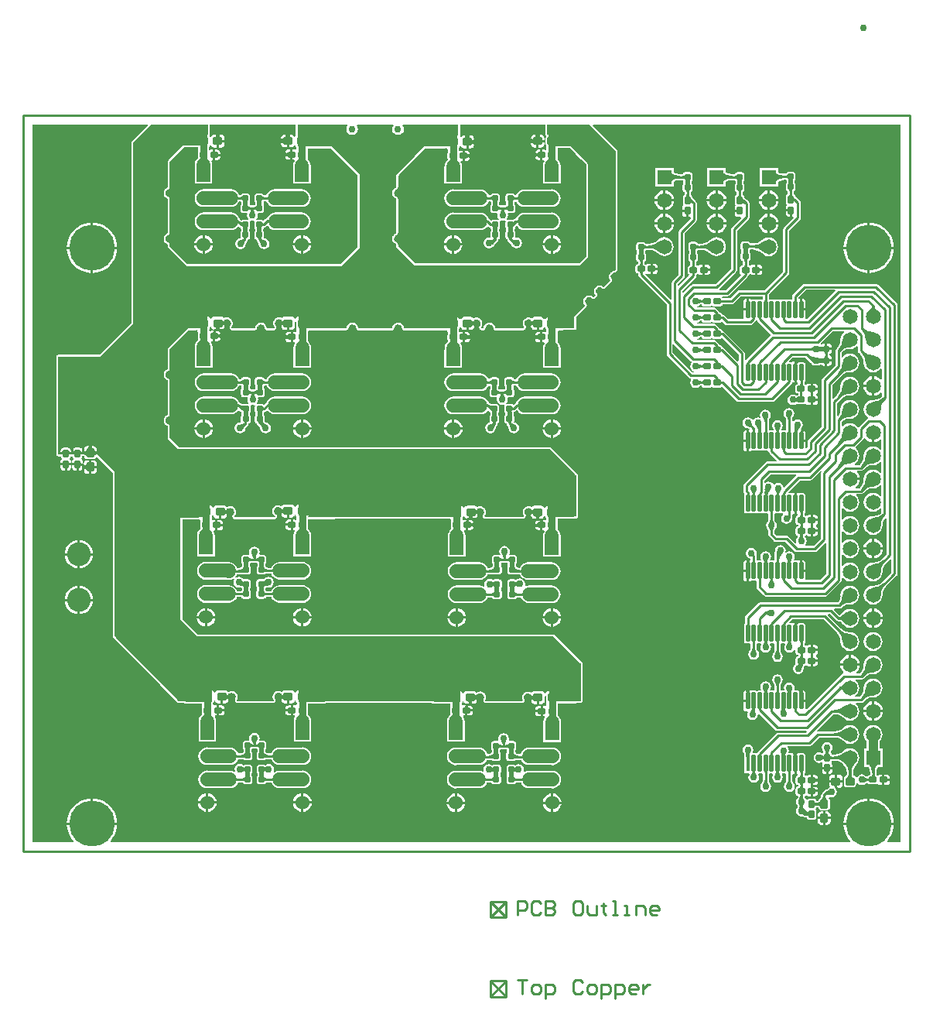
<source format=gtl>
%FSLAX25Y25*%
%MOIN*%
G70*
G01*
G75*
G04 Layer_Physical_Order=1*
G04 Layer_Color=255*
%ADD10C,0.01000*%
%ADD11C,0.03150*%
G04:AMPARAMS|DCode=12|XSize=25.59mil|YSize=25.59mil|CornerRadius=3.2mil|HoleSize=0mil|Usage=FLASHONLY|Rotation=0.000|XOffset=0mil|YOffset=0mil|HoleType=Round|Shape=RoundedRectangle|*
%AMROUNDEDRECTD12*
21,1,0.02559,0.01919,0,0,0.0*
21,1,0.01919,0.02559,0,0,0.0*
1,1,0.00640,0.00960,-0.00960*
1,1,0.00640,-0.00960,-0.00960*
1,1,0.00640,-0.00960,0.00960*
1,1,0.00640,0.00960,0.00960*
%
%ADD12ROUNDEDRECTD12*%
G04:AMPARAMS|DCode=13|XSize=35.43mil|YSize=37.4mil|CornerRadius=4.43mil|HoleSize=0mil|Usage=FLASHONLY|Rotation=0.000|XOffset=0mil|YOffset=0mil|HoleType=Round|Shape=RoundedRectangle|*
%AMROUNDEDRECTD13*
21,1,0.03543,0.02854,0,0,0.0*
21,1,0.02658,0.03740,0,0,0.0*
1,1,0.00886,0.01329,-0.01427*
1,1,0.00886,-0.01329,-0.01427*
1,1,0.00886,-0.01329,0.01427*
1,1,0.00886,0.01329,0.01427*
%
%ADD13ROUNDEDRECTD13*%
G04:AMPARAMS|DCode=14|XSize=25.59mil|YSize=31.5mil|CornerRadius=1.28mil|HoleSize=0mil|Usage=FLASHONLY|Rotation=270.000|XOffset=0mil|YOffset=0mil|HoleType=Round|Shape=RoundedRectangle|*
%AMROUNDEDRECTD14*
21,1,0.02559,0.02894,0,0,270.0*
21,1,0.02303,0.03150,0,0,270.0*
1,1,0.00256,-0.01447,-0.01152*
1,1,0.00256,-0.01447,0.01152*
1,1,0.00256,0.01447,0.01152*
1,1,0.00256,0.01447,-0.01152*
%
%ADD14ROUNDEDRECTD14*%
G04:AMPARAMS|DCode=15|XSize=25.59mil|YSize=31.5mil|CornerRadius=1.28mil|HoleSize=0mil|Usage=FLASHONLY|Rotation=180.000|XOffset=0mil|YOffset=0mil|HoleType=Round|Shape=RoundedRectangle|*
%AMROUNDEDRECTD15*
21,1,0.02559,0.02894,0,0,180.0*
21,1,0.02303,0.03150,0,0,180.0*
1,1,0.00256,-0.01152,0.01447*
1,1,0.00256,0.01152,0.01447*
1,1,0.00256,0.01152,-0.01447*
1,1,0.00256,-0.01152,-0.01447*
%
%ADD15ROUNDEDRECTD15*%
G04:AMPARAMS|DCode=16|XSize=23.62mil|YSize=33.47mil|CornerRadius=2.95mil|HoleSize=0mil|Usage=FLASHONLY|Rotation=0.000|XOffset=0mil|YOffset=0mil|HoleType=Round|Shape=RoundedRectangle|*
%AMROUNDEDRECTD16*
21,1,0.02362,0.02756,0,0,0.0*
21,1,0.01772,0.03347,0,0,0.0*
1,1,0.00591,0.00886,-0.01378*
1,1,0.00591,-0.00886,-0.01378*
1,1,0.00591,-0.00886,0.01378*
1,1,0.00591,0.00886,0.01378*
%
%ADD16ROUNDEDRECTD16*%
G04:AMPARAMS|DCode=17|XSize=17.72mil|YSize=70.87mil|CornerRadius=0.89mil|HoleSize=0mil|Usage=FLASHONLY|Rotation=0.000|XOffset=0mil|YOffset=0mil|HoleType=Round|Shape=RoundedRectangle|*
%AMROUNDEDRECTD17*
21,1,0.01772,0.06909,0,0,0.0*
21,1,0.01595,0.07087,0,0,0.0*
1,1,0.00177,0.00797,-0.03455*
1,1,0.00177,-0.00797,-0.03455*
1,1,0.00177,-0.00797,0.03455*
1,1,0.00177,0.00797,0.03455*
%
%ADD17ROUNDEDRECTD17*%
G04:AMPARAMS|DCode=18|XSize=23.62mil|YSize=33.47mil|CornerRadius=2.95mil|HoleSize=0mil|Usage=FLASHONLY|Rotation=90.000|XOffset=0mil|YOffset=0mil|HoleType=Round|Shape=RoundedRectangle|*
%AMROUNDEDRECTD18*
21,1,0.02362,0.02756,0,0,90.0*
21,1,0.01772,0.03347,0,0,90.0*
1,1,0.00591,0.01378,0.00886*
1,1,0.00591,0.01378,-0.00886*
1,1,0.00591,-0.01378,-0.00886*
1,1,0.00591,-0.01378,0.00886*
%
%ADD18ROUNDEDRECTD18*%
%ADD19R,0.01772X0.07087*%
G04:AMPARAMS|DCode=20|XSize=25.59mil|YSize=25.59mil|CornerRadius=3.2mil|HoleSize=0mil|Usage=FLASHONLY|Rotation=90.000|XOffset=0mil|YOffset=0mil|HoleType=Round|Shape=RoundedRectangle|*
%AMROUNDEDRECTD20*
21,1,0.02559,0.01919,0,0,90.0*
21,1,0.01919,0.02559,0,0,90.0*
1,1,0.00640,0.00960,0.00960*
1,1,0.00640,0.00960,-0.00960*
1,1,0.00640,-0.00960,-0.00960*
1,1,0.00640,-0.00960,0.00960*
%
%ADD20ROUNDEDRECTD20*%
G04:AMPARAMS|DCode=21|XSize=35.43mil|YSize=37.4mil|CornerRadius=4.43mil|HoleSize=0mil|Usage=FLASHONLY|Rotation=90.000|XOffset=0mil|YOffset=0mil|HoleType=Round|Shape=RoundedRectangle|*
%AMROUNDEDRECTD21*
21,1,0.03543,0.02854,0,0,90.0*
21,1,0.02658,0.03740,0,0,90.0*
1,1,0.00886,0.01427,0.01329*
1,1,0.00886,0.01427,-0.01329*
1,1,0.00886,-0.01427,-0.01329*
1,1,0.00886,-0.01427,0.01329*
%
%ADD21ROUNDEDRECTD21*%
%ADD22C,0.05906*%
%ADD23C,0.04000*%
%ADD24R,0.11811X0.07874*%
%ADD25R,0.01969X0.01969*%
%ADD26R,0.12598X0.32283*%
%ADD27R,0.06000X0.06000*%
%ADD28C,0.06000*%
%ADD29R,0.06496X0.06496*%
%ADD30C,0.06496*%
%ADD31R,0.06496X0.06496*%
%ADD32C,0.10236*%
%ADD33C,0.19685*%
%ADD34C,0.03000*%
G36*
X224792Y-7970D02*
X224799Y-8006D01*
X224795Y-8044D01*
X224795Y-8044D01*
X224800Y-8061D01*
X224800Y-8063D01*
X224804Y-8100D01*
X224822Y-8161D01*
X224826Y-8202D01*
X224831Y-8217D01*
X224843Y-8240D01*
X224861Y-8328D01*
X224865Y-8339D01*
X224869Y-8344D01*
X224869Y-8346D01*
X224886Y-8371D01*
X224894Y-8398D01*
X224896Y-8401D01*
X224899Y-8410D01*
X224903Y-8417D01*
X224960Y-8486D01*
X224970Y-8511D01*
X225053Y-8636D01*
X225055Y-8637D01*
X225056Y-8640D01*
X225066Y-8656D01*
X225067Y-8658D01*
X225068Y-8659D01*
X225073Y-8674D01*
X225120Y-8748D01*
X225154Y-8830D01*
X225203Y-8879D01*
X225240Y-8937D01*
X225254Y-8947D01*
Y-9074D01*
X225109Y-9290D01*
X225014Y-9769D01*
Y-12426D01*
X225109Y-12904D01*
X225254Y-13121D01*
Y-13336D01*
X225287Y-13504D01*
Y-14550D01*
X224901Y-14868D01*
X224542Y-14796D01*
X223664D01*
Y-17003D01*
Y-19209D01*
X224349D01*
X224570Y-19658D01*
X224428Y-19843D01*
X224052Y-20752D01*
X223923Y-21727D01*
Y-21881D01*
X223908D01*
Y-29448D01*
X231475D01*
Y-21881D01*
X231460D01*
Y-21727D01*
X231332Y-20752D01*
X230955Y-19843D01*
X230356Y-19062D01*
X230096Y-18863D01*
Y-18257D01*
X230170Y-17889D01*
Y-16117D01*
X230096Y-15748D01*
Y-14135D01*
X235446D01*
X237956Y-16645D01*
X237956Y-16645D01*
X240244Y-18933D01*
X242444Y-21132D01*
X242444Y-21132D01*
X242508Y-21197D01*
Y-60693D01*
X239433Y-63768D01*
X168835D01*
X168770Y-63704D01*
X168770Y-63703D01*
X161493Y-56427D01*
X161493Y-56427D01*
X161429Y-56362D01*
Y-56271D01*
Y-55843D01*
X161429Y-55843D01*
X161429Y-55743D01*
X161413Y-55665D01*
X161413Y-55587D01*
X161394Y-55540D01*
X161388Y-55490D01*
X161388Y-55490D01*
X161373Y-55465D01*
X161368Y-55437D01*
X161365Y-55432D01*
X161365Y-55432D01*
X161330Y-55350D01*
X161330Y-55349D01*
Y-55349D01*
X161330Y-55349D01*
X161298Y-55272D01*
X161298Y-55272D01*
X161297Y-55266D01*
X161253Y-55200D01*
X161223Y-55127D01*
X161168Y-55072D01*
X161124Y-55007D01*
X161069Y-54952D01*
X161004Y-54909D01*
X160948Y-54853D01*
X160902Y-54834D01*
X160862Y-54803D01*
X160862Y-54803D01*
X160834Y-54795D01*
X160810Y-54779D01*
X160787Y-54774D01*
X160360Y-54489D01*
X160360Y-54489D01*
X160227Y-54400D01*
X160191Y-54376D01*
X160167Y-54340D01*
X160166Y-54340D01*
X160166Y-54339D01*
X160115Y-54263D01*
D01*
X160073Y-54199D01*
X160073Y-54199D01*
X160073Y-54199D01*
X160023Y-54125D01*
X160023Y-54125D01*
D01*
X159839Y-53850D01*
X159839Y-53850D01*
X159815Y-53813D01*
X159806Y-53770D01*
X159806Y-53770D01*
D01*
X159776Y-53620D01*
Y-53620D01*
X159691Y-53193D01*
Y-53193D01*
X159683Y-53150D01*
X159691Y-53107D01*
Y-53106D01*
X159803Y-52545D01*
Y-52545D01*
X159803Y-52545D01*
X159806Y-52530D01*
Y-52530D01*
X159806Y-52530D01*
X159815Y-52486D01*
X159885Y-52381D01*
X159885Y-52381D01*
X159885Y-52381D01*
X159919Y-52330D01*
D01*
X160166Y-51960D01*
X160167Y-51960D01*
X160167Y-51960D01*
X160191Y-51923D01*
X160227Y-51899D01*
X160227Y-51899D01*
X160227Y-51899D01*
X160502Y-51715D01*
X160502Y-51715D01*
X160673Y-51601D01*
X160673Y-51601D01*
X160706Y-51579D01*
X160706Y-51579D01*
X160706Y-51579D01*
X160715Y-51573D01*
X160715Y-51573D01*
X160715Y-51573D01*
X160726Y-51565D01*
X160726Y-51565D01*
X160726Y-51565D01*
X160726Y-51565D01*
X160726Y-51565D01*
X160727Y-51565D01*
X160727Y-51565D01*
X160728Y-51564D01*
X160728Y-51564D01*
X160730Y-51563D01*
X160730Y-51563D01*
X160730Y-51563D01*
X160755Y-51546D01*
X160781Y-51541D01*
X160854Y-51511D01*
X160932Y-51495D01*
X160935Y-51493D01*
X160940Y-51492D01*
X160940Y-51492D01*
X161001Y-51450D01*
X161069Y-51422D01*
X161125Y-51366D01*
X161191Y-51322D01*
X161193Y-51318D01*
X161197Y-51315D01*
X161238Y-51253D01*
X161290Y-51201D01*
X161320Y-51129D01*
X161364Y-51063D01*
X161365Y-51058D01*
X161367Y-51054D01*
X161381Y-50981D01*
X161409Y-50913D01*
X161409Y-50835D01*
X161424Y-50757D01*
X161424Y-50679D01*
X161428Y-50658D01*
Y-50657D01*
D01*
X161429Y-50656D01*
Y-36058D01*
X161413Y-35980D01*
Y-35902D01*
X161395Y-35809D01*
X161338Y-35671D01*
X161276Y-35521D01*
X161223Y-35443D01*
X161168Y-35387D01*
X161124Y-35322D01*
X161069Y-35267D01*
X161065Y-35264D01*
X161063Y-35260D01*
X161001Y-35220D01*
X160948Y-35168D01*
X160876Y-35138D01*
X160810Y-35094D01*
X160805Y-35093D01*
X160801Y-35090D01*
X160801Y-35090D01*
X160783Y-35087D01*
X160760Y-35071D01*
X160760Y-35071D01*
X160760Y-35071D01*
X160726Y-35049D01*
X160227Y-34715D01*
X160227Y-34715D01*
X160191Y-34691D01*
X160167Y-34655D01*
X160166Y-34655D01*
X160115Y-34578D01*
X160115Y-34578D01*
X160115Y-34578D01*
X160073Y-34514D01*
D01*
X160073Y-34514D01*
X160023Y-34440D01*
X160023Y-34440D01*
D01*
X159839Y-34165D01*
X159839Y-34165D01*
X159815Y-34128D01*
X159806Y-34085D01*
X159806Y-34085D01*
D01*
X159776Y-33935D01*
Y-33935D01*
X159691Y-33508D01*
Y-33508D01*
X159683Y-33465D01*
X159691Y-33421D01*
Y-33421D01*
X159803Y-32860D01*
Y-32860D01*
X159803Y-32860D01*
X159806Y-32845D01*
Y-32845D01*
X159806Y-32845D01*
X159815Y-32801D01*
X159885Y-32695D01*
X159885Y-32695D01*
X159885Y-32695D01*
X159919Y-32645D01*
D01*
X160166Y-32275D01*
X160167Y-32274D01*
X160167Y-32274D01*
X160191Y-32238D01*
X160227Y-32214D01*
X160227Y-32214D01*
X160227Y-32214D01*
X160502Y-32030D01*
X160502Y-32030D01*
X160673Y-31916D01*
X160673Y-31916D01*
X160706Y-31894D01*
X160706Y-31894D01*
X160706Y-31894D01*
X160715Y-31888D01*
X160715Y-31888D01*
X160715Y-31888D01*
X160726Y-31880D01*
X160726Y-31880D01*
X160726Y-31880D01*
X160726Y-31880D01*
X160726Y-31880D01*
X160727Y-31880D01*
X160727Y-31880D01*
X160728Y-31879D01*
X160728Y-31879D01*
X160730Y-31878D01*
X160730Y-31878D01*
X160730Y-31877D01*
X160755Y-31861D01*
X160781Y-31856D01*
X160854Y-31826D01*
X160932Y-31810D01*
X160935Y-31808D01*
X160940Y-31807D01*
X160940Y-31807D01*
X161001Y-31765D01*
X161069Y-31737D01*
X161125Y-31681D01*
X161191Y-31637D01*
X161193Y-31633D01*
X161197Y-31630D01*
X161238Y-31568D01*
X161290Y-31516D01*
X161320Y-31444D01*
X161364Y-31378D01*
X161365Y-31373D01*
X161367Y-31369D01*
X161381Y-31296D01*
X161409Y-31228D01*
X161409Y-31150D01*
X161424Y-31072D01*
X161424Y-30994D01*
X161428Y-30973D01*
Y-30972D01*
D01*
X161429Y-30970D01*
Y-26013D01*
Y-26013D01*
D01*
Y-25921D01*
X161493Y-25857D01*
X161493Y-25857D01*
X161764Y-25586D01*
X161764Y-25586D01*
X169201Y-18149D01*
X172961Y-14390D01*
X173166Y-14185D01*
X181891D01*
X181955Y-14172D01*
X181955D01*
X181964Y-14170D01*
D01*
X181988D01*
X181993Y-14169D01*
X182047D01*
X182074Y-14164D01*
X182077Y-14164D01*
X182077D01*
X182126Y-14155D01*
X182145Y-14155D01*
X182154Y-14153D01*
D01*
X182179Y-14149D01*
X182233D01*
X182379Y-14120D01*
X182379Y-14120D01*
Y-14120D01*
X182787Y-15106D01*
Y-16142D01*
X182714Y-16511D01*
Y-18282D01*
X182787Y-18651D01*
Y-19256D01*
X182527Y-19456D01*
X181928Y-20237D01*
X181552Y-21146D01*
X181455Y-21881D01*
X181408D01*
Y-29448D01*
X188975D01*
Y-21881D01*
X188929D01*
X188832Y-21146D01*
X188455Y-20237D01*
X188313Y-20051D01*
X188534Y-19603D01*
X189219D01*
Y-17396D01*
Y-15190D01*
X188341D01*
X187983Y-15261D01*
X187596Y-14944D01*
Y-13882D01*
X187618Y-13877D01*
X187877Y-13704D01*
X188051Y-13445D01*
X188051Y-13445D01*
X188550Y-13446D01*
X188827Y-13860D01*
X189304Y-14179D01*
X189867Y-14291D01*
X190794D01*
Y-11491D01*
Y-8691D01*
X189867D01*
X189304Y-8803D01*
X188827Y-9122D01*
X188590Y-9476D01*
X188111Y-9331D01*
Y-8778D01*
X188136Y-8696D01*
X188140Y-8691D01*
X188142Y-8681D01*
X188154Y-8646D01*
X188162Y-8632D01*
X188166Y-8617D01*
X188167Y-8610D01*
X188182Y-8566D01*
X188181Y-8547D01*
X188187Y-8529D01*
X188192Y-8478D01*
X188189Y-8444D01*
X188200Y-8385D01*
Y-3937D01*
X224792D01*
Y-7970D01*
D02*
G37*
G36*
X377953Y-312992D02*
X372304D01*
X372095Y-312538D01*
X372972Y-311511D01*
X373864Y-310056D01*
X374517Y-308479D01*
X374915Y-306820D01*
X375010Y-305618D01*
X353337D01*
X353431Y-306820D01*
X353830Y-308479D01*
X354483Y-310056D01*
X355374Y-311511D01*
X356252Y-312538D01*
X356042Y-312992D01*
X37659D01*
X37449Y-312538D01*
X38326Y-311511D01*
X39218Y-310056D01*
X39871Y-308479D01*
X40270Y-306820D01*
X40364Y-305618D01*
X18691D01*
X18785Y-306820D01*
X19184Y-308479D01*
X19837Y-310056D01*
X20729Y-311511D01*
X21606Y-312538D01*
X21397Y-312992D01*
X3937D01*
Y-3937D01*
X53493D01*
X53684Y-4399D01*
X46821Y-11262D01*
X46821Y-11262D01*
X46821Y-11262D01*
X46750Y-11333D01*
X46715Y-11385D01*
X46669Y-11428D01*
X46669Y-11428D01*
X46662Y-11443D01*
X46651Y-11454D01*
X46628Y-11509D01*
X46600Y-11546D01*
X46600Y-11546D01*
X46594Y-11567D01*
X46577Y-11592D01*
X46576Y-11597D01*
X46576Y-11597D01*
Y-11597D01*
X46576Y-11597D01*
Y-11597D01*
X46576Y-11597D01*
X46519Y-11736D01*
Y-11736D01*
X46509Y-11758D01*
X46509Y-11759D01*
X46506Y-11763D01*
X46491Y-11840D01*
X46461Y-11912D01*
X46461Y-11912D01*
Y-11913D01*
X46461Y-11913D01*
X46461Y-11992D01*
X46445Y-12069D01*
Y-89433D01*
X44834Y-91044D01*
X44834Y-91044D01*
X39593Y-96285D01*
X39593Y-96286D01*
X32805Y-103074D01*
X32805Y-103074D01*
X32740Y-103138D01*
X15061D01*
X14935Y-103163D01*
X14809Y-103179D01*
X14784Y-103193D01*
X14755Y-103199D01*
X14649Y-103270D01*
X14538Y-103333D01*
X14520Y-103356D01*
X14496Y-103372D01*
X14425Y-103479D01*
X14347Y-103579D01*
X14246Y-103780D01*
X14239Y-103808D01*
X14223Y-103832D01*
X14208Y-103905D01*
X14179Y-103975D01*
X14179Y-103975D01*
X14178Y-104029D01*
X14164Y-104081D01*
X14167Y-104109D01*
X14162Y-104138D01*
Y-145862D01*
X14191Y-146010D01*
X14222Y-146168D01*
X14223Y-146168D01*
X14223Y-146168D01*
X14306Y-146293D01*
X14396Y-146427D01*
X14596Y-146627D01*
X14596Y-146628D01*
X14596Y-146628D01*
X14659Y-146669D01*
X14711Y-146723D01*
X14787Y-146755D01*
X14855Y-146801D01*
X14855Y-146801D01*
X14855Y-146801D01*
X14856Y-146801D01*
D01*
X14929Y-146816D01*
X14998Y-146845D01*
X14999Y-146845D01*
X15081Y-146846D01*
X15161Y-146862D01*
X15161Y-146862D01*
X15161Y-146862D01*
X16061D01*
X16281Y-147043D01*
Y-147163D01*
X16365Y-147584D01*
X16492Y-147774D01*
X16447Y-148001D01*
X16447Y-148001D01*
X16447D01*
X16161Y-148429D01*
X16061Y-148935D01*
Y-149812D01*
X20474D01*
Y-148935D01*
X20373Y-148429D01*
X20087Y-148001D01*
Y-148001D01*
X20087D01*
X20042Y-147774D01*
X20169Y-147584D01*
X20253Y-147163D01*
Y-147043D01*
X20474Y-146862D01*
X21072D01*
X21293Y-147043D01*
Y-147195D01*
X21377Y-147615D01*
X21504Y-147806D01*
X21459Y-148032D01*
X21459Y-148032D01*
X21459D01*
X21173Y-148461D01*
X21072Y-148966D01*
Y-149844D01*
X23279D01*
Y-150344D01*
X23779D01*
Y-153043D01*
X24164D01*
X24670Y-152942D01*
X25098Y-152656D01*
X25385Y-152227D01*
X25485Y-151722D01*
X25485D01*
D01*
X25983Y-151771D01*
Y-152884D01*
X26095Y-153447D01*
X26414Y-153924D01*
X26891Y-154243D01*
X27454Y-154355D01*
X28283D01*
Y-151457D01*
Y-148558D01*
X27454D01*
X26891Y-148670D01*
X26414Y-148989D01*
X26095Y-149467D01*
X25983Y-150030D01*
X25983D01*
X25485Y-149980D01*
Y-148966D01*
X25385Y-148461D01*
X25098Y-148032D01*
Y-148032D01*
X25098D01*
X25053Y-147806D01*
X25181Y-147615D01*
X25264Y-147195D01*
Y-146754D01*
X25760D01*
Y-146754D01*
X25773Y-146752D01*
X26215Y-146840D01*
X26299Y-147260D01*
X26570Y-147666D01*
X26975Y-147937D01*
X27454Y-148032D01*
X30111D01*
X30590Y-147937D01*
X30996Y-147666D01*
X31267Y-147260D01*
X31278Y-147204D01*
X31756Y-147059D01*
X38571Y-153874D01*
Y-224209D01*
X38571Y-224209D01*
X38571Y-224309D01*
X38586Y-224383D01*
X38585Y-224459D01*
X38585Y-224459D01*
X38587Y-224462D01*
Y-224465D01*
X38617Y-224537D01*
X38632Y-224615D01*
X38635Y-224619D01*
X38635Y-224620D01*
X38667Y-224697D01*
X38668Y-224697D01*
X38668Y-224698D01*
X38699Y-224776D01*
X38699Y-224776D01*
X38701Y-224781D01*
X38702Y-224784D01*
X38703Y-224787D01*
X38703Y-224787D01*
Y-224787D01*
X38736Y-224836D01*
X38756Y-224892D01*
X38756Y-224892D01*
X38767Y-224904D01*
X38773Y-224920D01*
X38829Y-224976D01*
X38872Y-225042D01*
X39335Y-225511D01*
D01*
X42508Y-228730D01*
X42508Y-228730D01*
X58928Y-245384D01*
D01*
X58928Y-245384D01*
X65746Y-252300D01*
X66217Y-252778D01*
X66217Y-252778D01*
X66217Y-252778D01*
X66221Y-252782D01*
X66224Y-252784D01*
X66225Y-252784D01*
X66248Y-252800D01*
X66267Y-252825D01*
X66308Y-252848D01*
X66340Y-252881D01*
X66340Y-252881D01*
X66342Y-252882D01*
X66343Y-252883D01*
X66346Y-252885D01*
X66355Y-252889D01*
X66362Y-252896D01*
X66425Y-252937D01*
X66428Y-252938D01*
X66430Y-252940D01*
X66485Y-252977D01*
X66498Y-252983D01*
X66520Y-253003D01*
X66520Y-253003D01*
X66579Y-253026D01*
X66632Y-253062D01*
X66635Y-253062D01*
X66637Y-253064D01*
X66726Y-253081D01*
X66811Y-253114D01*
X66825Y-253113D01*
X66864Y-253121D01*
X66870D01*
X66875Y-253123D01*
X66927Y-253136D01*
X66949Y-253137D01*
X66967Y-253145D01*
X66971Y-253146D01*
X67017D01*
X67030Y-253146D01*
X67034Y-253146D01*
X67042D01*
X67044Y-253146D01*
X67045Y-253146D01*
X67047D01*
X67121Y-253160D01*
X67123D01*
D01*
X67127Y-253161D01*
X69165D01*
X69217Y-253196D01*
X69523Y-253257D01*
X76948D01*
Y-255034D01*
X76875Y-255403D01*
Y-257175D01*
X76948Y-257544D01*
Y-257902D01*
X76552Y-258206D01*
X75953Y-258987D01*
X75577Y-259896D01*
X75448Y-260871D01*
Y-262206D01*
X75433D01*
Y-269773D01*
X83000D01*
Y-262206D01*
X82985D01*
Y-260871D01*
X82857Y-259896D01*
X82480Y-258987D01*
X82447Y-258944D01*
X82669Y-258496D01*
X83381D01*
Y-256289D01*
Y-254083D01*
X82503D01*
X82144Y-254154D01*
X81757Y-253837D01*
Y-253117D01*
X81899Y-253023D01*
X82072Y-252763D01*
X82133Y-252458D01*
Y-252173D01*
X82630Y-252124D01*
X82682Y-252381D01*
X83000Y-252858D01*
X83478Y-253177D01*
X84041Y-253289D01*
X84968D01*
Y-250489D01*
X85468D01*
Y-249989D01*
X88366D01*
Y-249168D01*
X88435Y-249155D01*
X88437Y-249154D01*
X88438Y-249153D01*
X88440Y-249153D01*
X88441Y-249153D01*
X88441Y-249153D01*
X88441Y-249153D01*
X88441D01*
X88441Y-249153D01*
X88441Y-249153D01*
X88442Y-249152D01*
X88442Y-249152D01*
X88442D01*
X88442Y-249152D01*
X88442Y-249152D01*
X88459Y-249146D01*
X88466Y-249144D01*
X88469Y-249143D01*
X88473D01*
X88480Y-249141D01*
X88488Y-249138D01*
X88492Y-249138D01*
X88493Y-249138D01*
X88538Y-249117D01*
X88553Y-249111D01*
X88630Y-249096D01*
X88639Y-249092D01*
X88744Y-249071D01*
X88744Y-249071D01*
X88749D01*
X88822Y-249041D01*
X88899Y-249026D01*
X88961Y-248985D01*
X88961Y-248984D01*
X88962Y-248984D01*
X88966Y-248981D01*
X89037Y-248952D01*
X89097Y-248912D01*
X89098Y-248911D01*
X89098Y-248911D01*
X89135Y-248887D01*
X89178Y-248878D01*
X89178Y-248878D01*
X89178D01*
X89178Y-248878D01*
X89179D01*
X89179Y-248878D01*
X89179Y-248878D01*
X89328Y-248848D01*
X89328D01*
X89756Y-248763D01*
X89756D01*
X89799Y-248755D01*
X89842Y-248763D01*
X89842D01*
X90403Y-248875D01*
X90403D01*
X90403Y-248875D01*
X90418Y-248878D01*
X90418D01*
X90418Y-248878D01*
X90462Y-248887D01*
X90873Y-249161D01*
X90873Y-249161D01*
X90989Y-249238D01*
X90989Y-249238D01*
X91025Y-249263D01*
X91049Y-249299D01*
X91049Y-249299D01*
X91049Y-249299D01*
X91063Y-249319D01*
X91063Y-249319D01*
X91063Y-249319D01*
X91082Y-249348D01*
D01*
X91097Y-249371D01*
X91097Y-249371D01*
X91151Y-249452D01*
D01*
X91151Y-249452D01*
X91193Y-249513D01*
X91193Y-249513D01*
D01*
X91377Y-249789D01*
X91377Y-249789D01*
X91401Y-249825D01*
X91410Y-249868D01*
X91410Y-249868D01*
X91440Y-250019D01*
Y-250019D01*
X91533Y-250489D01*
X91401Y-251153D01*
X91377Y-251189D01*
X91377Y-251189D01*
X91278Y-251338D01*
X91277Y-251338D01*
X91277Y-251338D01*
X91277Y-251339D01*
X91277Y-251339D01*
X91276Y-251340D01*
X91254Y-251374D01*
X91227Y-251439D01*
X91218Y-251447D01*
X91214Y-251458D01*
X91208Y-251467D01*
X91208Y-251467D01*
X91207Y-251472D01*
X91203Y-251476D01*
X91202Y-251486D01*
X91195Y-251497D01*
X91195Y-251497D01*
X91194Y-251500D01*
X91191Y-251503D01*
X91191Y-251504D01*
X91184Y-251529D01*
X91176Y-251550D01*
X91147Y-251607D01*
X91146Y-251613D01*
X91112Y-251680D01*
X91110Y-251709D01*
X91099Y-251735D01*
X91096Y-251751D01*
Y-251751D01*
X91096Y-251751D01*
X91096Y-251905D01*
X91087Y-251997D01*
X91096Y-252027D01*
X91096Y-252063D01*
X91096Y-252063D01*
Y-252063D01*
X91098Y-252075D01*
X91132Y-252158D01*
X91135Y-252185D01*
X91149Y-252232D01*
X91168Y-252268D01*
X91177Y-252296D01*
X91195Y-252329D01*
X91195Y-252329D01*
X91209Y-252377D01*
X91350Y-252641D01*
X91392Y-252691D01*
X91397Y-252706D01*
X91420Y-252745D01*
X91429Y-252756D01*
X91437Y-252771D01*
X91469Y-252809D01*
X91481Y-252819D01*
X91489Y-252833D01*
X91489Y-252833D01*
X91502Y-252842D01*
X91544Y-252906D01*
X91545Y-252906D01*
X91545Y-252906D01*
X91545Y-252906D01*
X91590Y-252937D01*
X91627Y-252978D01*
X91679Y-253003D01*
X91692Y-253017D01*
X91738Y-253036D01*
X91804Y-253080D01*
X91804D01*
X91804Y-253080D01*
X91830Y-253091D01*
X91830Y-253091D01*
X91830D01*
X91830Y-253091D01*
X91859Y-253096D01*
X91883Y-253110D01*
X91884Y-253110D01*
X91906Y-253113D01*
X91907Y-253114D01*
X91915Y-253114D01*
X91934Y-253117D01*
X91980Y-253136D01*
X92029Y-253146D01*
X92107D01*
X92136Y-253151D01*
X92136D01*
D01*
X92185Y-253161D01*
X107520D01*
X107569Y-253151D01*
D01*
X107569D01*
X107569Y-253151D01*
X107569Y-253151D01*
X107598Y-253146D01*
X107676D01*
X107725Y-253136D01*
X107797Y-253106D01*
X107820Y-253101D01*
X107832Y-253100D01*
X107836Y-253098D01*
X107875Y-253091D01*
X107875Y-253091D01*
X107875Y-253091D01*
X107901Y-253080D01*
X107966Y-253036D01*
X108012Y-253017D01*
X108040Y-252989D01*
X108107Y-252953D01*
X108129Y-252927D01*
X108160Y-252907D01*
X108166Y-252901D01*
X108215Y-252826D01*
X108236Y-252809D01*
X108267Y-252771D01*
X108286Y-252735D01*
X108305Y-252712D01*
X108317Y-252691D01*
X108317Y-252691D01*
X108317Y-252691D01*
X108323Y-252679D01*
X108323Y-252679D01*
X108355Y-252641D01*
X108383Y-252587D01*
X108383Y-252587D01*
X108464Y-252436D01*
X108465Y-252433D01*
X108467Y-252431D01*
X108496Y-252377D01*
X108510Y-252329D01*
X108510Y-252329D01*
X108521Y-252308D01*
X108521Y-252308D01*
X108521Y-252308D01*
X108528Y-252295D01*
X108536Y-252270D01*
X108544Y-252258D01*
X108545Y-252252D01*
X108556Y-252232D01*
X108570Y-252185D01*
X108572Y-252158D01*
X108607Y-252075D01*
X108608Y-252068D01*
Y-252067D01*
X108609Y-252067D01*
X108609Y-252030D01*
X108619Y-251997D01*
X108611Y-251919D01*
X108618Y-251883D01*
X108608Y-251835D01*
X108608Y-251756D01*
X108608Y-251756D01*
Y-251755D01*
X108603Y-251726D01*
X108589Y-251693D01*
X108588Y-251687D01*
X108580Y-251671D01*
X108573Y-251654D01*
X108557Y-251577D01*
X108539Y-251533D01*
X108501Y-251476D01*
X108501Y-251476D01*
X108501Y-251475D01*
X108494Y-251465D01*
X108479Y-251429D01*
X108478Y-251426D01*
X108478Y-251426D01*
X108477Y-251424D01*
X108465Y-251394D01*
X108428Y-251339D01*
X108428Y-251339D01*
X108428Y-251339D01*
X108420Y-251327D01*
X108420Y-251327D01*
X108420Y-251327D01*
X108339Y-251205D01*
X108339Y-251205D01*
D01*
X108265Y-251094D01*
X108264Y-251094D01*
X108264Y-251094D01*
X108264Y-251094D01*
X108264Y-251094D01*
X108264Y-251093D01*
X108264Y-251093D01*
X108264Y-251093D01*
X108263Y-251092D01*
X108263Y-251092D01*
X108240Y-251058D01*
X108232Y-251015D01*
X108231Y-251015D01*
Y-251015D01*
X108231Y-251014D01*
Y-251014D01*
X108231Y-251014D01*
X108231Y-251013D01*
Y-251013D01*
X108202Y-250864D01*
X108202Y-250864D01*
Y-250864D01*
X108117Y-250437D01*
Y-250437D01*
X108108Y-250394D01*
X108117Y-250351D01*
Y-250351D01*
X108228Y-249789D01*
Y-249789D01*
X108228Y-249789D01*
X108231Y-249774D01*
Y-249774D01*
X108231Y-249774D01*
X108240Y-249730D01*
X108514Y-249320D01*
X108514Y-249320D01*
X108592Y-249204D01*
X108592Y-249204D01*
X108616Y-249167D01*
X108652Y-249143D01*
X108652Y-249143D01*
X108653Y-249143D01*
X108672Y-249130D01*
X108672Y-249130D01*
X108672Y-249129D01*
X108702Y-249110D01*
D01*
X108724Y-249095D01*
X108724Y-249095D01*
X108805Y-249041D01*
D01*
X108805Y-249041D01*
X108867Y-249000D01*
X108867Y-249000D01*
D01*
X109142Y-248816D01*
X109142Y-248816D01*
X109179Y-248791D01*
X109222Y-248783D01*
X109222Y-248783D01*
D01*
X109372Y-248753D01*
X109372D01*
X109799Y-248668D01*
X109800D01*
X109843Y-248659D01*
X109886Y-248668D01*
X109886D01*
X110447Y-248779D01*
X110447D01*
X110447Y-248779D01*
X110463Y-248783D01*
X110463D01*
X110463Y-248783D01*
X110506Y-248791D01*
X110544Y-248816D01*
X110544Y-248816D01*
X110544Y-248816D01*
X110868Y-249033D01*
X110940Y-249063D01*
X111006Y-249106D01*
X111007Y-249107D01*
X111007Y-249107D01*
X111008Y-249107D01*
X111008Y-249107D01*
X111008Y-249107D01*
X111008D01*
X111008Y-249107D01*
X111019Y-249112D01*
X111019Y-249112D01*
X111019D01*
X111019Y-249112D01*
X111019Y-249112D01*
X111019Y-249112D01*
X111100Y-249146D01*
X111166Y-249159D01*
X111167Y-249160D01*
Y-249989D01*
X114066D01*
Y-250489D01*
X114566D01*
Y-253289D01*
X115493D01*
X116056Y-253177D01*
X116533Y-252858D01*
X116852Y-252381D01*
X116903Y-252124D01*
X117401Y-252173D01*
Y-252458D01*
X117461Y-252763D01*
X117635Y-253023D01*
X117763Y-253109D01*
Y-253834D01*
X117377Y-254152D01*
X117031Y-254083D01*
X116153D01*
Y-256289D01*
Y-258496D01*
X116807D01*
X117028Y-258944D01*
X116953Y-259042D01*
X116577Y-259951D01*
X116448Y-260926D01*
Y-262206D01*
X116433D01*
Y-269773D01*
X124000D01*
Y-262206D01*
X123985D01*
Y-260926D01*
X123857Y-259951D01*
X123480Y-259042D01*
X122881Y-258261D01*
X122585Y-258034D01*
Y-257544D01*
X122658Y-257175D01*
Y-255403D01*
X122575Y-254982D01*
X122572Y-254979D01*
Y-253257D01*
X130010D01*
X130316Y-253196D01*
X130368Y-253161D01*
X175921D01*
X175959Y-253218D01*
X176218Y-253391D01*
X176524Y-253452D01*
X183962D01*
Y-254942D01*
X183889Y-255311D01*
Y-257083D01*
X183962Y-257451D01*
Y-258057D01*
X183702Y-258256D01*
X183103Y-259037D01*
X182727Y-259946D01*
X182598Y-260921D01*
Y-262256D01*
X182583D01*
Y-269823D01*
X190150D01*
Y-262256D01*
X190135D01*
Y-260921D01*
X190007Y-259946D01*
X189630Y-259037D01*
X189488Y-258852D01*
X189709Y-258403D01*
X190394D01*
Y-256197D01*
X190894D01*
Y-255697D01*
X193593D01*
Y-255311D01*
X193492Y-254805D01*
X193206Y-254377D01*
X192778Y-254091D01*
X192272Y-253990D01*
X189516D01*
X189158Y-254062D01*
X188800Y-253768D01*
X188825Y-253269D01*
X188900Y-253218D01*
X189073Y-252959D01*
X189134Y-252653D01*
Y-252369D01*
X189632Y-252320D01*
X189683Y-252577D01*
X190002Y-253054D01*
X190479Y-253373D01*
X191042Y-253485D01*
X193896D01*
X194459Y-253373D01*
X194937Y-253054D01*
X195255Y-252577D01*
X195367Y-252014D01*
Y-251185D01*
X192469D01*
Y-250185D01*
X195367D01*
Y-249364D01*
X195436Y-249351D01*
X195438Y-249350D01*
X195439Y-249349D01*
X195441Y-249349D01*
X195442Y-249348D01*
X195442Y-249348D01*
X195442Y-249348D01*
X195442D01*
X195442Y-249348D01*
X195442Y-249348D01*
X195443Y-249348D01*
X195443Y-249348D01*
X195443D01*
X195443Y-249348D01*
X195443Y-249348D01*
X195460Y-249341D01*
X195467Y-249340D01*
X195470Y-249338D01*
X195474D01*
X195481Y-249337D01*
X195489Y-249334D01*
X195494Y-249333D01*
X195494Y-249333D01*
X195539Y-249313D01*
X195554Y-249307D01*
X195631Y-249291D01*
X195640Y-249288D01*
X195745Y-249267D01*
X195745Y-249267D01*
X195751D01*
X195823Y-249237D01*
X195900Y-249221D01*
X195962Y-249180D01*
X195963Y-249180D01*
X195963Y-249180D01*
X195967Y-249177D01*
X196038Y-249148D01*
X196099Y-249107D01*
X196099Y-249107D01*
X196099Y-249107D01*
X196136Y-249082D01*
X196179Y-249074D01*
X196179Y-249074D01*
X196179D01*
X196180Y-249074D01*
X196180D01*
X196180Y-249074D01*
X196180Y-249074D01*
X196329Y-249044D01*
X196329D01*
X196757Y-248959D01*
X196757D01*
X196800Y-248950D01*
X196843Y-248959D01*
X196843D01*
X197404Y-249071D01*
X197404D01*
X197405Y-249071D01*
X197419Y-249074D01*
X197419D01*
X197419Y-249074D01*
X197464Y-249082D01*
X197874Y-249357D01*
X197874Y-249357D01*
X197990Y-249434D01*
X197990Y-249434D01*
X198026Y-249458D01*
X198051Y-249495D01*
X198051Y-249495D01*
X198051Y-249495D01*
X198064Y-249515D01*
X198064Y-249515D01*
X198064Y-249515D01*
X198083Y-249544D01*
D01*
X198098Y-249566D01*
X198098Y-249566D01*
X198153Y-249647D01*
D01*
X198153Y-249648D01*
X198194Y-249709D01*
X198194Y-249709D01*
D01*
X198378Y-249985D01*
X198378Y-249985D01*
X198402Y-250021D01*
X198411Y-250064D01*
X198411Y-250064D01*
X198441Y-250215D01*
Y-250215D01*
X198534Y-250685D01*
X198411Y-251306D01*
X198402Y-251349D01*
X198378Y-251385D01*
X198378Y-251385D01*
X198378Y-251385D01*
X198376Y-251388D01*
X198376Y-251389D01*
X198375Y-251389D01*
X198372Y-251394D01*
X198359Y-251424D01*
X198359Y-251425D01*
X198359Y-251425D01*
X198358Y-251428D01*
X198353Y-251440D01*
X198353Y-251440D01*
X198349Y-251448D01*
X198343Y-251454D01*
X198343Y-251454D01*
X198334Y-251478D01*
X198298Y-251532D01*
X198285Y-251565D01*
X198285Y-251565D01*
X198285Y-251565D01*
X198279Y-251578D01*
X198264Y-251655D01*
X198254Y-251678D01*
X198249Y-251688D01*
X198249Y-251691D01*
X198234Y-251728D01*
X198228Y-251755D01*
X198228Y-251834D01*
X198219Y-251883D01*
X198226Y-251922D01*
X198219Y-251998D01*
X198228Y-252030D01*
X198228Y-252066D01*
X198230Y-252075D01*
X198264Y-252158D01*
X198267Y-252185D01*
X198281Y-252232D01*
X198301Y-252268D01*
X198309Y-252296D01*
X198327Y-252329D01*
X198327Y-252329D01*
X198341Y-252377D01*
X198370Y-252431D01*
X198370Y-252431D01*
Y-252431D01*
X198450Y-252581D01*
X198452Y-252583D01*
X198453Y-252587D01*
X198480Y-252636D01*
X198480Y-252636D01*
X198482Y-252641D01*
X198524Y-252691D01*
X198529Y-252706D01*
X198552Y-252745D01*
X198559Y-252753D01*
X198564Y-252763D01*
X198565Y-252763D01*
X198566Y-252765D01*
X198569Y-252771D01*
X198600Y-252809D01*
X198613Y-252819D01*
X198621Y-252833D01*
X198621Y-252833D01*
X198634Y-252842D01*
X198676Y-252906D01*
X198677Y-252906D01*
X198722Y-252937D01*
X198759Y-252978D01*
X198811Y-253003D01*
X198824Y-253017D01*
X198870Y-253036D01*
X198936Y-253080D01*
X198962Y-253091D01*
X198962Y-253091D01*
X198962Y-253091D01*
X199011Y-253100D01*
X199039Y-253114D01*
X199062Y-253115D01*
X199112Y-253136D01*
X199161Y-253146D01*
X199239D01*
X199268Y-253151D01*
X199268Y-253151D01*
X199268Y-253151D01*
X199268D01*
D01*
X199317Y-253161D01*
X214828D01*
X214877Y-253151D01*
D01*
X214877D01*
X214877Y-253151D01*
X214877Y-253151D01*
X214906Y-253146D01*
X214984D01*
X215033Y-253136D01*
X215105Y-253106D01*
X215128Y-253101D01*
X215141Y-253100D01*
X215144Y-253098D01*
X215182Y-253091D01*
X215183Y-253091D01*
X215183Y-253091D01*
X215209Y-253080D01*
X215274Y-253036D01*
X215321Y-253017D01*
X215348Y-252989D01*
X215416Y-252953D01*
X215437Y-252927D01*
X215468Y-252907D01*
X215474Y-252901D01*
X215524Y-252826D01*
X215544Y-252809D01*
X215576Y-252771D01*
X215595Y-252735D01*
X215613Y-252712D01*
X215625Y-252691D01*
X215625Y-252691D01*
X215625Y-252691D01*
X215631Y-252679D01*
X215631Y-252679D01*
X215663Y-252641D01*
X215691Y-252587D01*
X215692Y-252587D01*
X215772Y-252436D01*
X215773Y-252433D01*
X215775Y-252431D01*
X215804Y-252377D01*
X215818Y-252329D01*
X215818Y-252329D01*
X215829Y-252308D01*
X215829Y-252308D01*
X215829Y-252308D01*
X215836Y-252295D01*
X215844Y-252270D01*
X215852Y-252258D01*
X215853Y-252252D01*
X215864Y-252232D01*
X215878Y-252185D01*
X215881Y-252158D01*
X215915Y-252074D01*
X215918Y-252062D01*
X215918Y-252027D01*
X215927Y-251997D01*
X215920Y-251925D01*
X215926Y-251896D01*
X215925Y-251891D01*
X215925Y-251891D01*
X215925Y-251887D01*
X215926Y-251878D01*
X215918Y-251835D01*
X215918Y-251751D01*
X215914Y-251731D01*
X215905Y-251710D01*
X215904Y-251692D01*
X215904Y-251692D01*
X215884Y-251649D01*
X215884Y-251644D01*
X215884Y-251644D01*
X215878Y-251632D01*
X215870Y-251589D01*
X215868Y-251586D01*
X215868Y-251584D01*
X215864Y-251573D01*
X215863Y-251572D01*
X215863Y-251572D01*
X215863Y-251571D01*
X215858Y-251558D01*
X215855Y-251554D01*
X215854Y-251550D01*
X215847Y-251532D01*
X215807Y-251472D01*
X215796Y-251446D01*
X215796Y-251445D01*
X215795Y-251445D01*
X215794Y-251443D01*
X215794Y-251442D01*
X215794Y-251442D01*
X215792Y-251440D01*
X215792Y-251440D01*
X215773Y-251394D01*
X215766Y-251383D01*
X215762Y-251365D01*
Y-251365D01*
X215762Y-251362D01*
X215761Y-251361D01*
Y-251361D01*
X215757Y-251340D01*
X215757Y-251340D01*
Y-251340D01*
X215757Y-251340D01*
Y-251339D01*
X215757Y-251339D01*
X215757Y-251339D01*
X215754Y-251324D01*
X215754Y-251324D01*
Y-251324D01*
X215642Y-250763D01*
Y-250763D01*
X215634Y-250719D01*
X215642Y-250676D01*
Y-250676D01*
X215754Y-250115D01*
Y-250115D01*
X215754Y-250115D01*
X215757Y-250100D01*
Y-250100D01*
X215757Y-250100D01*
X215766Y-250056D01*
X216040Y-249645D01*
X216040Y-249645D01*
X216117Y-249530D01*
X216117Y-249530D01*
X216142Y-249493D01*
X216178Y-249469D01*
X216178Y-249469D01*
X216178Y-249469D01*
X216198Y-249455D01*
X216198Y-249455D01*
X216198Y-249455D01*
X216227Y-249436D01*
D01*
X216250Y-249421D01*
X216250Y-249421D01*
X216331Y-249367D01*
D01*
X216331Y-249367D01*
X216392Y-249325D01*
X216392Y-249325D01*
D01*
X216668Y-249141D01*
X216668Y-249141D01*
X216705Y-249117D01*
X216748Y-249108D01*
X216748Y-249108D01*
D01*
X216898Y-249078D01*
X216898D01*
X217325Y-248993D01*
X217325D01*
X217368Y-248985D01*
X217411Y-248993D01*
X217411D01*
X217973Y-249105D01*
X217973D01*
X217973Y-249105D01*
X217989Y-249108D01*
X217989D01*
X217989Y-249108D01*
X218032Y-249117D01*
X218076Y-249146D01*
X218076Y-249146D01*
X218076Y-249146D01*
X218130Y-249182D01*
X218202Y-249212D01*
X218268Y-249256D01*
X218273Y-249258D01*
X218273Y-249258D01*
X218274Y-249258D01*
X218343Y-249287D01*
X218343D01*
X218343Y-249287D01*
X218361Y-249294D01*
X218412Y-249305D01*
X218450Y-249323D01*
X218471Y-249324D01*
X218512Y-249341D01*
X218512D01*
X218512Y-249341D01*
X218595D01*
X218666Y-249355D01*
X218801Y-250030D01*
Y-250219D01*
X221699D01*
Y-250719D01*
X222199D01*
Y-253519D01*
X223126D01*
X223689Y-253407D01*
X224166Y-253088D01*
X224485Y-252611D01*
X224597Y-252048D01*
Y-250226D01*
X225095Y-250177D01*
X225124Y-250322D01*
Y-252048D01*
X225219Y-252527D01*
X225397Y-252793D01*
Y-254173D01*
X225010Y-254490D01*
X224652Y-254418D01*
X223774D01*
Y-256625D01*
Y-258832D01*
X224459D01*
X224680Y-259280D01*
X224538Y-259465D01*
X224161Y-260374D01*
X224033Y-261349D01*
Y-262290D01*
X224018D01*
Y-269857D01*
X231585D01*
Y-262290D01*
X231570D01*
Y-261349D01*
X231441Y-260374D01*
X231065Y-259465D01*
X230466Y-258685D01*
X230206Y-258485D01*
Y-257880D01*
X230279Y-257511D01*
Y-255739D01*
X230206Y-255370D01*
Y-253222D01*
X238083D01*
X238389Y-253161D01*
X238389Y-253161D01*
X240057D01*
X240183Y-253136D01*
X240309Y-253120D01*
X240334Y-253106D01*
X240363Y-253100D01*
X240469Y-253029D01*
X240580Y-252966D01*
X240598Y-252943D01*
X240622Y-252927D01*
Y-252927D01*
X240693Y-252821D01*
X240771Y-252720D01*
X240872Y-252519D01*
X240880Y-252491D01*
X240896Y-252467D01*
X240910Y-252394D01*
X240939Y-252325D01*
X240939Y-252324D01*
X240940Y-252270D01*
X240954Y-252219D01*
X240951Y-252190D01*
X240956Y-252161D01*
Y-236422D01*
X240956Y-236421D01*
X240956Y-236321D01*
X240956Y-236321D01*
Y-236321D01*
X240941Y-236244D01*
X240941Y-236165D01*
X240911Y-236093D01*
X240895Y-236015D01*
X240895Y-236015D01*
X240895Y-236015D01*
X240892Y-236010D01*
X240892Y-236010D01*
X240861Y-235935D01*
Y-235935D01*
X240838Y-235878D01*
X240836Y-235876D01*
X240835Y-235873D01*
X240826Y-235849D01*
X240825Y-235849D01*
X240824Y-235843D01*
X240822Y-235840D01*
X240821Y-235835D01*
X240821Y-235835D01*
X240781Y-235777D01*
X240755Y-235713D01*
X240755Y-235712D01*
X240752Y-235709D01*
X240751Y-235706D01*
X240695Y-235651D01*
X240651Y-235584D01*
X240580Y-235514D01*
X240580Y-235514D01*
X240580Y-235514D01*
X240580Y-235514D01*
X240580Y-235514D01*
X229053Y-223987D01*
X229053Y-223987D01*
X229053Y-223986D01*
X228983Y-223916D01*
X228941Y-223888D01*
X228907Y-223850D01*
X228812Y-223802D01*
X228724Y-223743D01*
X228718Y-223742D01*
X228717Y-223741D01*
X228717D01*
X228717Y-223741D01*
X228717Y-223741D01*
X228717Y-223741D01*
X228579Y-223684D01*
X228579D01*
X228579Y-223684D01*
X228557Y-223675D01*
X228556Y-223675D01*
X228552Y-223672D01*
X228495Y-223660D01*
X228467Y-223647D01*
X228467Y-223647D01*
X228457Y-223647D01*
X228447Y-223642D01*
X228447Y-223642D01*
X228441Y-223642D01*
X228403Y-223626D01*
X228333Y-223626D01*
X228330Y-223625D01*
X228324Y-223626D01*
X228324D01*
X228246Y-223611D01*
X228146D01*
X228146Y-223611D01*
X75134D01*
X75069Y-223546D01*
X75069Y-223546D01*
X74817Y-223294D01*
X70773Y-219249D01*
X70773Y-219249D01*
X68515Y-216992D01*
Y-216900D01*
Y-174246D01*
Y-174025D01*
X68736Y-174025D01*
D01*
X75601Y-174009D01*
X75619Y-174005D01*
X75636Y-174009D01*
X75636D01*
X75637Y-174009D01*
X75638Y-174009D01*
X75643Y-174009D01*
X75644Y-174009D01*
X75644Y-174009D01*
X75659Y-174009D01*
D01*
X75671Y-174009D01*
X75786Y-173986D01*
X75902Y-173974D01*
X76289Y-174696D01*
Y-175226D01*
X76216Y-175595D01*
Y-177367D01*
X76289Y-177736D01*
Y-178171D01*
X75993Y-178398D01*
X75394Y-179179D01*
X75017Y-180088D01*
X74889Y-181063D01*
Y-182398D01*
X74874D01*
Y-189965D01*
X82441D01*
Y-182398D01*
X82426D01*
Y-181063D01*
X82297Y-180088D01*
X81921Y-179179D01*
X81888Y-179136D01*
X82109Y-178688D01*
X82721D01*
Y-176481D01*
Y-174275D01*
X81843D01*
X81485Y-174346D01*
X81098Y-174029D01*
Y-173422D01*
X81191Y-173360D01*
X81364Y-173101D01*
X81425Y-172795D01*
Y-172511D01*
X81922Y-172462D01*
X81973Y-172719D01*
X82292Y-173196D01*
X82770Y-173515D01*
X83333Y-173627D01*
X84260D01*
Y-170827D01*
X84760D01*
Y-170327D01*
X87658D01*
Y-169506D01*
X87727Y-169493D01*
X87729Y-169492D01*
X87730Y-169491D01*
X87732Y-169491D01*
X87733Y-169490D01*
X87733Y-169490D01*
X87733Y-169490D01*
X87733D01*
X87733Y-169490D01*
X87733Y-169490D01*
X87734Y-169490D01*
X87734Y-169490D01*
X87734D01*
X87734Y-169490D01*
X87734Y-169490D01*
X87750Y-169483D01*
X87757Y-169482D01*
X87761Y-169480D01*
X87765D01*
X87772Y-169479D01*
X87780Y-169475D01*
X87784Y-169475D01*
X87784Y-169475D01*
X87830Y-169455D01*
X87845Y-169449D01*
X87922Y-169433D01*
X87931Y-169430D01*
X88035Y-169409D01*
X88036Y-169409D01*
X88041D01*
X88114Y-169379D01*
X88191Y-169363D01*
X88253Y-169322D01*
X88253Y-169322D01*
X88254Y-169322D01*
X88258Y-169319D01*
X88329Y-169289D01*
X88389Y-169249D01*
X88390Y-169249D01*
X88390Y-169249D01*
X88427Y-169224D01*
X88469Y-169216D01*
X88470Y-169216D01*
X88470D01*
X88470Y-169216D01*
X88470D01*
X88471Y-169216D01*
X88471Y-169216D01*
X88620Y-169186D01*
X88620D01*
X89047Y-169101D01*
X89047D01*
X89091Y-169092D01*
X89134Y-169101D01*
X89134D01*
X89695Y-169212D01*
X89695D01*
X89695Y-169212D01*
X89710Y-169216D01*
X89710D01*
X89710Y-169216D01*
X89754Y-169224D01*
X90165Y-169499D01*
X90165Y-169499D01*
X90280Y-169576D01*
X90281Y-169576D01*
X90317Y-169600D01*
X90341Y-169637D01*
X90342Y-169637D01*
X90342Y-169637D01*
X90355Y-169657D01*
X90355Y-169657D01*
X90355Y-169657D01*
X90374Y-169686D01*
D01*
X90389Y-169708D01*
X90389Y-169708D01*
X90443Y-169790D01*
D01*
X90443Y-169790D01*
X90485Y-169851D01*
X90485Y-169851D01*
D01*
X90669Y-170126D01*
X90669Y-170126D01*
X90693Y-170163D01*
X90702Y-170206D01*
X90702Y-170206D01*
D01*
X90732Y-170357D01*
Y-170357D01*
X90816Y-170784D01*
Y-170784D01*
X90825Y-170827D01*
X90816Y-170870D01*
Y-170870D01*
X90705Y-171431D01*
Y-171431D01*
X90705Y-171431D01*
X90702Y-171446D01*
Y-171446D01*
X90702Y-171446D01*
X90693Y-171491D01*
X90669Y-171527D01*
X90669Y-171527D01*
X90483Y-171805D01*
X90483Y-171805D01*
X90457Y-171844D01*
X90457Y-171844D01*
X90457Y-171844D01*
X90334Y-172027D01*
X90334Y-172027D01*
X90334Y-172028D01*
X90333Y-172029D01*
X90333Y-172029D01*
X90333Y-172030D01*
X90333Y-172030D01*
X90333Y-172030D01*
Y-172030D01*
X90307Y-172069D01*
X90307Y-172069D01*
X90288Y-172096D01*
X90274Y-172106D01*
X90274Y-172106D01*
X90257Y-172131D01*
X90230Y-172153D01*
X90222Y-172163D01*
X90206Y-172194D01*
X90184Y-172215D01*
X90183Y-172218D01*
X90176Y-172225D01*
X90175Y-172226D01*
X90160Y-172264D01*
X90134Y-172296D01*
X90122Y-172333D01*
X90101Y-172365D01*
X90093Y-172403D01*
X90080Y-172425D01*
X90080Y-172425D01*
X90080Y-172429D01*
X90075Y-172438D01*
X90073Y-172456D01*
X90072Y-172458D01*
X90072Y-172459D01*
X90072Y-172459D01*
X90072Y-172459D01*
X90071Y-172460D01*
X90071Y-172461D01*
X90069Y-172481D01*
X90056Y-172513D01*
X90056Y-172555D01*
X90045Y-172588D01*
X90044Y-172588D01*
X90045Y-172591D01*
X90044Y-172594D01*
X90043Y-172601D01*
X90043Y-172602D01*
X90042Y-172606D01*
X90042Y-172611D01*
X90042Y-172612D01*
X90043Y-172625D01*
X90045Y-172645D01*
X90040Y-172671D01*
X90045Y-172694D01*
X90045Y-172700D01*
X90039Y-172748D01*
X90042Y-172758D01*
X90041Y-172769D01*
X90041Y-172770D01*
X90041Y-172771D01*
X90046Y-172818D01*
X90046Y-172818D01*
Y-172818D01*
X90051Y-172864D01*
X90067Y-172919D01*
X90069Y-172944D01*
X90069Y-172944D01*
X90075Y-172957D01*
X90077Y-172977D01*
X90077Y-172991D01*
X90079Y-172995D01*
X90081Y-173018D01*
X90097Y-173069D01*
X90097Y-173069D01*
D01*
X90110Y-173114D01*
Y-173114D01*
X90139Y-173208D01*
X90139Y-173208D01*
Y-173208D01*
X90168Y-173304D01*
X90206Y-173373D01*
X90228Y-173449D01*
X90250Y-173488D01*
X90250Y-173488D01*
X90250Y-173488D01*
X90273Y-173532D01*
X90302Y-173567D01*
X90316Y-173600D01*
X90316Y-173600D01*
X90346Y-173630D01*
X90364Y-173666D01*
X90374Y-173678D01*
X90405Y-173703D01*
X90426Y-173735D01*
X90426D01*
X90440Y-173744D01*
X90443Y-173749D01*
X90447Y-173752D01*
X90461Y-173760D01*
X90471Y-173773D01*
X90473Y-173774D01*
X90475Y-173776D01*
X90476Y-173776D01*
X90486Y-173789D01*
X90524Y-173809D01*
X90536Y-173821D01*
X90563Y-173832D01*
X90616Y-173875D01*
X90640Y-173882D01*
X90648Y-173889D01*
X90663Y-173893D01*
X90686Y-173908D01*
X90696Y-173910D01*
X90699Y-173913D01*
X90701Y-173913D01*
X90701Y-173913D01*
X90730Y-173919D01*
X90761Y-173935D01*
X90775Y-173939D01*
X90837Y-173945D01*
X90897Y-173966D01*
X90913Y-173965D01*
X90914Y-173965D01*
X90924Y-173965D01*
X90949Y-173971D01*
X90977Y-173968D01*
X91005Y-173973D01*
X91005D01*
X91006Y-173973D01*
X91007Y-173973D01*
X94515Y-173965D01*
D01*
X94515D01*
X96348Y-173961D01*
D01*
X96348D01*
X101727Y-173949D01*
X103760Y-173944D01*
X108245Y-173934D01*
X108327Y-173917D01*
X108410Y-173916D01*
X108493Y-173898D01*
X108632Y-173839D01*
X108771Y-173781D01*
X108774Y-173777D01*
X108779Y-173775D01*
X108884Y-173668D01*
X108991Y-173561D01*
X109038Y-173491D01*
X109070Y-173413D01*
X109116Y-173343D01*
X109208Y-173110D01*
X109212Y-173088D01*
X109219Y-173077D01*
X109253Y-172984D01*
X109267Y-172889D01*
X109272Y-172880D01*
X109273Y-172867D01*
X109295Y-172792D01*
X109302Y-172727D01*
X109297Y-172682D01*
X109298Y-172676D01*
X109296Y-172668D01*
X109304Y-172631D01*
Y-172631D01*
X109298Y-172604D01*
X109302Y-172570D01*
X109300Y-172551D01*
X109278Y-172479D01*
Y-172462D01*
X109275Y-172455D01*
X109271Y-172417D01*
X109271Y-172417D01*
X109269Y-172398D01*
X109251Y-172363D01*
X109243Y-172325D01*
X109221Y-172292D01*
X109209Y-172253D01*
X109174Y-172210D01*
X109159Y-172174D01*
X109138Y-172154D01*
X109122Y-172123D01*
X109111Y-172110D01*
X109085Y-172089D01*
X109070Y-172066D01*
X109036Y-172044D01*
X109011Y-172012D01*
X108981Y-171997D01*
X108938Y-171954D01*
X108631Y-171749D01*
X108631Y-171749D01*
X108631Y-171749D01*
X108611Y-171735D01*
X108611Y-171735D01*
X108611Y-171735D01*
X108590Y-171721D01*
X108590Y-171721D01*
X108576Y-171712D01*
X108575Y-171711D01*
X108575Y-171711D01*
X108535Y-171684D01*
X108535Y-171684D01*
X108498Y-171660D01*
X108474Y-171623D01*
X108474Y-171623D01*
X108412Y-171530D01*
X108412Y-171530D01*
X108361Y-171455D01*
X108361Y-171455D01*
X108361Y-171455D01*
X108352Y-171442D01*
X108352Y-171441D01*
X108352Y-171441D01*
X108351Y-171439D01*
X108351Y-171439D01*
X108350Y-171438D01*
X108350Y-171438D01*
X108146Y-171133D01*
X108146Y-171133D01*
X108146Y-171133D01*
X108122Y-171097D01*
X108113Y-171054D01*
X108113Y-171054D01*
D01*
X108083Y-170903D01*
Y-170903D01*
X107999Y-170476D01*
Y-170476D01*
X107990Y-170433D01*
X107999Y-170390D01*
Y-170390D01*
X108110Y-169828D01*
Y-169828D01*
X108110Y-169828D01*
X108113Y-169814D01*
Y-169814D01*
X108113Y-169813D01*
X108122Y-169769D01*
X108396Y-169359D01*
X108396Y-169359D01*
X108474Y-169243D01*
X108474Y-169243D01*
X108498Y-169207D01*
X108534Y-169182D01*
X108534Y-169182D01*
X108535Y-169182D01*
X108554Y-169169D01*
X108554Y-169169D01*
X108554Y-169169D01*
X108583Y-169149D01*
D01*
X108606Y-169134D01*
X108606Y-169134D01*
X108687Y-169080D01*
D01*
X108687Y-169080D01*
X108749Y-169039D01*
X108749Y-169039D01*
D01*
X109024Y-168855D01*
X109024Y-168855D01*
X109061Y-168831D01*
X109104Y-168822D01*
X109104Y-168822D01*
D01*
X109254Y-168792D01*
X109254D01*
X109681Y-168707D01*
X109681D01*
X109724Y-168699D01*
X109767Y-168707D01*
X109767D01*
X110329Y-168819D01*
X110329D01*
X110329Y-168819D01*
X110345Y-168822D01*
X110345D01*
X110345Y-168822D01*
X110388Y-168831D01*
X110432Y-168860D01*
X110432Y-168860D01*
X110432Y-168860D01*
X110486Y-168896D01*
X110532Y-168915D01*
X110572Y-168946D01*
X110572Y-168946D01*
X110600Y-168954D01*
X110624Y-168970D01*
X110624D01*
X110624Y-168970D01*
X110624Y-168970D01*
X110624Y-168970D01*
X110698Y-169000D01*
X110699Y-169001D01*
X110717Y-169008D01*
X110792Y-169023D01*
X110868Y-169055D01*
X110868D01*
X110869Y-169055D01*
Y-169055D01*
Y-169055D01*
X110869Y-169055D01*
X111025Y-169082D01*
X111157Y-169745D01*
Y-169933D01*
X114055D01*
Y-170433D01*
X114555D01*
Y-173233D01*
X115482D01*
X116045Y-173121D01*
X116523Y-172802D01*
X116841Y-172325D01*
X116893Y-172068D01*
X117390Y-172117D01*
Y-172402D01*
X117451Y-172707D01*
X117624Y-172966D01*
X117753Y-173053D01*
Y-173886D01*
X117367Y-174203D01*
X117008Y-174132D01*
X116130D01*
Y-176339D01*
Y-178545D01*
X116815D01*
X117036Y-178993D01*
X116894Y-179179D01*
X116517Y-180088D01*
X116389Y-181063D01*
Y-182398D01*
X116374D01*
Y-189965D01*
X123941D01*
Y-182398D01*
X123926D01*
Y-181063D01*
X123798Y-180088D01*
X123421Y-179179D01*
X122822Y-178398D01*
X122562Y-178199D01*
Y-177593D01*
X122635Y-177224D01*
Y-175453D01*
X122562Y-175084D01*
Y-174501D01*
X122629Y-174160D01*
X122948Y-173898D01*
X122958Y-173900D01*
X145189Y-173848D01*
X168649Y-173794D01*
X168649D01*
X168649D01*
X174786Y-173780D01*
X174786D01*
X174786D01*
X175756Y-173778D01*
D01*
X183417Y-173760D01*
X183437Y-173756D01*
D01*
X183489Y-173756D01*
X183546Y-173744D01*
X183573Y-173744D01*
X183593Y-173740D01*
X183617Y-173730D01*
X183634Y-173728D01*
X183652Y-173729D01*
X183690Y-173723D01*
X183702Y-173720D01*
X183714Y-173720D01*
X183727Y-173715D01*
X183747Y-173712D01*
X183805Y-173693D01*
X183838Y-173673D01*
X183849Y-173669D01*
X183896Y-173653D01*
X184303Y-173943D01*
Y-175134D01*
X184230Y-175503D01*
Y-177274D01*
X184303Y-177643D01*
Y-178249D01*
X184043Y-178448D01*
X183444Y-179229D01*
X183067Y-180138D01*
X182939Y-181113D01*
Y-182448D01*
X182924D01*
Y-190015D01*
X190491D01*
Y-182448D01*
X190476D01*
Y-181113D01*
X190348Y-180138D01*
X189971Y-179229D01*
X189829Y-179043D01*
X190050Y-178595D01*
X190735D01*
Y-176389D01*
X191235D01*
Y-175889D01*
X193934D01*
Y-175503D01*
X193833Y-174997D01*
X193547Y-174569D01*
X193118Y-174283D01*
X192613Y-174182D01*
X189857D01*
X189498Y-174253D01*
X189141Y-173960D01*
X189165Y-173460D01*
X189241Y-173410D01*
X189414Y-173151D01*
X189475Y-172845D01*
Y-172561D01*
X189972Y-172512D01*
X190024Y-172768D01*
X190342Y-173246D01*
X190820Y-173565D01*
X191383Y-173677D01*
X194237D01*
X194800Y-173565D01*
X195277Y-173246D01*
X195596Y-172768D01*
X195708Y-172205D01*
Y-171377D01*
X192810D01*
Y-170377D01*
X195708D01*
Y-169548D01*
X195692Y-169467D01*
X195692Y-169467D01*
D01*
X195788Y-169432D01*
D01*
X195788Y-169432D01*
X195789Y-169432D01*
X195789Y-169432D01*
X195803Y-169423D01*
X195819Y-169420D01*
X195819Y-169420D01*
X195820Y-169420D01*
X195852Y-169398D01*
X195889Y-169387D01*
X195892Y-169386D01*
X195917Y-169365D01*
X195948Y-169356D01*
X195978Y-169339D01*
X196001Y-169321D01*
X196016Y-169315D01*
X196022Y-169309D01*
X196047Y-169299D01*
X196083Y-169274D01*
X196126Y-169266D01*
X196126Y-169266D01*
D01*
X196276Y-169236D01*
X196277D01*
X196704Y-169151D01*
X196704D01*
X196747Y-169142D01*
X196790Y-169151D01*
X196790D01*
X197351Y-169263D01*
X197351D01*
X197352Y-169263D01*
X197366Y-169265D01*
X197366D01*
X197366Y-169265D01*
X197411Y-169274D01*
X197821Y-169548D01*
X197821Y-169548D01*
X197937Y-169626D01*
X197937Y-169626D01*
X197973Y-169650D01*
X197998Y-169687D01*
X197998Y-169687D01*
X197998Y-169687D01*
X198011Y-169706D01*
X198011Y-169707D01*
X198011Y-169707D01*
X198030Y-169736D01*
D01*
X198045Y-169758D01*
X198045Y-169758D01*
X198100Y-169840D01*
D01*
X198100Y-169840D01*
X198141Y-169901D01*
X198141Y-169901D01*
D01*
X198325Y-170176D01*
X198325Y-170176D01*
X198349Y-170213D01*
X198358Y-170256D01*
X198358Y-170256D01*
D01*
X198388Y-170406D01*
Y-170406D01*
X198473Y-170834D01*
Y-170834D01*
X198481Y-170877D01*
X198473Y-170920D01*
Y-170920D01*
X198361Y-171481D01*
Y-171481D01*
X198361Y-171481D01*
X198358Y-171497D01*
Y-171497D01*
X198358Y-171498D01*
X198349Y-171540D01*
X198325Y-171577D01*
X198325Y-171577D01*
D01*
X198071Y-171957D01*
X198052Y-172004D01*
X198051Y-172004D01*
X198051Y-172004D01*
X198051Y-172004D01*
X198051Y-172004D01*
X198040Y-172031D01*
X197997Y-172095D01*
X197978Y-172141D01*
X197978Y-172142D01*
X197978Y-172142D01*
X197978Y-172142D01*
X197978Y-172142D01*
X197963Y-172217D01*
X197950Y-172247D01*
X197948Y-172251D01*
X197948Y-172253D01*
X197933Y-172288D01*
X197933Y-172289D01*
X197933Y-172291D01*
X197932Y-172292D01*
Y-172293D01*
X197927Y-172317D01*
Y-172318D01*
X197927Y-172318D01*
X197927Y-172361D01*
X197919Y-172391D01*
X197922Y-172409D01*
X197917Y-172427D01*
X197919Y-172437D01*
X197917Y-172448D01*
Y-172449D01*
X197925Y-172489D01*
X197918Y-172562D01*
X197927Y-172593D01*
Y-172629D01*
X197927Y-172629D01*
Y-172630D01*
X197929Y-172639D01*
X197961Y-172714D01*
X197962Y-172735D01*
X197962Y-172735D01*
X197966Y-172741D01*
X197966Y-172748D01*
X197971Y-172765D01*
X197991Y-172801D01*
X198009Y-172860D01*
X198026Y-172893D01*
X198030Y-172898D01*
X198032Y-172904D01*
X198032Y-172904D01*
X198035Y-172906D01*
X198050Y-172958D01*
X198070Y-172995D01*
X198070Y-172995D01*
X198182Y-173204D01*
X198214Y-173243D01*
X198214Y-173243D01*
X198232Y-173276D01*
X198250Y-173298D01*
X198269Y-173335D01*
X198301Y-173373D01*
X198318Y-173387D01*
X198321Y-173392D01*
X198325Y-173394D01*
X198372Y-173465D01*
X198379Y-173471D01*
X198409Y-173491D01*
X198430Y-173517D01*
X198499Y-173554D01*
X198522Y-173577D01*
X198526Y-173581D01*
X198526Y-173581D01*
X198527Y-173582D01*
X198573Y-173601D01*
X198637Y-173644D01*
X198663Y-173654D01*
X198701Y-173662D01*
X198705Y-173663D01*
X198715Y-173664D01*
X198742Y-173670D01*
X198814Y-173700D01*
X198862Y-173709D01*
X198937Y-173709D01*
X198944Y-173712D01*
X198944Y-173712D01*
X198952Y-173711D01*
X198969Y-173715D01*
X198969Y-173714D01*
X199018Y-173724D01*
X199085Y-173724D01*
X199085Y-173724D01*
X199085Y-173724D01*
X199337Y-173723D01*
D01*
X199337D01*
X199485Y-173723D01*
D01*
X199485D01*
X200083Y-173722D01*
X200083D01*
X200083D01*
X200112Y-173721D01*
X200189Y-173706D01*
X200266D01*
X200778Y-173604D01*
X201174Y-173683D01*
X201176D01*
X201177Y-173684D01*
X201178Y-173684D01*
X201182Y-173684D01*
X201276Y-173703D01*
X201355D01*
X201432Y-173718D01*
X201433D01*
X201434Y-173718D01*
X201435Y-173718D01*
X201528Y-173718D01*
X201528Y-173718D01*
X201531D01*
D01*
X201531Y-173718D01*
X201532D01*
X201533Y-173718D01*
X201533D01*
X201534Y-173718D01*
X201536Y-173718D01*
X214174Y-173689D01*
D01*
X214174D01*
X215311Y-173686D01*
D01*
X215334Y-173686D01*
X215334Y-173686D01*
X215334Y-173686D01*
X215376Y-173686D01*
X215403Y-173681D01*
X215431Y-173684D01*
X215480Y-173671D01*
X215532Y-173670D01*
X215580Y-173661D01*
X215651Y-173631D01*
X215669Y-173627D01*
X215687Y-173626D01*
X215693Y-173623D01*
X215728Y-173616D01*
X215729Y-173615D01*
X215730Y-173615D01*
X215758Y-173603D01*
X215758Y-173603D01*
X215758Y-173603D01*
X215823Y-173559D01*
X215867Y-173541D01*
X215892Y-173516D01*
X215962Y-173478D01*
X215985Y-173451D01*
X216016Y-173429D01*
X216017Y-173429D01*
X216017Y-173429D01*
X216021Y-173424D01*
X216071Y-173349D01*
X216091Y-173333D01*
X216122Y-173295D01*
X216141Y-173260D01*
X216160Y-173237D01*
X216170Y-173217D01*
X216170Y-173217D01*
X216170Y-173217D01*
X216174Y-173209D01*
X216175Y-173209D01*
X216175Y-173209D01*
X216178Y-173203D01*
X216209Y-173165D01*
X216318Y-172960D01*
X216319Y-172957D01*
X216321Y-172955D01*
X216348Y-172904D01*
X216348Y-172904D01*
X216350Y-172901D01*
X216361Y-172865D01*
X216381Y-172834D01*
X216381Y-172833D01*
X216383Y-172831D01*
X216390Y-172792D01*
X216391Y-172791D01*
X216409Y-172756D01*
X216418Y-172727D01*
X216418Y-172727D01*
X216418Y-172727D01*
X216424Y-172709D01*
X216425Y-172698D01*
X216430Y-172688D01*
X216430Y-172688D01*
X216431Y-172672D01*
X216461Y-172599D01*
X216462Y-172593D01*
Y-172593D01*
D01*
X216462Y-172555D01*
X216472Y-172521D01*
X216464Y-172442D01*
X216471Y-172407D01*
X216462Y-172360D01*
X216462Y-172281D01*
X216456Y-172251D01*
X216442Y-172218D01*
X216441Y-172211D01*
X216432Y-172194D01*
X216426Y-172179D01*
X216411Y-172102D01*
X216392Y-172057D01*
X216348Y-171991D01*
X216318Y-171918D01*
X216263Y-171835D01*
X216262Y-171835D01*
X216090Y-171577D01*
X216090Y-171577D01*
X216066Y-171540D01*
X216057Y-171497D01*
X216057Y-171497D01*
D01*
X216027Y-171347D01*
Y-171347D01*
X215942Y-170920D01*
Y-170920D01*
X215934Y-170877D01*
X215942Y-170834D01*
Y-170834D01*
X216054Y-170272D01*
Y-170272D01*
X216054Y-170272D01*
X216057Y-170257D01*
Y-170257D01*
X216057Y-170257D01*
X216066Y-170213D01*
X216340Y-169803D01*
X216340Y-169803D01*
X216417Y-169687D01*
X216417Y-169687D01*
X216442Y-169650D01*
X216478Y-169626D01*
X216478Y-169626D01*
X216478Y-169626D01*
X216498Y-169613D01*
X216498Y-169613D01*
X216498Y-169613D01*
X216527Y-169593D01*
D01*
X216549Y-169578D01*
X216549Y-169578D01*
X216631Y-169524D01*
D01*
X216631Y-169524D01*
X216692Y-169483D01*
X216692Y-169483D01*
D01*
X216968Y-169299D01*
X216968Y-169299D01*
X217004Y-169274D01*
X217047Y-169266D01*
X217047Y-169266D01*
X217198Y-169236D01*
X217198D01*
X217668Y-169142D01*
X218138Y-169236D01*
X218138D01*
X218289Y-169266D01*
X218289D01*
X218332Y-169274D01*
X218368Y-169299D01*
X218406Y-169314D01*
X218437Y-169340D01*
X218526Y-169387D01*
X218572Y-169401D01*
X218572Y-169401D01*
X218618Y-169425D01*
X218646Y-169434D01*
X218670Y-169447D01*
X218717Y-169461D01*
X218723Y-169468D01*
X218707Y-169548D01*
Y-170377D01*
X221605D01*
Y-171377D01*
X218707D01*
Y-172205D01*
X218819Y-172768D01*
X219138Y-173246D01*
X219615Y-173565D01*
X220178Y-173677D01*
X223032D01*
X223595Y-173565D01*
X224073Y-173246D01*
X224392Y-172768D01*
X224443Y-172512D01*
X224940Y-172561D01*
Y-172845D01*
X225001Y-173151D01*
X225174Y-173410D01*
X225250Y-173460D01*
X225274Y-173960D01*
X224917Y-174253D01*
X224558Y-174182D01*
X221802D01*
X221297Y-174283D01*
X220868Y-174569D01*
X220582Y-174997D01*
X220481Y-175503D01*
Y-175889D01*
X223180D01*
Y-176389D01*
X223680D01*
Y-178595D01*
X224365D01*
X224586Y-179043D01*
X224444Y-179229D01*
X224067Y-180138D01*
X223939Y-181113D01*
Y-182448D01*
X223924D01*
Y-190015D01*
X231491D01*
Y-182448D01*
X231476D01*
Y-181113D01*
X231347Y-180138D01*
X230971Y-179229D01*
X230372Y-178448D01*
X230112Y-178249D01*
Y-177643D01*
X230185Y-177274D01*
Y-175503D01*
X230112Y-175134D01*
Y-173644D01*
X230850D01*
X230881Y-173650D01*
X232105Y-173647D01*
X233591Y-173644D01*
X237550D01*
X237597Y-173635D01*
X237916Y-173634D01*
X237982Y-173621D01*
X237987Y-173622D01*
X237993Y-173621D01*
X238007Y-173622D01*
X238044Y-173620D01*
X238085Y-173608D01*
X238127Y-173605D01*
X238161Y-173596D01*
X238169Y-173592D01*
X238176Y-173592D01*
X238212Y-173585D01*
X238251Y-173569D01*
X238293Y-173560D01*
X238326Y-173546D01*
X238338Y-173538D01*
X238344Y-173537D01*
X238348Y-173533D01*
X238413Y-173515D01*
X238458Y-173493D01*
X238487Y-173470D01*
X238500Y-173465D01*
X238513Y-173452D01*
X238536Y-173440D01*
X238549Y-173430D01*
X238590Y-173409D01*
X238639Y-173371D01*
X238662Y-173345D01*
X238742Y-173292D01*
X238758Y-173267D01*
X238781Y-173249D01*
X238844Y-173138D01*
X238915Y-173032D01*
X238921Y-173003D01*
X238935Y-172978D01*
X238947Y-172882D01*
X238960Y-172850D01*
X238972Y-172791D01*
Y-172791D01*
X238972Y-172790D01*
X238972Y-172789D01*
X238972Y-172742D01*
X238976Y-172727D01*
Y-172695D01*
X238987Y-172635D01*
Y-172635D01*
D01*
X238988Y-172633D01*
Y-155319D01*
X238988Y-155319D01*
X238988Y-155219D01*
X238988Y-155219D01*
Y-155218D01*
X238972Y-155141D01*
X238972Y-155063D01*
X238942Y-154990D01*
X238927Y-154913D01*
X238927Y-154913D01*
X238927Y-154913D01*
X238924Y-154908D01*
X238924Y-154908D01*
X238893Y-154833D01*
Y-154833D01*
X238869Y-154776D01*
X238867Y-154774D01*
X238867Y-154771D01*
X238857Y-154747D01*
X238857Y-154746D01*
X238856Y-154741D01*
X238853Y-154737D01*
X238852Y-154733D01*
X238852Y-154733D01*
X238813Y-154675D01*
X238787Y-154610D01*
X238786Y-154610D01*
X238784Y-154607D01*
X238782Y-154604D01*
X238727Y-154548D01*
X238682Y-154482D01*
X238615Y-154414D01*
X238615Y-154414D01*
X238615Y-154414D01*
X238229Y-154029D01*
X238229Y-154029D01*
X233046Y-148845D01*
X233046Y-148845D01*
X227479Y-143278D01*
X227478Y-143278D01*
X227478Y-143278D01*
X227408Y-143208D01*
X227366Y-143179D01*
X227333Y-143141D01*
X227237Y-143094D01*
X227149Y-143034D01*
X227144Y-143033D01*
X227143Y-143033D01*
X227143D01*
X227143Y-143033D01*
X227143Y-143033D01*
X227143Y-143033D01*
X227005Y-142975D01*
X227005D01*
X227005Y-142975D01*
X226982Y-142966D01*
X226982Y-142966D01*
X226977Y-142963D01*
X226920Y-142952D01*
X226893Y-142938D01*
X226893Y-142938D01*
X226882Y-142938D01*
X226872Y-142934D01*
X226872Y-142934D01*
X226866Y-142933D01*
X226828Y-142918D01*
X226758Y-142918D01*
X226755Y-142917D01*
X226749Y-142918D01*
X226749D01*
X226671Y-142902D01*
X226571D01*
X226571Y-142902D01*
X66866D01*
X66802Y-142837D01*
X66802Y-142837D01*
X63068Y-139104D01*
X63068Y-139104D01*
X63003Y-139039D01*
Y-138948D01*
Y-134075D01*
X63003Y-134075D01*
Y-133974D01*
Y-133974D01*
X62988Y-133897D01*
X62988Y-133818D01*
X62958Y-133746D01*
X62957Y-133730D01*
X62957Y-133730D01*
X62953Y-133721D01*
X62943Y-133669D01*
X62939Y-133664D01*
Y-133664D01*
X62920Y-133618D01*
Y-133618D01*
X62873Y-133503D01*
X62873Y-133503D01*
X62872Y-133497D01*
X62828Y-133432D01*
X62798Y-133360D01*
X62743Y-133304D01*
X62722Y-133273D01*
X62719Y-133268D01*
X62717Y-133266D01*
X62699Y-133238D01*
X62653Y-133193D01*
X62588Y-133149D01*
X62578Y-133139D01*
X62565Y-133134D01*
X62564Y-133133D01*
X62560Y-133130D01*
X62513Y-133082D01*
X62499Y-133077D01*
X62484Y-133063D01*
X62465Y-133053D01*
X62422Y-133038D01*
X62394Y-133019D01*
X62368Y-133014D01*
X61793Y-132630D01*
X61793Y-132630D01*
X61793Y-132630D01*
X61756Y-132606D01*
X61732Y-132569D01*
X61732Y-132569D01*
X61732Y-132569D01*
X61589Y-132355D01*
X61405Y-132080D01*
X61405Y-132080D01*
X61405Y-132080D01*
X61380Y-132043D01*
X61372Y-132000D01*
X61372Y-132000D01*
D01*
X61342Y-131850D01*
Y-131850D01*
X61257Y-131422D01*
Y-131422D01*
X61248Y-131379D01*
X61257Y-131336D01*
Y-131336D01*
X61369Y-130775D01*
Y-130775D01*
X61369Y-130775D01*
X61372Y-130760D01*
Y-130760D01*
X61372Y-130760D01*
X61380Y-130716D01*
X61655Y-130305D01*
X61655Y-130305D01*
X61732Y-130189D01*
X61732Y-130189D01*
X61756Y-130153D01*
X61793Y-130129D01*
X61793Y-130128D01*
X61793Y-130128D01*
X61848Y-130091D01*
X61903Y-130055D01*
X61903Y-130055D01*
X61903Y-130055D01*
X62166Y-129879D01*
X62166Y-129879D01*
X62166Y-129879D01*
X62284Y-129800D01*
X62284Y-129800D01*
X62319Y-129777D01*
X62361Y-129769D01*
X62433Y-129738D01*
X62510Y-129723D01*
X62576Y-129679D01*
X62648Y-129649D01*
X62704Y-129594D01*
X62770Y-129550D01*
X62813Y-129484D01*
X62869Y-129429D01*
X62899Y-129356D01*
X62943Y-129291D01*
X62958Y-129214D01*
X62988Y-129141D01*
X62988Y-129062D01*
X63003Y-128985D01*
Y-128885D01*
X63003Y-128885D01*
Y-114189D01*
X63003Y-114189D01*
Y-114088D01*
X62988Y-114011D01*
X62988Y-113933D01*
X62969Y-113886D01*
X62963Y-113836D01*
X62948Y-113811D01*
X62943Y-113783D01*
X62899Y-113717D01*
X62869Y-113645D01*
X62833Y-113609D01*
X62808Y-113565D01*
X62785Y-113548D01*
X62770Y-113524D01*
X62704Y-113480D01*
X62648Y-113424D01*
X62602Y-113405D01*
X62562Y-113374D01*
X62562Y-113374D01*
X62534Y-113366D01*
X62510Y-113350D01*
X62433Y-113335D01*
X62360Y-113305D01*
X62319Y-113297D01*
X62284Y-113273D01*
X62284Y-113273D01*
X62238Y-113242D01*
X62237Y-113242D01*
X62237Y-113242D01*
X61840Y-112977D01*
X61840Y-112977D01*
X61793Y-112945D01*
X61793Y-112945D01*
X61793Y-112945D01*
X61756Y-112921D01*
X61732Y-112884D01*
X61732Y-112884D01*
X61732Y-112884D01*
X61589Y-112670D01*
X61405Y-112395D01*
X61405Y-112395D01*
X61405Y-112395D01*
X61380Y-112358D01*
X61372Y-112315D01*
X61372Y-112315D01*
D01*
X61342Y-112165D01*
Y-112165D01*
X61257Y-111737D01*
Y-111737D01*
X61248Y-111694D01*
X61257Y-111651D01*
Y-111651D01*
X61369Y-111090D01*
Y-111090D01*
X61369Y-111090D01*
X61372Y-111075D01*
Y-111075D01*
X61372Y-111075D01*
X61380Y-111030D01*
X61655Y-110620D01*
X61655Y-110620D01*
X61732Y-110504D01*
X61732Y-110504D01*
X61756Y-110468D01*
X61793Y-110443D01*
X61793Y-110443D01*
X61793Y-110443D01*
X61848Y-110406D01*
X61903Y-110370D01*
X61903Y-110370D01*
X61903Y-110370D01*
X62166Y-110194D01*
X62166Y-110194D01*
X62166Y-110194D01*
X62284Y-110115D01*
X62284Y-110115D01*
X62319Y-110092D01*
X62361Y-110083D01*
X62433Y-110053D01*
X62510Y-110038D01*
X62576Y-109994D01*
X62648Y-109964D01*
X62704Y-109909D01*
X62770Y-109865D01*
X62813Y-109800D01*
X62869Y-109744D01*
X62899Y-109671D01*
X62943Y-109606D01*
X62958Y-109529D01*
X62988Y-109456D01*
X62988Y-109377D01*
X63003Y-109300D01*
Y-109200D01*
X63003Y-109200D01*
Y-100816D01*
D01*
Y-100816D01*
Y-100725D01*
X63068Y-100660D01*
X63068Y-100660D01*
X71132Y-92596D01*
X71132Y-92596D01*
X71197Y-92531D01*
X74539D01*
X74578Y-92523D01*
X74618Y-92527D01*
X74730Y-92493D01*
X74845Y-92470D01*
X74918Y-92579D01*
X75253Y-93685D01*
Y-93785D01*
X75180Y-94153D01*
Y-95925D01*
X75253Y-96294D01*
Y-96899D01*
X74993Y-97099D01*
X74394Y-97880D01*
X74017Y-98788D01*
X73889Y-99764D01*
Y-101098D01*
X73874D01*
Y-108665D01*
X81441D01*
Y-101098D01*
X81426D01*
Y-99764D01*
X81297Y-98788D01*
X80921Y-97880D01*
X80779Y-97694D01*
X81000Y-97246D01*
X81685D01*
Y-95039D01*
X82185D01*
Y-94539D01*
X84884D01*
Y-94153D01*
X84783Y-93648D01*
X84497Y-93220D01*
X84068Y-92933D01*
X83563Y-92833D01*
X80807D01*
X80449Y-92904D01*
X80091Y-92611D01*
X80115Y-92111D01*
X80191Y-92061D01*
X80364Y-91802D01*
X80425Y-91496D01*
Y-91211D01*
X80922Y-91162D01*
X80974Y-91419D01*
X81292Y-91897D01*
X81770Y-92216D01*
X82333Y-92327D01*
X85187D01*
X85750Y-92216D01*
X86227Y-91897D01*
X86546Y-91419D01*
X86658Y-90856D01*
Y-90028D01*
X83760D01*
Y-89028D01*
X86658D01*
Y-88199D01*
X86642Y-88118D01*
X86642Y-88118D01*
D01*
X86738Y-88083D01*
D01*
X86738Y-88083D01*
X86739Y-88083D01*
X86739Y-88083D01*
X86753Y-88074D01*
X86769Y-88071D01*
X86769Y-88071D01*
X86770Y-88071D01*
X86802Y-88049D01*
X86839Y-88038D01*
X86842Y-88036D01*
X86867Y-88016D01*
X86898Y-88006D01*
X86928Y-87990D01*
X86951Y-87972D01*
X86966Y-87966D01*
X86972Y-87959D01*
X86997Y-87950D01*
X87033Y-87925D01*
X87076Y-87916D01*
X87076Y-87916D01*
D01*
X87226Y-87887D01*
X87227D01*
X87654Y-87802D01*
X87654D01*
X87697Y-87793D01*
X87740Y-87802D01*
X87740D01*
X88301Y-87913D01*
X88301D01*
X88301Y-87913D01*
X88316Y-87916D01*
X88316D01*
X88317Y-87916D01*
X88361Y-87925D01*
X88771Y-88199D01*
X88771Y-88199D01*
X88887Y-88277D01*
X88887Y-88277D01*
X88923Y-88301D01*
X88948Y-88337D01*
X88948Y-88338D01*
X88948Y-88338D01*
X88961Y-88357D01*
X88961Y-88357D01*
X88961Y-88358D01*
X88981Y-88387D01*
D01*
X88995Y-88409D01*
X88995Y-88409D01*
X89050Y-88490D01*
D01*
X89050Y-88490D01*
X89091Y-88552D01*
X89091Y-88552D01*
D01*
X89275Y-88827D01*
X89275Y-88827D01*
X89299Y-88864D01*
X89308Y-88907D01*
X89308Y-88907D01*
X89338Y-89057D01*
Y-89057D01*
X89431Y-89528D01*
X89338Y-89998D01*
Y-89998D01*
X89308Y-90148D01*
X89308Y-90148D01*
X89299Y-90191D01*
X89275Y-90228D01*
X89275Y-90228D01*
X89275Y-90228D01*
X89178Y-90373D01*
X89019Y-90610D01*
X89019Y-90610D01*
X88962Y-90696D01*
X88962Y-90696D01*
X88952Y-90711D01*
X88947Y-90724D01*
X88937Y-90734D01*
X88917Y-90764D01*
X88912Y-90776D01*
X88908Y-90780D01*
X88908Y-90780D01*
X88883Y-90842D01*
X88843Y-90902D01*
X88843Y-90903D01*
X88842Y-90903D01*
X88839Y-90911D01*
X88839Y-90911D01*
X88839Y-90911D01*
X88824Y-90948D01*
X88811Y-91011D01*
X88798Y-91042D01*
X88798Y-91042D01*
X88798Y-91046D01*
X88790Y-91061D01*
X88789Y-91073D01*
X88779Y-91096D01*
X88771Y-91136D01*
X88771Y-91215D01*
X88764Y-91253D01*
X88769Y-91278D01*
X88766Y-91303D01*
X88763Y-91319D01*
Y-91319D01*
X88764Y-91325D01*
X88760Y-91371D01*
X88761Y-91388D01*
X88771Y-91420D01*
X88771Y-91447D01*
X88797Y-91511D01*
Y-91527D01*
X88802Y-91539D01*
X88805Y-91566D01*
X88817Y-91604D01*
X88822Y-91613D01*
X88824Y-91625D01*
X88842Y-91651D01*
X88852Y-91686D01*
X88858Y-91697D01*
X88858Y-91697D01*
X88859Y-91700D01*
X88865Y-91710D01*
X88865Y-91710D01*
X88866Y-91711D01*
X88878Y-91729D01*
X88890Y-91768D01*
X88894Y-91784D01*
X88894Y-91784D01*
X88895Y-91785D01*
X88896Y-91788D01*
X88903Y-91802D01*
X88903Y-91802D01*
X88903Y-91802D01*
X88905Y-91804D01*
X88905Y-91804D01*
X88905Y-91804D01*
X88984Y-91952D01*
X88984Y-91952D01*
X88984Y-91952D01*
X89021Y-92021D01*
X89052Y-92059D01*
X89052Y-92059D01*
X89055Y-92065D01*
X89074Y-92088D01*
X89108Y-92151D01*
X89139Y-92189D01*
X89157Y-92203D01*
X89160Y-92209D01*
X89160Y-92209D01*
X89160Y-92209D01*
X89160Y-92209D01*
X89176Y-92220D01*
X89195Y-92235D01*
X89221Y-92274D01*
X89235Y-92283D01*
X89253Y-92305D01*
X89280Y-92327D01*
X89360Y-92370D01*
X89380Y-92387D01*
X89381Y-92387D01*
X89381Y-92387D01*
X89405Y-92397D01*
X89481Y-92447D01*
X89513Y-92461D01*
X89541Y-92466D01*
X89555Y-92474D01*
X89602Y-92478D01*
X89602Y-92478D01*
X89669Y-92506D01*
X89717Y-92516D01*
X89767D01*
X89816Y-92529D01*
X89845Y-92526D01*
X89873Y-92531D01*
X99719D01*
X99720Y-92531D01*
X99820D01*
X99897Y-92516D01*
X99976D01*
X100048Y-92486D01*
X100126Y-92470D01*
X100191Y-92427D01*
X100264Y-92396D01*
X100319Y-92341D01*
X100385Y-92297D01*
X100428Y-92232D01*
X100484Y-92176D01*
X100514Y-92103D01*
X100558Y-92038D01*
X100573Y-91961D01*
X100603Y-91888D01*
X100738Y-91213D01*
X100738Y-91213D01*
X100742Y-91192D01*
X100742Y-91192D01*
X100751Y-91149D01*
X100814Y-91054D01*
X100814Y-91054D01*
X100855Y-90993D01*
D01*
X101102Y-90622D01*
X101102Y-90622D01*
D01*
X101127Y-90586D01*
X101163Y-90561D01*
X101163Y-90561D01*
X101163Y-90561D01*
X101183Y-90548D01*
X101183Y-90548D01*
X101183Y-90548D01*
X101212Y-90529D01*
D01*
X101234Y-90514D01*
X101234Y-90514D01*
X101316Y-90460D01*
D01*
X101316Y-90460D01*
X101377Y-90418D01*
X101377Y-90418D01*
D01*
X101653Y-90234D01*
X101653Y-90234D01*
X101689Y-90210D01*
X101732Y-90201D01*
X101732Y-90201D01*
D01*
X101883Y-90171D01*
X101883D01*
X102310Y-90086D01*
X102310D01*
X102353Y-90078D01*
X102396Y-90086D01*
X102396D01*
X102957Y-90198D01*
X102957D01*
X102958Y-90198D01*
X102972Y-90201D01*
X102972D01*
X102973Y-90201D01*
X103017Y-90210D01*
X103427Y-90484D01*
X103427Y-90484D01*
X103543Y-90561D01*
X103543Y-90561D01*
X103579Y-90586D01*
X103604Y-90622D01*
X103604Y-90622D01*
X103604Y-90623D01*
X103617Y-90642D01*
X103617Y-90642D01*
X103617Y-90642D01*
X103637Y-90671D01*
D01*
X103651Y-90694D01*
X103651Y-90694D01*
X103706Y-90775D01*
D01*
X103706Y-90775D01*
X103747Y-90837D01*
X103747Y-90837D01*
D01*
X103931Y-91112D01*
X103931Y-91112D01*
X103955Y-91149D01*
X103964Y-91192D01*
Y-91192D01*
X104021Y-91480D01*
Y-91480D01*
X104059Y-91669D01*
X104059Y-91669D01*
X104103Y-91888D01*
X104133Y-91961D01*
X104148Y-92038D01*
X104192Y-92103D01*
X104222Y-92176D01*
X104277Y-92232D01*
X104321Y-92297D01*
X104387Y-92341D01*
X104442Y-92396D01*
X104515Y-92427D01*
X104580Y-92470D01*
X104657Y-92486D01*
X104730Y-92516D01*
X104809D01*
X104886Y-92531D01*
X104986D01*
X104987Y-92531D01*
X107954D01*
X108002Y-92522D01*
D01*
X108002D01*
X108002Y-92521D01*
X108002Y-92521D01*
X108031Y-92516D01*
X108110D01*
X108158Y-92506D01*
X108226Y-92478D01*
X108299Y-92464D01*
X108299Y-92464D01*
X108303Y-92462D01*
X108308Y-92461D01*
X108308Y-92461D01*
X108308Y-92461D01*
X108308Y-92461D01*
X108308Y-92461D01*
X108334Y-92450D01*
X108399Y-92406D01*
X108446Y-92387D01*
X108473Y-92359D01*
X108541Y-92323D01*
X108562Y-92297D01*
X108592Y-92277D01*
X108599Y-92271D01*
X108649Y-92196D01*
X108670Y-92179D01*
X108701Y-92141D01*
X108720Y-92105D01*
X108739Y-92082D01*
X108751Y-92060D01*
X108751Y-92059D01*
X108751Y-92059D01*
X108755Y-92052D01*
X108757Y-92049D01*
Y-92049D01*
X108788Y-92011D01*
X108817Y-91957D01*
X108817Y-91957D01*
X108900Y-91801D01*
X108900Y-91801D01*
X108900Y-91800D01*
X108929Y-91747D01*
X108943Y-91699D01*
X108943Y-91699D01*
X108945Y-91697D01*
X108945Y-91697D01*
X108945Y-91697D01*
D01*
X108959Y-91670D01*
D01*
X108961Y-91667D01*
X108970Y-91638D01*
X108989Y-91602D01*
X109003Y-91555D01*
X109006Y-91528D01*
X109040Y-91445D01*
X109042Y-91436D01*
X109042Y-91400D01*
X109052Y-91368D01*
X109044Y-91292D01*
X109052Y-91254D01*
Y-91253D01*
X109052Y-91253D01*
X109052Y-91253D01*
X109042Y-91204D01*
X109042Y-91160D01*
X109043Y-91136D01*
X109042Y-91133D01*
Y-91125D01*
X109036Y-91098D01*
X109036Y-91097D01*
Y-91097D01*
X109036Y-91097D01*
X109022Y-91062D01*
X109021Y-91058D01*
X109016Y-91049D01*
X109016Y-91048D01*
X109016Y-91044D01*
X109016Y-91044D01*
X109014Y-91040D01*
X109014Y-91025D01*
X109014Y-91025D01*
Y-91025D01*
X109014Y-91025D01*
X109001Y-90999D01*
X108991Y-90948D01*
X108977Y-90913D01*
X108977Y-90913D01*
X108972Y-90903D01*
X108972Y-90903D01*
X108972Y-90902D01*
X108972Y-90902D01*
X108972Y-90901D01*
X108972Y-90901D01*
X108944Y-90860D01*
X108938Y-90842D01*
X108931Y-90835D01*
X108916Y-90795D01*
X108916Y-90795D01*
X108908Y-90787D01*
X108899Y-90765D01*
X108899Y-90765D01*
X108898Y-90765D01*
X108898Y-90764D01*
X108861Y-90709D01*
X108861Y-90709D01*
X108861Y-90709D01*
X108755Y-90549D01*
X108755Y-90549D01*
X108755Y-90549D01*
X108632Y-90365D01*
X108631Y-90365D01*
X108540Y-90228D01*
X108540Y-90228D01*
X108516Y-90191D01*
X108507Y-90148D01*
X108507Y-90148D01*
Y-90148D01*
X108504Y-90132D01*
X108504Y-90132D01*
Y-90132D01*
X108392Y-89571D01*
Y-89571D01*
X108384Y-89528D01*
X108392Y-89485D01*
Y-89485D01*
X108504Y-88923D01*
Y-88923D01*
X108504Y-88923D01*
X108507Y-88908D01*
Y-88908D01*
X108507Y-88908D01*
X108516Y-88864D01*
X108790Y-88453D01*
X108790Y-88453D01*
X108867Y-88338D01*
X108867Y-88338D01*
X108892Y-88301D01*
X108928Y-88277D01*
X108928Y-88277D01*
X108928Y-88277D01*
X108948Y-88263D01*
X108948Y-88263D01*
X108948Y-88263D01*
X108977Y-88244D01*
D01*
X108999Y-88229D01*
X109000Y-88229D01*
X109081Y-88175D01*
D01*
X109081Y-88175D01*
X109142Y-88134D01*
X109142Y-88134D01*
D01*
X109418Y-87950D01*
X109418Y-87950D01*
X109454Y-87925D01*
X109497Y-87916D01*
X109497Y-87916D01*
X109648Y-87887D01*
X109648D01*
X110118Y-87793D01*
X110588Y-87887D01*
X110588D01*
X110739Y-87916D01*
X110739D01*
X110782Y-87925D01*
X110818Y-87950D01*
X110855Y-87965D01*
X110887Y-87990D01*
X110976Y-88038D01*
X111022Y-88052D01*
X111022Y-88052D01*
X111067Y-88076D01*
X111096Y-88085D01*
X111120Y-88097D01*
X111167Y-88112D01*
X111173Y-88119D01*
X111157Y-88199D01*
Y-89028D01*
X114055D01*
Y-89528D01*
X114555D01*
Y-92327D01*
X115482D01*
X116045Y-92216D01*
X116523Y-91897D01*
X116841Y-91419D01*
X116954Y-90856D01*
Y-89034D01*
X117451Y-88986D01*
X117469Y-89075D01*
Y-91457D01*
X117530Y-91762D01*
X117703Y-92022D01*
X117753Y-92055D01*
Y-92981D01*
X117367Y-93298D01*
X117008Y-93227D01*
X116130D01*
Y-95433D01*
Y-97640D01*
X116815D01*
X117036Y-98088D01*
X116894Y-98273D01*
X116517Y-99182D01*
X116389Y-100157D01*
Y-101098D01*
X116374D01*
Y-108665D01*
X123941D01*
Y-101098D01*
X123926D01*
Y-100157D01*
X123798Y-99182D01*
X123421Y-98273D01*
X122822Y-97493D01*
X122562Y-97293D01*
Y-96688D01*
X122635Y-96319D01*
Y-94547D01*
X122562Y-94178D01*
Y-93685D01*
X122897Y-92579D01*
X122970Y-92470D01*
X123085Y-92493D01*
X123197Y-92527D01*
X123237Y-92523D01*
X123276Y-92531D01*
X139090D01*
X139090Y-92531D01*
X139190D01*
X139267Y-92516D01*
X139346D01*
X139418Y-92486D01*
X139496Y-92470D01*
X139561Y-92427D01*
X139634Y-92396D01*
X139689Y-92341D01*
X139755Y-92297D01*
X139799Y-92232D01*
X139854Y-92176D01*
X139884Y-92103D01*
X139928Y-92038D01*
X139943Y-91961D01*
X139973Y-91888D01*
X140108Y-91213D01*
X140108Y-91213D01*
X140112Y-91192D01*
X140112Y-91192D01*
X140120Y-91149D01*
X140184Y-91054D01*
X140184Y-91054D01*
X140225Y-90993D01*
D01*
X140472Y-90622D01*
X140472Y-90622D01*
D01*
X140497Y-90586D01*
X140533Y-90561D01*
X140533Y-90561D01*
X140533Y-90561D01*
X140553Y-90548D01*
X140553Y-90548D01*
X140553Y-90548D01*
X140582Y-90529D01*
D01*
X140604Y-90514D01*
X140604Y-90514D01*
X140686Y-90460D01*
D01*
X140686Y-90460D01*
X140747Y-90418D01*
X140747Y-90418D01*
D01*
X141023Y-90234D01*
X141023Y-90234D01*
X141059Y-90210D01*
X141102Y-90201D01*
X141102Y-90201D01*
D01*
X141253Y-90171D01*
X141253D01*
X141680Y-90086D01*
X141680D01*
X141723Y-90078D01*
X141766Y-90086D01*
X141766D01*
X142328Y-90198D01*
X142328D01*
X142328Y-90198D01*
X142342Y-90201D01*
X142343D01*
X142343Y-90201D01*
X142387Y-90210D01*
X142797Y-90484D01*
X142797Y-90484D01*
X142913Y-90561D01*
X142913Y-90561D01*
X142949Y-90586D01*
X142974Y-90622D01*
X142974Y-90622D01*
X142974Y-90623D01*
X142987Y-90642D01*
X142987Y-90642D01*
X142987Y-90642D01*
X143007Y-90671D01*
D01*
X143022Y-90694D01*
X143022Y-90694D01*
X143076Y-90775D01*
D01*
X143076Y-90775D01*
X143117Y-90837D01*
X143117Y-90837D01*
D01*
X143301Y-91112D01*
X143301Y-91112D01*
X143325Y-91149D01*
X143334Y-91192D01*
Y-91192D01*
X143391Y-91480D01*
Y-91480D01*
X143429Y-91669D01*
X143429Y-91669D01*
X143473Y-91888D01*
X143503Y-91961D01*
X143518Y-92038D01*
X143562Y-92103D01*
X143592Y-92176D01*
X143648Y-92232D01*
X143691Y-92297D01*
X143757Y-92341D01*
X143812Y-92396D01*
X143885Y-92427D01*
X143950Y-92470D01*
X144027Y-92486D01*
X144100Y-92516D01*
X144179D01*
X144256Y-92531D01*
X144356D01*
X144357Y-92531D01*
X158775D01*
X158775Y-92531D01*
X158875D01*
X158903Y-92526D01*
X158932Y-92529D01*
X158981Y-92516D01*
X159031D01*
X159103Y-92486D01*
X159181Y-92470D01*
X159204Y-92454D01*
X159232Y-92447D01*
X159232Y-92447D01*
X159272Y-92416D01*
X159319Y-92396D01*
X159374Y-92341D01*
X159440Y-92297D01*
X159456Y-92273D01*
X159478Y-92256D01*
X159503Y-92212D01*
X159539Y-92176D01*
X159569Y-92103D01*
X159613Y-92038D01*
X159619Y-92010D01*
X159633Y-91985D01*
X159633Y-91985D01*
X159639Y-91935D01*
X159659Y-91888D01*
X159732Y-91517D01*
Y-91517D01*
X159793Y-91214D01*
X159793Y-91213D01*
X159797Y-91192D01*
X159797Y-91192D01*
X159806Y-91149D01*
X159869Y-91054D01*
X159869Y-91054D01*
X159910Y-90993D01*
D01*
X160157Y-90622D01*
X160157Y-90622D01*
D01*
X160182Y-90586D01*
X160218Y-90561D01*
X160218Y-90561D01*
X160218Y-90561D01*
X160238Y-90548D01*
X160238Y-90548D01*
X160238Y-90548D01*
X160267Y-90529D01*
D01*
X160289Y-90514D01*
X160289Y-90514D01*
X160371Y-90460D01*
D01*
X160371Y-90460D01*
X160432Y-90418D01*
X160432Y-90418D01*
D01*
X160708Y-90234D01*
X160708Y-90234D01*
X160744Y-90210D01*
X160787Y-90201D01*
X160787Y-90201D01*
D01*
X160938Y-90171D01*
X160938D01*
X161365Y-90086D01*
X161365D01*
X161408Y-90078D01*
X161451Y-90086D01*
X161451D01*
X162013Y-90198D01*
X162013D01*
X162013Y-90198D01*
X162028Y-90201D01*
X162028D01*
X162028Y-90201D01*
X162072Y-90210D01*
X162482Y-90484D01*
X162482Y-90484D01*
X162598Y-90561D01*
X162598Y-90561D01*
X162635Y-90586D01*
X162659Y-90622D01*
X162659Y-90622D01*
X162659Y-90623D01*
X162672Y-90642D01*
X162672Y-90642D01*
X162672Y-90642D01*
X162692Y-90671D01*
D01*
X162707Y-90694D01*
X162707Y-90694D01*
X162761Y-90775D01*
D01*
X162761Y-90775D01*
X162802Y-90837D01*
X162802Y-90837D01*
D01*
X162986Y-91112D01*
X162986Y-91112D01*
X163011Y-91149D01*
X163019Y-91192D01*
Y-91192D01*
X163076Y-91480D01*
Y-91480D01*
X163114Y-91669D01*
X163114Y-91669D01*
X163158Y-91888D01*
X163188Y-91961D01*
X163203Y-92038D01*
X163247Y-92103D01*
X163277Y-92176D01*
X163333Y-92232D01*
X163376Y-92297D01*
X163442Y-92341D01*
X163497Y-92396D01*
X163570Y-92427D01*
X163635Y-92470D01*
X163713Y-92486D01*
X163785Y-92516D01*
X163864D01*
X163941Y-92531D01*
X164041D01*
X164042Y-92531D01*
X182079D01*
X182118Y-92523D01*
X182158Y-92527D01*
X182270Y-92493D01*
X182385Y-92470D01*
X182458Y-92579D01*
X182803Y-93717D01*
Y-94228D01*
X182730Y-94597D01*
Y-96369D01*
X182803Y-96738D01*
Y-97343D01*
X182543Y-97543D01*
X181944Y-98323D01*
X181567Y-99232D01*
X181439Y-100207D01*
Y-101148D01*
X181424D01*
Y-108715D01*
X188991D01*
Y-101148D01*
X188976D01*
Y-100207D01*
X188847Y-99232D01*
X188471Y-98323D01*
X188329Y-98138D01*
X188550Y-97689D01*
X189235D01*
Y-95483D01*
Y-93277D01*
X188357D01*
X187998Y-93348D01*
X187612Y-93031D01*
Y-92197D01*
X187741Y-92111D01*
X187914Y-91852D01*
X187975Y-91546D01*
Y-91261D01*
X188472Y-91212D01*
X188523Y-91469D01*
X188842Y-91947D01*
X189320Y-92265D01*
X189883Y-92378D01*
X190810D01*
Y-89578D01*
X191310D01*
Y-89078D01*
X194208D01*
Y-88249D01*
X194192Y-88168D01*
X194192Y-88168D01*
D01*
X194288Y-88133D01*
D01*
X194288Y-88133D01*
X194289Y-88133D01*
X194289Y-88133D01*
X194303Y-88124D01*
X194319Y-88121D01*
X194319Y-88121D01*
X194320Y-88121D01*
X194352Y-88099D01*
X194389Y-88088D01*
X194392Y-88086D01*
X194417Y-88066D01*
X194448Y-88056D01*
X194478Y-88040D01*
X194501Y-88022D01*
X194516Y-88016D01*
X194522Y-88010D01*
X194547Y-87999D01*
X194583Y-87975D01*
X194626Y-87967D01*
X194626Y-87967D01*
D01*
X194776Y-87937D01*
X194777D01*
X195204Y-87852D01*
X195204D01*
X195247Y-87843D01*
X195290Y-87852D01*
X195290D01*
X195851Y-87963D01*
X195851D01*
X195852Y-87963D01*
X195866Y-87966D01*
X195866D01*
X195867Y-87966D01*
X195911Y-87975D01*
X196321Y-88249D01*
X196321Y-88249D01*
X196437Y-88327D01*
X196437Y-88327D01*
X196473Y-88351D01*
X196498Y-88388D01*
X196498Y-88388D01*
X196498Y-88388D01*
X196511Y-88407D01*
X196511Y-88407D01*
X196511Y-88408D01*
X196530Y-88437D01*
D01*
X196545Y-88459D01*
X196545Y-88459D01*
X196600Y-88540D01*
D01*
X196600Y-88540D01*
X196641Y-88602D01*
X196641Y-88602D01*
D01*
X196825Y-88877D01*
X196825Y-88877D01*
X196849Y-88914D01*
X196858Y-88957D01*
X196858Y-88957D01*
D01*
X196888Y-89107D01*
Y-89107D01*
X196973Y-89534D01*
Y-89534D01*
X196981Y-89578D01*
X196973Y-89621D01*
Y-89621D01*
X196861Y-90182D01*
Y-90182D01*
X196861Y-90182D01*
X196858Y-90198D01*
Y-90198D01*
X196858Y-90198D01*
X196849Y-90241D01*
X196786Y-90336D01*
X196786Y-90336D01*
X196652Y-90537D01*
X196652Y-90537D01*
X196623Y-90580D01*
X196623Y-90580D01*
X196623Y-90581D01*
X196623Y-90581D01*
X196623Y-90581D01*
X196623Y-90581D01*
X196551Y-90688D01*
X196551Y-90688D01*
X196551Y-90688D01*
X196551Y-90689D01*
X196551Y-90689D01*
X196550Y-90689D01*
X196550Y-90689D01*
X196537Y-90709D01*
X196537Y-90709D01*
D01*
X196515Y-90741D01*
X196515Y-90741D01*
X196515Y-90741D01*
X196508Y-90753D01*
X196508Y-90753D01*
X196508Y-90753D01*
X196507Y-90753D01*
X196507Y-90753D01*
X196507Y-90753D01*
X196507Y-90753D01*
X196500Y-90764D01*
X196481Y-90810D01*
X196481Y-90810D01*
X196481Y-90810D01*
X196470Y-90837D01*
X196426Y-90902D01*
X196407Y-90948D01*
X196407Y-90948D01*
X196407Y-90948D01*
X196392Y-91025D01*
X196384Y-91045D01*
X196377Y-91057D01*
X196377Y-91062D01*
X196362Y-91098D01*
X196362Y-91098D01*
X196362Y-91098D01*
Y-91098D01*
X196356Y-91125D01*
Y-91126D01*
X196356Y-91126D01*
X196356Y-91204D01*
X196347Y-91253D01*
X196347Y-91253D01*
X196347Y-91253D01*
Y-91254D01*
X196354Y-91291D01*
X196346Y-91367D01*
X196356Y-91400D01*
Y-91437D01*
X196356Y-91437D01*
Y-91437D01*
X196358Y-91445D01*
X196393Y-91528D01*
X196395Y-91555D01*
X196409Y-91602D01*
X196428Y-91638D01*
X196437Y-91666D01*
X196455Y-91699D01*
X196455Y-91699D01*
X196469Y-91747D01*
X196610Y-92011D01*
X196652Y-92061D01*
X196657Y-92076D01*
X196680Y-92115D01*
X196689Y-92126D01*
X196697Y-92141D01*
X196729Y-92179D01*
X196741Y-92189D01*
X196749Y-92203D01*
X196749Y-92203D01*
X196762Y-92212D01*
X196804Y-92276D01*
X196805Y-92276D01*
X196805Y-92276D01*
X196805Y-92277D01*
X196851Y-92307D01*
X196887Y-92348D01*
X196939Y-92373D01*
X196952Y-92387D01*
X196998Y-92406D01*
X197064Y-92450D01*
X197064D01*
X197064Y-92450D01*
X197090Y-92461D01*
X197090Y-92461D01*
X197090D01*
X197090Y-92461D01*
X197119Y-92466D01*
X197143Y-92480D01*
X197144Y-92480D01*
X197166Y-92483D01*
X197167Y-92484D01*
X197175Y-92484D01*
X197194Y-92487D01*
X197240Y-92506D01*
X197289Y-92516D01*
X197367D01*
X197396Y-92522D01*
X197396D01*
D01*
X197445Y-92531D01*
X198145D01*
X198145Y-92531D01*
X198245D01*
X198322Y-92516D01*
X198401D01*
X198474Y-92486D01*
X198551Y-92470D01*
X198616Y-92427D01*
X198689Y-92396D01*
X198744Y-92341D01*
X198810Y-92297D01*
X198854Y-92232D01*
X198909Y-92176D01*
X198939Y-92103D01*
X198983Y-92038D01*
X198998Y-91961D01*
X199029Y-91888D01*
X199163Y-91213D01*
X199163Y-91213D01*
X199167Y-91192D01*
X199167Y-91192D01*
X199176Y-91149D01*
X199239Y-91054D01*
X199239Y-91054D01*
X199280Y-90993D01*
D01*
X199527Y-90622D01*
X199527Y-90622D01*
D01*
X199552Y-90586D01*
X199588Y-90561D01*
X199588Y-90561D01*
X199588Y-90561D01*
X199608Y-90548D01*
X199608Y-90548D01*
X199608Y-90548D01*
X199637Y-90529D01*
D01*
X199659Y-90514D01*
X199660Y-90514D01*
X199741Y-90460D01*
D01*
X199741Y-90460D01*
X199802Y-90418D01*
X199802Y-90418D01*
D01*
X200078Y-90234D01*
X200078Y-90234D01*
X200114Y-90210D01*
X200157Y-90201D01*
X200157Y-90201D01*
D01*
X200308Y-90171D01*
X200308D01*
X200735Y-90086D01*
X200735D01*
X200778Y-90078D01*
X200821Y-90086D01*
X200821D01*
X201383Y-90198D01*
X201383D01*
X201383Y-90198D01*
X201398Y-90201D01*
X201398D01*
X201398Y-90201D01*
X201442Y-90210D01*
X201852Y-90484D01*
X201852Y-90484D01*
X201968Y-90561D01*
X201968Y-90561D01*
X202005Y-90586D01*
X202029Y-90622D01*
X202029Y-90622D01*
X202029Y-90623D01*
X202042Y-90642D01*
X202042Y-90642D01*
X202042Y-90642D01*
X202062Y-90671D01*
D01*
X202077Y-90694D01*
X202077Y-90694D01*
X202131Y-90775D01*
D01*
X202131Y-90775D01*
X202172Y-90837D01*
X202172Y-90837D01*
D01*
X202356Y-91112D01*
X202356Y-91112D01*
X202381Y-91149D01*
X202389Y-91192D01*
Y-91192D01*
X202447Y-91480D01*
Y-91480D01*
X202484Y-91669D01*
X202484Y-91669D01*
X202528Y-91888D01*
X202558Y-91961D01*
X202573Y-92038D01*
X202617Y-92103D01*
X202647Y-92176D01*
X202703Y-92232D01*
X202746Y-92297D01*
X202812Y-92341D01*
X202867Y-92396D01*
X202940Y-92427D01*
X203006Y-92470D01*
X203083Y-92486D01*
X203155Y-92516D01*
X203234D01*
X203311Y-92531D01*
X203412D01*
X203412Y-92531D01*
X215470D01*
X215547Y-92516D01*
X215626Y-92516D01*
X215675Y-92506D01*
X215747Y-92476D01*
X215764Y-92473D01*
X215782Y-92471D01*
X215788Y-92468D01*
X215824Y-92461D01*
X215851Y-92450D01*
X215851Y-92450D01*
X215851D01*
X215894Y-92421D01*
X215930Y-92410D01*
X215952Y-92391D01*
X215963Y-92387D01*
X215987Y-92362D01*
X215990Y-92360D01*
X216057Y-92324D01*
X216079Y-92297D01*
X216110Y-92276D01*
X216110Y-92276D01*
X216110Y-92276D01*
X216115Y-92272D01*
X216138Y-92238D01*
X216170Y-92211D01*
X216170Y-92211D01*
X216188Y-92177D01*
X216188Y-92177D01*
X216188Y-92177D01*
X216206Y-92154D01*
X216207Y-92154D01*
X216207Y-92154D01*
X216218Y-92141D01*
X216236Y-92106D01*
X216255Y-92083D01*
X216264Y-92067D01*
X216264Y-92067D01*
X216264Y-92067D01*
X216264Y-92066D01*
X216273Y-92049D01*
X216304Y-92011D01*
X216333Y-91957D01*
Y-91957D01*
X216334Y-91957D01*
X216421Y-91793D01*
Y-91793D01*
X216421Y-91793D01*
X216446Y-91747D01*
X216460Y-91700D01*
X216460Y-91700D01*
X216467Y-91686D01*
X216467Y-91686D01*
X216478Y-91666D01*
X216486Y-91638D01*
X216506Y-91602D01*
X216514Y-91573D01*
X216521Y-91562D01*
X216521Y-91562D01*
X216526Y-91520D01*
X216557Y-91445D01*
X216560Y-91428D01*
Y-91395D01*
X216568Y-91368D01*
X216563Y-91313D01*
X216566Y-91298D01*
X216567Y-91293D01*
X216567Y-91292D01*
X216573Y-91261D01*
Y-91261D01*
X216560Y-91195D01*
X216560Y-91117D01*
X216559Y-91112D01*
X216559Y-91112D01*
Y-91112D01*
X216558Y-91106D01*
Y-91106D01*
X216558Y-91106D01*
X216558Y-91105D01*
X216529Y-91036D01*
X216522Y-90985D01*
X216522Y-90984D01*
X216517Y-90976D01*
X216513Y-90955D01*
X216512Y-90955D01*
D01*
X216512Y-90954D01*
D01*
X216507Y-90947D01*
X216507Y-90947D01*
X216489Y-90903D01*
X216489Y-90902D01*
X216489Y-90902D01*
X216461Y-90861D01*
X216455Y-90842D01*
X216454Y-90842D01*
X216445Y-90832D01*
X216439Y-90818D01*
X216439Y-90817D01*
X216438Y-90817D01*
X216438Y-90816D01*
X216436Y-90812D01*
X216434Y-90811D01*
X216415Y-90764D01*
X216209Y-90456D01*
X216209Y-90456D01*
X216209Y-90456D01*
X216090Y-90278D01*
D01*
X216090Y-90278D01*
X216066Y-90241D01*
X216057Y-90198D01*
X216057Y-90198D01*
Y-90198D01*
X216054Y-90182D01*
X216054Y-90182D01*
Y-90182D01*
X215942Y-89621D01*
Y-89621D01*
X215934Y-89578D01*
X215942Y-89534D01*
Y-89534D01*
X216054Y-88973D01*
Y-88973D01*
X216054Y-88973D01*
X216057Y-88958D01*
Y-88958D01*
X216057Y-88958D01*
X216066Y-88914D01*
X216340Y-88503D01*
X216340Y-88503D01*
X216417Y-88388D01*
X216417Y-88388D01*
X216442Y-88351D01*
X216478Y-88327D01*
X216478Y-88327D01*
X216478Y-88327D01*
X216498Y-88314D01*
X216498Y-88313D01*
X216498Y-88313D01*
X216527Y-88294D01*
D01*
X216549Y-88279D01*
X216549Y-88279D01*
X216631Y-88225D01*
D01*
X216631Y-88225D01*
X216692Y-88183D01*
X216692Y-88183D01*
D01*
X216968Y-87999D01*
X216968Y-87999D01*
X217004Y-87975D01*
X217047Y-87967D01*
X217047Y-87967D01*
X217198Y-87937D01*
X217198D01*
X217668Y-87843D01*
X218138Y-87937D01*
X218138D01*
X218289Y-87967D01*
X218289D01*
X218332Y-87975D01*
X218368Y-87999D01*
X218406Y-88015D01*
X218437Y-88040D01*
X218526Y-88088D01*
X218572Y-88102D01*
X218572Y-88102D01*
X218618Y-88126D01*
X218646Y-88135D01*
X218670Y-88147D01*
X218717Y-88161D01*
X218723Y-88169D01*
X218707Y-88249D01*
Y-89078D01*
X221605D01*
Y-89578D01*
X222105D01*
Y-92378D01*
X223032D01*
X223595Y-92265D01*
X224073Y-91947D01*
X224392Y-91469D01*
X224443Y-91212D01*
X224940Y-91261D01*
Y-91546D01*
X225001Y-91852D01*
X225174Y-92111D01*
X225303Y-92197D01*
Y-93031D01*
X224917Y-93348D01*
X224558Y-93277D01*
X223680D01*
Y-95483D01*
Y-97689D01*
X224380D01*
X224601Y-98138D01*
X224444Y-98343D01*
X224067Y-99252D01*
X223939Y-100227D01*
Y-101148D01*
X223924D01*
Y-108715D01*
X231491D01*
Y-101148D01*
X231476D01*
Y-100227D01*
X231347Y-99252D01*
X230971Y-98343D01*
X230372Y-97562D01*
X230112Y-97363D01*
Y-96738D01*
X230185Y-96369D01*
Y-94597D01*
X230112Y-94228D01*
Y-93717D01*
X230457Y-92579D01*
X230530Y-92470D01*
X230645Y-92493D01*
X230757Y-92527D01*
X230797Y-92523D01*
X230836Y-92531D01*
X232183D01*
X232260Y-92516D01*
X232339D01*
X232439Y-92496D01*
X232511Y-92466D01*
X232589Y-92450D01*
X232623Y-92436D01*
X232647Y-92420D01*
X232675Y-92413D01*
X232675Y-92413D01*
X232715Y-92382D01*
X232727Y-92377D01*
X232746Y-92357D01*
X232762Y-92345D01*
X237550D01*
X237856Y-92284D01*
X238115Y-92111D01*
X238288Y-91852D01*
X238349Y-91546D01*
Y-86797D01*
X238414Y-86732D01*
X242508Y-82637D01*
X242535Y-82597D01*
X242540Y-82593D01*
X242548Y-82582D01*
X242568Y-82565D01*
X242593Y-82535D01*
X242623Y-82480D01*
X242648Y-82449D01*
X242655Y-82435D01*
X242663Y-82410D01*
X242714Y-82334D01*
X242717Y-82326D01*
X242718Y-82319D01*
X242720Y-82317D01*
X242726Y-82287D01*
X242740Y-82260D01*
X242740Y-82258D01*
X242743Y-82252D01*
X242746Y-82244D01*
X242755Y-82153D01*
X242765Y-82129D01*
X242765Y-82129D01*
Y-82129D01*
X242765Y-82128D01*
X242768Y-82113D01*
X242768Y-82073D01*
X242780Y-82011D01*
X242780Y-81973D01*
X242780Y-81972D01*
Y-81972D01*
D01*
X242783Y-81957D01*
X242782Y-81951D01*
X242782Y-81948D01*
Y-81948D01*
Y-81948D01*
Y-81948D01*
X242776Y-81915D01*
X242780Y-81879D01*
X242779Y-81870D01*
X242768Y-81835D01*
Y-81801D01*
X242761Y-81785D01*
Y-81778D01*
X242751Y-81729D01*
X242739Y-81700D01*
X242737Y-81668D01*
X242737Y-81668D01*
X242709Y-81613D01*
X242709Y-81608D01*
X242708Y-81605D01*
Y-81605D01*
X242707Y-81604D01*
X242707Y-81604D01*
X242705Y-81598D01*
X242705Y-81598D01*
X242705Y-81598D01*
X242704Y-81594D01*
X242691Y-81568D01*
X242672Y-81508D01*
X242649Y-81463D01*
X242646Y-81460D01*
X242640Y-81440D01*
X242639Y-81440D01*
X242617Y-81413D01*
X242604Y-81381D01*
X242201Y-80779D01*
X242201Y-80779D01*
X242177Y-80743D01*
X242168Y-80699D01*
Y-80699D01*
X242139Y-80549D01*
Y-80549D01*
X242054Y-80122D01*
Y-80122D01*
X242045Y-80079D01*
X242054Y-80036D01*
Y-80036D01*
X242165Y-79474D01*
Y-79474D01*
X242165Y-79474D01*
X242168Y-79458D01*
Y-79458D01*
X242168Y-79458D01*
X242177Y-79415D01*
X242201Y-79378D01*
X242201Y-79378D01*
X242281Y-79259D01*
X242529Y-78889D01*
X242529Y-78889D01*
X242529Y-78889D01*
X242553Y-78852D01*
X242590Y-78828D01*
D01*
X242609Y-78815D01*
X242609Y-78815D01*
X242610Y-78815D01*
X242804Y-78685D01*
X242804Y-78685D01*
X243079Y-78501D01*
X243079Y-78501D01*
X243116Y-78476D01*
X243159Y-78468D01*
X243159Y-78468D01*
X243159D01*
X243309Y-78438D01*
X243309D01*
X243737Y-78353D01*
X243737D01*
X243779Y-78344D01*
X243823Y-78353D01*
X243823D01*
X244384Y-78465D01*
X244384D01*
X244384Y-78465D01*
X244399Y-78468D01*
X244399Y-78468D01*
X244399Y-78468D01*
X244399D01*
X244400Y-78468D01*
X244400D01*
X244400Y-78468D01*
X244443Y-78476D01*
X244480Y-78501D01*
X244480Y-78501D01*
X244480Y-78501D01*
X245082Y-78903D01*
X245119Y-78918D01*
X245150Y-78944D01*
X245150Y-78944D01*
X245165Y-78948D01*
X245209Y-78972D01*
X245242Y-78982D01*
X245270Y-79001D01*
X245270Y-79001D01*
X245311Y-79010D01*
X245347Y-79030D01*
X245347Y-79030D01*
X245379Y-79033D01*
X245382Y-79035D01*
X245382Y-79035D01*
X245382D01*
X245382Y-79035D01*
X245382Y-79035D01*
X245395Y-79036D01*
X245429Y-79051D01*
X245453Y-79055D01*
X245453D01*
X245453Y-79055D01*
X245464Y-79058D01*
X245476Y-79063D01*
X245476Y-79063D01*
X245492Y-79063D01*
X245502Y-79067D01*
X245536D01*
X245571Y-79078D01*
X245580Y-79079D01*
X245616Y-79075D01*
X245649Y-79082D01*
X245651Y-79081D01*
X245658Y-79083D01*
X245673Y-79080D01*
D01*
X245712D01*
X245765Y-79069D01*
X245788Y-79070D01*
X245794Y-79067D01*
X245814D01*
X245829Y-79064D01*
X245854Y-79054D01*
X245944Y-79045D01*
X245953Y-79042D01*
X245959Y-79040D01*
X245961Y-79039D01*
X245988Y-79025D01*
X246018Y-79019D01*
X246020Y-79018D01*
X246027Y-79016D01*
X246035Y-79013D01*
X246111Y-78962D01*
X246136Y-78955D01*
X246149Y-78948D01*
X246180Y-78922D01*
X246236Y-78892D01*
X246262Y-78871D01*
X246275Y-78864D01*
X246275Y-78864D01*
X246302Y-78831D01*
X246338Y-78807D01*
X246569Y-78576D01*
X246569Y-78576D01*
X247062Y-78083D01*
X247106Y-78017D01*
X247162Y-77962D01*
X247192Y-77889D01*
X247201Y-77876D01*
X247236Y-77824D01*
Y-77824D01*
X247236Y-77824D01*
X247251Y-77746D01*
X247281Y-77674D01*
Y-77595D01*
X247297Y-77518D01*
Y-77518D01*
D01*
Y-77518D01*
X247281Y-77441D01*
Y-77362D01*
X247251Y-77289D01*
X247236Y-77212D01*
X247236Y-77212D01*
Y-77212D01*
X247192Y-77147D01*
X247162Y-77074D01*
X247128Y-77023D01*
D01*
X247128Y-77023D01*
X246768Y-76485D01*
D01*
X246768Y-76485D01*
X246744Y-76449D01*
X246735Y-76406D01*
X246735Y-76405D01*
Y-76405D01*
X246705Y-76255D01*
Y-76255D01*
X246620Y-75828D01*
Y-75828D01*
X246612Y-75785D01*
X246620Y-75742D01*
Y-75742D01*
X246732Y-75180D01*
Y-75180D01*
X246732Y-75180D01*
X246735Y-75164D01*
Y-75164D01*
X246735Y-75164D01*
X246744Y-75121D01*
X246768Y-75084D01*
X246768Y-75084D01*
X246848Y-74965D01*
X247095Y-74595D01*
X247095Y-74595D01*
X247095Y-74595D01*
X247120Y-74558D01*
X247156Y-74534D01*
D01*
X247176Y-74521D01*
X247176Y-74520D01*
X247176Y-74520D01*
X247370Y-74391D01*
X247371Y-74391D01*
X247646Y-74207D01*
X247646Y-74207D01*
X247682Y-74182D01*
X247726Y-74174D01*
X247726Y-74174D01*
X247726D01*
X247876Y-74144D01*
X247876D01*
X248303Y-74059D01*
X248303D01*
X248346Y-74050D01*
X248389Y-74059D01*
X248389D01*
X248951Y-74170D01*
X248951D01*
X248951Y-74170D01*
X248967Y-74174D01*
X248967D01*
X248967Y-74174D01*
X249010Y-74182D01*
X249046Y-74207D01*
X249046Y-74207D01*
D01*
X249521Y-74524D01*
X249521Y-74524D01*
X249521Y-74524D01*
X249552Y-74545D01*
X249552Y-74545D01*
X249636Y-74600D01*
X249709Y-74630D01*
X249774Y-74674D01*
X249851Y-74690D01*
X249924Y-74720D01*
X250002Y-74720D01*
X250080Y-74735D01*
X250157Y-74720D01*
X250235Y-74720D01*
X250308Y-74690D01*
X250385Y-74674D01*
X250451Y-74630D01*
X250523Y-74600D01*
X250579Y-74545D01*
X250644Y-74501D01*
X250715Y-74430D01*
X250715Y-74430D01*
X252846Y-72299D01*
X253400Y-71746D01*
X253400Y-71746D01*
X253471Y-71675D01*
X253515Y-71609D01*
X253570Y-71553D01*
X253600Y-71481D01*
X253644Y-71415D01*
X253660Y-71338D01*
X253690Y-71265D01*
X253690Y-71187D01*
X253705Y-71110D01*
X253690Y-71032D01*
X253690Y-70954D01*
X253660Y-70881D01*
X253644Y-70804D01*
X253600Y-70739D01*
X253570Y-70666D01*
X253515Y-70582D01*
X253515Y-70582D01*
X253225Y-70149D01*
X253225Y-70149D01*
X253201Y-70113D01*
X253192Y-70070D01*
X253192Y-70069D01*
Y-70069D01*
X253162Y-69919D01*
Y-69919D01*
X253077Y-69492D01*
Y-69492D01*
X253069Y-69449D01*
X253077Y-69406D01*
Y-69406D01*
X253189Y-68844D01*
Y-68844D01*
X253189Y-68844D01*
X253192Y-68828D01*
Y-68828D01*
X253192Y-68828D01*
X253201Y-68785D01*
X253225Y-68749D01*
X253225Y-68748D01*
X253305Y-68629D01*
D01*
X253305Y-68629D01*
X253519Y-68308D01*
X253519Y-68308D01*
X253519Y-68308D01*
X253552Y-68259D01*
D01*
X253577Y-68222D01*
X253613Y-68198D01*
X253613Y-68198D01*
X253983Y-67950D01*
X253983Y-67950D01*
D01*
X254139Y-67846D01*
X254183Y-67838D01*
X254695Y-67736D01*
D01*
X254695D01*
X254782Y-67719D01*
X254782Y-67719D01*
X254782D01*
X254893Y-67696D01*
X254947Y-67674D01*
X254975Y-67672D01*
X254978Y-67671D01*
X254982Y-67670D01*
X254996Y-67666D01*
X255013Y-67657D01*
X255043Y-67651D01*
X255069Y-67633D01*
X255081Y-67631D01*
X255091Y-67624D01*
X255114Y-67617D01*
X255127Y-67610D01*
X255136Y-67603D01*
X255147Y-67601D01*
X255161Y-67595D01*
X255196Y-67572D01*
X255254Y-67548D01*
X255285Y-67527D01*
X255294Y-67518D01*
X255305Y-67513D01*
X255305Y-67513D01*
X255321Y-67497D01*
X255362Y-67475D01*
X255573Y-67302D01*
X255603Y-67264D01*
X255604Y-67264D01*
X255609Y-67261D01*
X255610Y-67259D01*
X255643Y-67237D01*
X255643Y-67236D01*
X255650Y-67225D01*
X255667Y-67208D01*
X255702Y-67156D01*
X255730Y-67128D01*
X255739Y-67115D01*
X255749Y-67091D01*
X255807Y-67020D01*
X255811Y-67013D01*
X255813Y-67006D01*
X255814Y-67004D01*
X255823Y-66975D01*
X255840Y-66949D01*
X255841Y-66947D01*
X255844Y-66941D01*
X255848Y-66933D01*
X255865Y-66849D01*
X255875Y-66830D01*
X255875Y-66829D01*
X255876Y-66825D01*
X255878Y-66821D01*
X255883Y-66806D01*
X255886Y-66766D01*
X255905Y-66706D01*
X255908Y-66667D01*
X255906Y-66641D01*
X255908Y-66627D01*
X255907Y-66622D01*
X255917Y-66574D01*
Y-66574D01*
Y-15555D01*
X255917Y-15555D01*
X255917Y-15455D01*
X255917Y-15455D01*
Y-15455D01*
X255902Y-15378D01*
X255902Y-15299D01*
X255872Y-15226D01*
X255856Y-15149D01*
X255856Y-15149D01*
X255856Y-15149D01*
X255853Y-15144D01*
X255853Y-15144D01*
X255822Y-15069D01*
X255822Y-15069D01*
Y-15069D01*
X255786Y-14983D01*
X255786Y-14983D01*
X255785Y-14978D01*
X255743Y-14915D01*
X255715Y-14845D01*
X255714Y-14844D01*
X255713Y-14842D01*
X255712Y-14840D01*
X255656Y-14784D01*
X255612Y-14718D01*
X255541Y-14648D01*
X255541Y-14647D01*
X245449Y-4555D01*
X245449Y-4555D01*
X245292Y-4399D01*
X245484Y-3937D01*
X377953D01*
Y-312992D01*
D02*
G37*
G36*
X244884Y-5120D02*
X244884D01*
X244884Y-5120D01*
X254976Y-15212D01*
X254976Y-15213D01*
X255047Y-15283D01*
X255047Y-15284D01*
X255048Y-15289D01*
X255084Y-15375D01*
X255084Y-15375D01*
X255084Y-15375D01*
X255115Y-15450D01*
X255118Y-15455D01*
X255118Y-15455D01*
X255118Y-15555D01*
X255118Y-15555D01*
Y-66574D01*
Y-66574D01*
X255114Y-66589D01*
Y-66589D01*
X255114Y-66589D01*
X255110Y-66628D01*
X255106Y-66636D01*
X255102Y-66644D01*
X255075Y-66671D01*
X255066Y-66684D01*
X255066Y-66684D01*
X254855Y-66857D01*
X254841Y-66863D01*
X254841Y-66863D01*
X254841Y-66863D01*
X254811Y-66883D01*
X254775Y-66893D01*
X254775Y-66893D01*
X254764Y-66902D01*
X254750Y-66906D01*
X254737Y-66913D01*
D01*
X254626Y-66935D01*
X254539Y-66952D01*
X254539Y-66952D01*
X254539D01*
X254539D01*
X254027Y-67054D01*
D01*
X253828Y-67094D01*
X253540Y-67286D01*
X253540D01*
X253169Y-67534D01*
X253169Y-67534D01*
X253001Y-67646D01*
X252888Y-67815D01*
X252888Y-67815D01*
X252855Y-67864D01*
X252641Y-68185D01*
X252641Y-68185D01*
X252561Y-68305D01*
Y-68305D01*
X252448Y-68473D01*
X252409Y-68672D01*
D01*
X252406Y-68688D01*
Y-68688D01*
X252405Y-68688D01*
X252405Y-68688D01*
X252294Y-69250D01*
Y-69250D01*
X252254Y-69449D01*
X252294Y-69648D01*
Y-69648D01*
Y-69648D01*
X252379Y-70075D01*
Y-70075D01*
X252409Y-70225D01*
Y-70225D01*
X252409Y-70225D01*
X252448Y-70424D01*
X252561Y-70593D01*
X252561Y-70593D01*
X252850Y-71026D01*
X252850Y-71026D01*
X252906Y-71110D01*
X252835Y-71181D01*
X252835Y-71181D01*
X252281Y-71734D01*
X250151Y-73865D01*
X250150Y-73865D01*
X250080Y-73936D01*
X249996Y-73880D01*
X249996Y-73880D01*
X249965Y-73859D01*
X249490Y-73542D01*
X249490Y-73542D01*
X249322Y-73430D01*
X249123Y-73390D01*
X249123Y-73390D01*
X249123D01*
X249107Y-73387D01*
X249107D01*
X249107Y-73387D01*
X249107Y-73387D01*
X248545Y-73275D01*
X248545D01*
X248346Y-73236D01*
X248147Y-73275D01*
X248147D01*
X247720Y-73360D01*
X247720D01*
X247570Y-73390D01*
X247570D01*
X247570Y-73390D01*
X247371Y-73430D01*
X247202Y-73542D01*
X247202Y-73542D01*
X246927Y-73726D01*
X246732Y-73856D01*
X246713Y-73870D01*
X246712Y-73870D01*
X246544Y-73982D01*
X246431Y-74151D01*
X246431Y-74151D01*
Y-74151D01*
X246184Y-74521D01*
X246184Y-74521D01*
X246104Y-74641D01*
Y-74641D01*
X245991Y-74809D01*
X245952Y-75008D01*
D01*
X245949Y-75024D01*
Y-75024D01*
X245949Y-75024D01*
X245949Y-75024D01*
X245837Y-75586D01*
Y-75586D01*
X245797Y-75785D01*
X245837Y-75984D01*
Y-75984D01*
Y-75984D01*
X245922Y-76411D01*
Y-76411D01*
X245952Y-76561D01*
Y-76561D01*
X245952Y-76561D01*
X245991Y-76760D01*
X246104Y-76929D01*
X246104Y-76929D01*
X246464Y-77467D01*
X246498Y-77518D01*
Y-77518D01*
X246498Y-77518D01*
X246005Y-78011D01*
X245773Y-78243D01*
X245773Y-78243D01*
X245760Y-78250D01*
X245760Y-78250D01*
X245759Y-78250D01*
X245729Y-78275D01*
X245721Y-78278D01*
X245712Y-78281D01*
X245673D01*
X245658Y-78284D01*
D01*
X245649Y-78283D01*
X245649Y-78283D01*
X245635Y-78277D01*
X245635Y-78277D01*
X245635Y-78277D01*
X245635Y-78277D01*
X245635D01*
X245608Y-78272D01*
X245585Y-78267D01*
X245585Y-78267D01*
X245585Y-78267D01*
X245541Y-78243D01*
X245526Y-78239D01*
X245526Y-78239D01*
X244924Y-77837D01*
X244924Y-77837D01*
X244755Y-77724D01*
X244556Y-77684D01*
X244556D01*
X244556D01*
X244556Y-77684D01*
D01*
X244540Y-77681D01*
X244540D01*
X244540Y-77681D01*
X244540Y-77681D01*
X243979Y-77569D01*
X243978D01*
X243779Y-77530D01*
X243581Y-77569D01*
X243581D01*
X243153Y-77654D01*
X243153D01*
X243003Y-77684D01*
X243003D01*
X243003Y-77684D01*
X242804Y-77724D01*
X242635Y-77837D01*
X242635Y-77837D01*
X242360Y-78021D01*
X242166Y-78150D01*
X242146Y-78164D01*
X242146Y-78164D01*
X241977Y-78276D01*
X241864Y-78445D01*
X241864Y-78445D01*
Y-78445D01*
X241617Y-78815D01*
X241617Y-78815D01*
X241537Y-78935D01*
Y-78935D01*
X241425Y-79103D01*
X241385Y-79302D01*
D01*
X241382Y-79318D01*
Y-79318D01*
X241382Y-79318D01*
X241382Y-79318D01*
X241270Y-79880D01*
Y-79880D01*
X241231Y-80079D01*
X241270Y-80278D01*
Y-80278D01*
Y-80278D01*
X241355Y-80705D01*
Y-80705D01*
X241385Y-80855D01*
Y-80855D01*
X241425Y-81054D01*
X241537Y-81223D01*
X241537Y-81223D01*
X241939Y-81825D01*
X241940Y-81825D01*
X241941Y-81829D01*
X241944Y-81839D01*
X241944Y-81840D01*
X241944Y-81840D01*
X241968Y-81884D01*
X241968Y-81885D01*
X241978Y-81934D01*
X241978Y-81934D01*
X241978Y-81934D01*
X241984Y-81948D01*
Y-81948D01*
X241985Y-81957D01*
D01*
X241982Y-81972D01*
Y-81972D01*
X241982Y-81973D01*
X241982Y-82011D01*
X241979Y-82020D01*
X241976Y-82029D01*
X241951Y-82059D01*
X241944Y-82072D01*
X237849Y-86167D01*
Y-86167D01*
X232318Y-91698D01*
X232318Y-91698D01*
X232283Y-91712D01*
X232183Y-91732D01*
X230836D01*
X230749Y-91627D01*
X230606Y-90906D01*
X230606Y-90906D01*
X230606D01*
Y-88249D01*
X230494Y-87686D01*
X230175Y-87208D01*
X229698Y-86890D01*
X229135Y-86778D01*
X226280D01*
X225717Y-86890D01*
X225240Y-87208D01*
X224921Y-87686D01*
X224906Y-87760D01*
X224406D01*
X224392Y-87686D01*
X224073Y-87208D01*
X223595Y-86890D01*
X223032Y-86778D01*
X220178D01*
X219615Y-86890D01*
X219138Y-87208D01*
X218995Y-87421D01*
X218993Y-87421D01*
X218948Y-87397D01*
X218901Y-87383D01*
X218812Y-87335D01*
X218812Y-87335D01*
X218644Y-87223D01*
X218445Y-87183D01*
X218445D01*
X218294Y-87153D01*
X218294D01*
X217668Y-87029D01*
X217042Y-87153D01*
X217042D01*
X216892Y-87183D01*
X216892D01*
X216693Y-87223D01*
X216524Y-87335D01*
X216524Y-87335D01*
X216248Y-87519D01*
X216248Y-87519D01*
X216248Y-87519D01*
X216187Y-87560D01*
X216106Y-87615D01*
X216106Y-87615D01*
X216083Y-87630D01*
X216054Y-87649D01*
X216054D01*
X216035Y-87662D01*
X216035Y-87662D01*
X216034Y-87663D01*
X216034Y-87663D01*
X216034Y-87663D01*
X215866Y-87775D01*
X215753Y-87944D01*
X215753Y-87944D01*
X215676Y-88060D01*
X215313Y-88602D01*
X215273Y-88802D01*
Y-88802D01*
X215270Y-88817D01*
Y-88817D01*
X215270Y-88817D01*
X215270Y-88817D01*
X215159Y-89379D01*
Y-89379D01*
X215119Y-89578D01*
X215159Y-89776D01*
Y-89776D01*
X215270Y-90338D01*
X215270Y-90338D01*
X215270Y-90338D01*
Y-90338D01*
X215274Y-90354D01*
Y-90354D01*
X215274Y-90354D01*
X215313Y-90553D01*
X215426Y-90722D01*
X215426Y-90722D01*
X215545Y-90900D01*
X215751Y-91208D01*
D01*
X215769Y-91252D01*
X215769Y-91252D01*
X215769Y-91253D01*
X215770Y-91253D01*
X215770Y-91253D01*
X215770Y-91253D01*
X215770Y-91255D01*
X215774Y-91260D01*
X215774Y-91260D01*
X215774Y-91260D01*
D01*
X215775Y-91261D01*
Y-91261D01*
X215776Y-91268D01*
X215777Y-91272D01*
X215773Y-91289D01*
X215763Y-91309D01*
X215763Y-91309D01*
X215756Y-91323D01*
X215741Y-91370D01*
X215717Y-91416D01*
X215717Y-91416D01*
X215629Y-91580D01*
X215629Y-91580D01*
X215600Y-91634D01*
X215589Y-91647D01*
X215570Y-91671D01*
X215570Y-91671D01*
X215569Y-91672D01*
D01*
X215569Y-91672D01*
X215550Y-91707D01*
X215550Y-91707D01*
X215546Y-91712D01*
X215519Y-91723D01*
X215470Y-91732D01*
X203412D01*
X203412Y-91732D01*
X203311D01*
X203311D01*
X203268Y-91513D01*
X203230Y-91324D01*
Y-91324D01*
X203173Y-91036D01*
Y-91036D01*
X203133Y-90837D01*
X203020Y-90668D01*
X203020Y-90668D01*
X202836Y-90393D01*
X202836Y-90393D01*
X202836Y-90393D01*
X202795Y-90331D01*
X202741Y-90250D01*
X202741Y-90250D01*
X202726Y-90228D01*
X202707Y-90198D01*
Y-90198D01*
X202693Y-90179D01*
X202693Y-90179D01*
X202693Y-90179D01*
X202693Y-90179D01*
X202693Y-90179D01*
X202580Y-90010D01*
X202412Y-89897D01*
X202412Y-89897D01*
X202296Y-89820D01*
X201754Y-89457D01*
X201554Y-89418D01*
X201554D01*
X201539Y-89415D01*
X201539D01*
X201539Y-89415D01*
X201538Y-89415D01*
X200977Y-89303D01*
X200977D01*
X200778Y-89263D01*
X200579Y-89303D01*
X200579D01*
X200152Y-89388D01*
X200152D01*
X200002Y-89418D01*
X200002Y-89418D01*
X199803Y-89457D01*
X199634Y-89570D01*
X199634Y-89570D01*
X199359Y-89754D01*
X199359Y-89754D01*
X199359Y-89754D01*
X199297Y-89795D01*
X199216Y-89850D01*
X199216Y-89850D01*
X199193Y-89865D01*
X199164Y-89884D01*
X199164D01*
X199145Y-89897D01*
X199145Y-89897D01*
X199144Y-89897D01*
X199144Y-89897D01*
X199144Y-89897D01*
X198976Y-90010D01*
X198863Y-90179D01*
X198863Y-90179D01*
X198616Y-90549D01*
X198616Y-90549D01*
X198575Y-90610D01*
X198423Y-90837D01*
X198384Y-91036D01*
Y-91036D01*
X198379Y-91058D01*
X198245Y-91732D01*
D01*
X198145D01*
X198145Y-91732D01*
X197445D01*
X197396Y-91723D01*
X197396D01*
X197396Y-91723D01*
X197396Y-91723D01*
X197370Y-91712D01*
X197369Y-91711D01*
X197346Y-91672D01*
X197346Y-91672D01*
Y-91672D01*
X197315Y-91634D01*
X197174Y-91370D01*
X197160Y-91323D01*
X197160Y-91323D01*
X197160Y-91323D01*
X197142Y-91289D01*
X197140Y-91281D01*
X197145Y-91254D01*
Y-91253D01*
X197145Y-91253D01*
X197164Y-91208D01*
X197172Y-91197D01*
X197172Y-91196D01*
X197172Y-91196D01*
X197172Y-91196D01*
X197179Y-91185D01*
X197179Y-91185D01*
X197201Y-91153D01*
X197201Y-91153D01*
X197215Y-91132D01*
X197215Y-91132D01*
X197215Y-91132D01*
X197215Y-91132D01*
X197287Y-91025D01*
Y-91025D01*
X197287Y-91024D01*
D01*
X197287Y-91024D01*
Y-91024D01*
X197287Y-91024D01*
X197287Y-91024D01*
X197316Y-90980D01*
D01*
X197450Y-90780D01*
X197602Y-90553D01*
X197641Y-90354D01*
D01*
X197644Y-90338D01*
Y-90338D01*
X197645Y-90338D01*
X197645Y-90338D01*
X197756Y-89776D01*
Y-89776D01*
X197796Y-89578D01*
X197756Y-89379D01*
Y-89379D01*
Y-89379D01*
X197671Y-88951D01*
Y-88951D01*
X197641Y-88801D01*
X197641Y-88801D01*
X197602Y-88602D01*
X197489Y-88433D01*
X197489Y-88433D01*
X197305Y-88158D01*
X197305Y-88158D01*
X197305Y-88158D01*
X197264Y-88096D01*
X197210Y-88015D01*
X197210Y-88015D01*
X197195Y-87993D01*
X197175Y-87964D01*
Y-87964D01*
X197162Y-87944D01*
X197162Y-87944D01*
X197162Y-87944D01*
X197162Y-87944D01*
X197162Y-87944D01*
X197049Y-87775D01*
X196881Y-87663D01*
X196881Y-87663D01*
X196765Y-87585D01*
X196222Y-87223D01*
X196022Y-87183D01*
X196022D01*
X196008Y-87180D01*
X196008D01*
X196007Y-87180D01*
X196007Y-87180D01*
X195446Y-87068D01*
X195446D01*
X195247Y-87029D01*
X195048Y-87068D01*
X195048D01*
X194621Y-87153D01*
X194621D01*
X194470Y-87183D01*
X194470Y-87183D01*
X194271Y-87223D01*
X194103Y-87335D01*
X194103Y-87335D01*
X194072Y-87351D01*
X194056Y-87355D01*
X194017Y-87381D01*
X194014Y-87383D01*
D01*
D01*
D01*
D01*
X194014D01*
X194013Y-87383D01*
X194013D01*
X193967Y-87397D01*
X193950Y-87406D01*
X193917Y-87418D01*
X193777Y-87208D01*
X193300Y-86890D01*
X192737Y-86778D01*
X189883D01*
X189320Y-86890D01*
X188842Y-87208D01*
X188523Y-87686D01*
X188509Y-87760D01*
X188009D01*
X187994Y-87686D01*
X187675Y-87208D01*
X187198Y-86890D01*
X186635Y-86778D01*
X183780D01*
X183217Y-86890D01*
X182740Y-87208D01*
X182421Y-87686D01*
X182309Y-88249D01*
Y-90906D01*
X182309Y-90906D01*
X182309Y-90906D01*
X182166Y-91627D01*
X182079Y-91732D01*
X164042D01*
X164041Y-91732D01*
X163941D01*
X163898Y-91513D01*
X163860Y-91324D01*
Y-91324D01*
X163803Y-91036D01*
Y-91036D01*
X163763Y-90837D01*
X163650Y-90668D01*
X163650Y-90668D01*
X163466Y-90393D01*
X163466Y-90393D01*
X163466Y-90393D01*
X163425Y-90331D01*
X163371Y-90250D01*
X163371Y-90250D01*
X163356Y-90228D01*
X163336Y-90198D01*
Y-90198D01*
X163323Y-90179D01*
X163323Y-90179D01*
X163323Y-90179D01*
X163323Y-90179D01*
X163323Y-90179D01*
X163210Y-90010D01*
X163042Y-89897D01*
X163042Y-89897D01*
X162926Y-89820D01*
X162383Y-89457D01*
X162183Y-89418D01*
X162183D01*
X162169Y-89415D01*
X162169D01*
X162169Y-89415D01*
X162168Y-89415D01*
X161607Y-89303D01*
X161607D01*
X161408Y-89263D01*
X161209Y-89303D01*
X161209D01*
X160782Y-89388D01*
X160782D01*
X160632Y-89418D01*
X160632Y-89418D01*
X160433Y-89457D01*
X160264Y-89570D01*
X160264Y-89570D01*
X159988Y-89754D01*
X159988Y-89754D01*
X159988Y-89754D01*
X159927Y-89795D01*
X159846Y-89850D01*
X159846Y-89850D01*
X159823Y-89865D01*
X159794Y-89884D01*
X159794D01*
X159774Y-89897D01*
X159774Y-89897D01*
X159774Y-89897D01*
X159774Y-89897D01*
X159774Y-89897D01*
X159606Y-90010D01*
X159493Y-90179D01*
X159493Y-90179D01*
X159246Y-90549D01*
X159246Y-90549D01*
X159205Y-90610D01*
X159053Y-90837D01*
X159013Y-91036D01*
Y-91036D01*
X159009Y-91058D01*
X158949Y-91361D01*
X158875Y-91732D01*
X158875Y-91732D01*
X158875Y-91732D01*
X158775D01*
X158775Y-91732D01*
X144357D01*
X144356Y-91732D01*
X144256D01*
X144212Y-91513D01*
X144175Y-91324D01*
Y-91324D01*
X144118Y-91036D01*
Y-91036D01*
X144078Y-90837D01*
X143965Y-90668D01*
X143965Y-90668D01*
X143781Y-90393D01*
X143781Y-90393D01*
X143781Y-90393D01*
X143740Y-90331D01*
X143686Y-90250D01*
X143686Y-90250D01*
X143671Y-90228D01*
X143651Y-90198D01*
Y-90198D01*
X143638Y-90179D01*
X143638Y-90179D01*
X143638Y-90179D01*
X143638Y-90179D01*
X143638Y-90179D01*
X143525Y-90010D01*
X143357Y-89897D01*
X143357Y-89897D01*
X143241Y-89820D01*
X142699Y-89457D01*
X142499Y-89418D01*
X142499D01*
X142484Y-89415D01*
X142484D01*
X142483Y-89415D01*
X142483Y-89415D01*
X141922Y-89303D01*
X141922D01*
X141723Y-89263D01*
X141524Y-89303D01*
X141524D01*
X141097Y-89388D01*
X141097D01*
X140946Y-89418D01*
X140946Y-89418D01*
X140748Y-89457D01*
X140579Y-89570D01*
X140579Y-89570D01*
X140304Y-89754D01*
X140304Y-89754D01*
X140303Y-89754D01*
X140242Y-89795D01*
X140161Y-89850D01*
X140161Y-89850D01*
X140138Y-89865D01*
X140109Y-89884D01*
X140109D01*
X140089Y-89897D01*
X140089Y-89897D01*
X140089Y-89897D01*
X140089Y-89897D01*
X140089Y-89897D01*
X139921Y-90010D01*
X139808Y-90179D01*
X139808Y-90179D01*
X139560Y-90549D01*
X139560Y-90549D01*
X139520Y-90610D01*
X139368Y-90837D01*
X139329Y-91036D01*
Y-91036D01*
X139324Y-91058D01*
X139190Y-91732D01*
D01*
X139090D01*
X139090Y-91732D01*
X123276D01*
X122959Y-91346D01*
X123056Y-90856D01*
Y-88199D01*
X122944Y-87636D01*
X122625Y-87159D01*
X122148Y-86840D01*
X121585Y-86728D01*
X118730D01*
X118167Y-86840D01*
X117690Y-87159D01*
X117371Y-87636D01*
X117356Y-87710D01*
X116856D01*
X116841Y-87636D01*
X116523Y-87159D01*
X116045Y-86840D01*
X115482Y-86728D01*
X112628D01*
X112065Y-86840D01*
X111588Y-87159D01*
X111445Y-87371D01*
X111443Y-87371D01*
X111398Y-87347D01*
X111351Y-87333D01*
X111262Y-87285D01*
X111262Y-87285D01*
X111094Y-87173D01*
X110895Y-87133D01*
X110895D01*
X110744Y-87103D01*
X110744D01*
X110118Y-86979D01*
X109492Y-87103D01*
X109492D01*
X109342Y-87133D01*
X109342D01*
X109143Y-87173D01*
X108974Y-87285D01*
X108974Y-87285D01*
X108699Y-87469D01*
X108698Y-87469D01*
X108698Y-87469D01*
X108637Y-87511D01*
X108556Y-87565D01*
X108556Y-87565D01*
X108533Y-87580D01*
X108504Y-87599D01*
X108504D01*
X108484Y-87612D01*
X108484Y-87612D01*
X108484Y-87612D01*
X108484Y-87612D01*
X108484Y-87612D01*
X108316Y-87725D01*
X108203Y-87894D01*
X108203Y-87894D01*
X108126Y-88010D01*
X107763Y-88552D01*
X107723Y-88752D01*
Y-88752D01*
X107720Y-88767D01*
Y-88767D01*
X107720Y-88767D01*
X107720Y-88767D01*
X107609Y-89329D01*
Y-89329D01*
X107569Y-89528D01*
X107609Y-89726D01*
Y-89727D01*
X107720Y-90288D01*
X107720Y-90288D01*
X107720Y-90288D01*
Y-90288D01*
X107724Y-90304D01*
D01*
X107763Y-90503D01*
X107876Y-90672D01*
Y-90672D01*
X107967Y-90808D01*
X107967Y-90808D01*
X108090Y-90993D01*
X108197Y-91153D01*
X108197Y-91153D01*
X108197Y-91153D01*
X108197Y-91153D01*
Y-91153D01*
X108234Y-91208D01*
X108234Y-91208D01*
D01*
X108234Y-91208D01*
X108234Y-91208D01*
X108234Y-91208D01*
X108239Y-91219D01*
X108239Y-91219D01*
X108239Y-91219D01*
Y-91219D01*
X108239Y-91219D01*
X108253Y-91253D01*
X108253Y-91253D01*
X108253Y-91253D01*
Y-91254D01*
X108258Y-91281D01*
X108257Y-91290D01*
X108255Y-91294D01*
X108239Y-91323D01*
X108239Y-91323D01*
X108239Y-91323D01*
X108224Y-91370D01*
X108196Y-91424D01*
X108196Y-91424D01*
X108112Y-91580D01*
X108112Y-91580D01*
X108083Y-91634D01*
X108052Y-91672D01*
X108052Y-91672D01*
X108052Y-91672D01*
X108034Y-91706D01*
X108028Y-91712D01*
X108002Y-91723D01*
D01*
D01*
X108002Y-91723D01*
X108002D01*
X107954Y-91732D01*
X104987D01*
X104986Y-91732D01*
X104886D01*
X104842Y-91513D01*
X104805Y-91324D01*
Y-91324D01*
X104747Y-91036D01*
Y-91036D01*
X104708Y-90837D01*
X104595Y-90668D01*
X104595Y-90668D01*
X104411Y-90393D01*
X104411Y-90393D01*
X104411Y-90393D01*
X104370Y-90331D01*
X104316Y-90250D01*
X104316Y-90250D01*
X104301Y-90228D01*
X104281Y-90198D01*
Y-90198D01*
X104268Y-90179D01*
X104268Y-90179D01*
X104268Y-90179D01*
X104268Y-90179D01*
X104268Y-90179D01*
X104155Y-90010D01*
X103987Y-89897D01*
X103987Y-89897D01*
X103871Y-89820D01*
X103328Y-89457D01*
X103128Y-89418D01*
X103128D01*
X103114Y-89415D01*
X103114D01*
X103113Y-89415D01*
X103113Y-89415D01*
X102552Y-89303D01*
X102552D01*
X102353Y-89263D01*
X102154Y-89303D01*
X102154D01*
X101727Y-89388D01*
X101727D01*
X101576Y-89418D01*
X101576Y-89418D01*
X101377Y-89457D01*
X101209Y-89570D01*
X101209Y-89570D01*
X100933Y-89754D01*
X100933Y-89754D01*
X100933Y-89754D01*
X100872Y-89795D01*
X100791Y-89850D01*
X100791Y-89850D01*
X100768Y-89865D01*
X100739Y-89884D01*
X100739D01*
X100719Y-89897D01*
X100719Y-89897D01*
X100719Y-89897D01*
X100719Y-89897D01*
X100719Y-89897D01*
X100550Y-90010D01*
X100438Y-90179D01*
X100438Y-90179D01*
X100190Y-90549D01*
X100190Y-90549D01*
X100150Y-90610D01*
X99998Y-90837D01*
X99958Y-91036D01*
Y-91036D01*
X99954Y-91058D01*
X99820Y-91732D01*
D01*
X99720D01*
X99719Y-91732D01*
X89873D01*
X89873D01*
X89873Y-91732D01*
X89825Y-91723D01*
X89819D01*
X89786Y-91709D01*
X89759Y-91687D01*
X89756Y-91682D01*
X89725Y-91644D01*
X89725Y-91644D01*
X89725Y-91644D01*
X89688Y-91575D01*
X89688Y-91575D01*
X89609Y-91427D01*
X89609Y-91427D01*
X89609Y-91427D01*
X89609Y-91427D01*
X89607Y-91424D01*
X89600Y-91410D01*
X89597Y-91395D01*
X89597Y-91395D01*
Y-91395D01*
X89581Y-91371D01*
X89569Y-91333D01*
X89562Y-91319D01*
Y-91319D01*
X89556Y-91309D01*
X89555Y-91292D01*
X89562Y-91252D01*
X89578Y-91216D01*
X89578Y-91215D01*
X89578Y-91215D01*
X89581Y-91208D01*
X89581Y-91208D01*
X89601Y-91178D01*
X89615Y-91160D01*
X89615Y-91160D01*
X89616Y-91155D01*
X89626Y-91140D01*
X89684Y-91054D01*
X89684Y-91054D01*
X89842Y-90816D01*
X89939Y-90672D01*
X89939Y-90672D01*
X89939Y-90672D01*
X89939Y-90672D01*
X89939Y-90672D01*
X90052Y-90503D01*
X90091Y-90304D01*
X90091Y-90304D01*
X90121Y-90154D01*
Y-90154D01*
X90246Y-89528D01*
X90121Y-88902D01*
Y-88901D01*
X90091Y-88751D01*
Y-88751D01*
X90052Y-88552D01*
X89939Y-88384D01*
X89939Y-88383D01*
X89755Y-88108D01*
X89755Y-88108D01*
X89755Y-88108D01*
X89714Y-88046D01*
X89660Y-87965D01*
X89660Y-87965D01*
X89645Y-87943D01*
X89625Y-87914D01*
Y-87914D01*
X89612Y-87894D01*
X89612Y-87894D01*
X89612Y-87894D01*
X89612Y-87894D01*
X89612Y-87894D01*
X89499Y-87725D01*
X89331Y-87612D01*
X89331Y-87612D01*
X89215Y-87535D01*
X88672Y-87173D01*
X88472Y-87133D01*
X88472D01*
X88458Y-87130D01*
X88458D01*
X88457Y-87130D01*
X88457Y-87130D01*
X87896Y-87018D01*
X87896D01*
X87697Y-86979D01*
X87498Y-87018D01*
X87498D01*
X87071Y-87103D01*
X87071D01*
X86920Y-87133D01*
X86920Y-87133D01*
X86721Y-87173D01*
X86553Y-87285D01*
X86553Y-87285D01*
X86522Y-87301D01*
X86506Y-87305D01*
X86467Y-87331D01*
X86464Y-87333D01*
D01*
D01*
D01*
D01*
X86464D01*
X86463Y-87333D01*
X86463D01*
X86417Y-87347D01*
X86400Y-87356D01*
X86367Y-87368D01*
X86227Y-87159D01*
X85750Y-86840D01*
X85187Y-86728D01*
X82333D01*
X81770Y-86840D01*
X81292Y-87159D01*
X80974Y-87636D01*
X80959Y-87710D01*
X80459D01*
X80444Y-87636D01*
X80125Y-87159D01*
X79648Y-86840D01*
X79085Y-86728D01*
X76230D01*
X75667Y-86840D01*
X75190Y-87159D01*
X74871Y-87636D01*
X74759Y-88199D01*
Y-90856D01*
X74857Y-91346D01*
X74539Y-91732D01*
X70866D01*
X70568Y-92031D01*
X62503Y-100095D01*
X62205Y-100394D01*
Y-100816D01*
X62205Y-100816D01*
X62205D01*
Y-109200D01*
X62205Y-109200D01*
Y-109300D01*
X62106Y-109320D01*
X62106D01*
X62007Y-109339D01*
X61840Y-109451D01*
X61840D01*
X61722Y-109530D01*
X61722Y-109530D01*
X61722Y-109530D01*
X61459Y-109705D01*
X61459Y-109705D01*
X61459Y-109705D01*
X61459Y-109705D01*
X61405Y-109742D01*
X61349Y-109779D01*
X61349Y-109779D01*
X61349Y-109779D01*
X61181Y-109892D01*
X61068Y-110061D01*
X61068Y-110061D01*
X60990Y-110176D01*
X60628Y-110719D01*
X60588Y-110919D01*
Y-110919D01*
X60585Y-110934D01*
Y-110934D01*
X60585Y-110934D01*
X60585Y-110934D01*
X60474Y-111495D01*
Y-111495D01*
Y-111495D01*
X60434Y-111694D01*
X60474Y-111893D01*
Y-111893D01*
Y-111893D01*
X60558Y-112320D01*
Y-112320D01*
X60588Y-112471D01*
X60588Y-112471D01*
X60628Y-112670D01*
X60741Y-112838D01*
X60741Y-112838D01*
X60925Y-113114D01*
X61068Y-113328D01*
X61068Y-113328D01*
X61068Y-113328D01*
X61068Y-113328D01*
X61181Y-113497D01*
X61349Y-113609D01*
X61349Y-113609D01*
X61349Y-113609D01*
D01*
X61349Y-113609D01*
X61396Y-113641D01*
X61794Y-113906D01*
X61840Y-113937D01*
X61840D01*
X62007Y-114049D01*
X62106Y-114069D01*
X62106Y-114069D01*
X62205Y-114088D01*
X62205Y-114088D01*
Y-114189D01*
X62205Y-114189D01*
Y-128885D01*
X62205Y-128885D01*
Y-128985D01*
X62106Y-129005D01*
X62106D01*
X62007Y-129024D01*
X61840Y-129136D01*
X61840D01*
X61722Y-129215D01*
X61722Y-129215D01*
X61722Y-129215D01*
X61459Y-129391D01*
X61459Y-129391D01*
X61459Y-129391D01*
X61459Y-129391D01*
X61405Y-129427D01*
X61349Y-129464D01*
X61349Y-129464D01*
X61349Y-129464D01*
X61181Y-129577D01*
X61068Y-129745D01*
X61068Y-129746D01*
X60990Y-129861D01*
X60628Y-130404D01*
X60588Y-130604D01*
Y-130604D01*
X60585Y-130619D01*
Y-130619D01*
X60585Y-130619D01*
X60585Y-130619D01*
X60474Y-131180D01*
Y-131180D01*
Y-131180D01*
X60434Y-131379D01*
X60474Y-131578D01*
Y-131578D01*
Y-131578D01*
X60558Y-132005D01*
Y-132006D01*
X60588Y-132156D01*
X60588Y-132156D01*
X60628Y-132355D01*
X60741Y-132523D01*
X60741Y-132523D01*
X60925Y-132799D01*
X61068Y-133013D01*
X61068Y-133013D01*
X61181Y-133182D01*
X61349Y-133294D01*
X61349Y-133294D01*
X61349Y-133294D01*
X62007Y-133734D01*
X62069Y-133747D01*
X62088Y-133757D01*
X62134Y-133803D01*
X62135Y-133809D01*
X62182Y-133923D01*
X62182Y-133923D01*
X62201Y-133969D01*
X62205Y-133974D01*
Y-133974D01*
Y-134075D01*
X62205Y-134075D01*
X62205Y-134075D01*
X62205D01*
Y-138948D01*
Y-139370D01*
X62503Y-139669D01*
X66237Y-143402D01*
X66535Y-143701D01*
X226571D01*
X226571Y-143701D01*
X226671D01*
X226671D01*
X226676Y-143704D01*
X226699Y-143713D01*
X226699Y-143713D01*
X226699Y-143713D01*
X226699Y-143713D01*
X226699Y-143713D01*
X226837Y-143771D01*
X226837Y-143771D01*
X226837D01*
X226837Y-143771D01*
X226843Y-143772D01*
X226913Y-143843D01*
X226914Y-143843D01*
X232481Y-149410D01*
X237664Y-154594D01*
X238050Y-154979D01*
X238118Y-155047D01*
X238118Y-155047D01*
X238118Y-155048D01*
X238119Y-155053D01*
X238129Y-155077D01*
X238130Y-155079D01*
X238131Y-155081D01*
X238155Y-155139D01*
X238155Y-155139D01*
X238155Y-155139D01*
X238186Y-155214D01*
X238189Y-155218D01*
X238189Y-155218D01*
X238189Y-155319D01*
X238189Y-155319D01*
Y-172633D01*
X238189Y-172635D01*
Y-172635D01*
X238189Y-172636D01*
X238177Y-172695D01*
Y-172727D01*
X238148Y-172741D01*
X238099Y-172779D01*
X238054Y-172802D01*
X238019Y-172809D01*
X237985Y-172823D01*
X237949Y-172826D01*
X237914Y-172835D01*
X237594Y-172836D01*
X237594D01*
X233589Y-172845D01*
X233589D01*
X232103Y-172849D01*
X230879Y-172852D01*
X230848Y-172845D01*
X230848Y-172845D01*
X230848Y-172845D01*
X230494Y-172768D01*
D01*
X230606Y-172205D01*
Y-169548D01*
X230494Y-168985D01*
X230175Y-168508D01*
X229698Y-168189D01*
X229135Y-168077D01*
X226280D01*
X225717Y-168189D01*
X225240Y-168508D01*
X224921Y-168985D01*
X224906Y-169060D01*
X224406D01*
X224392Y-168985D01*
X224073Y-168508D01*
X223595Y-168189D01*
X223032Y-168077D01*
X220178D01*
X219615Y-168189D01*
X219138Y-168508D01*
X218995Y-168721D01*
X218993Y-168720D01*
X218948Y-168696D01*
X218901Y-168682D01*
X218812Y-168634D01*
X218812Y-168634D01*
X218644Y-168522D01*
X218445Y-168482D01*
X218445D01*
X218294Y-168452D01*
X218294D01*
X217668Y-168328D01*
X217042Y-168452D01*
X217042D01*
X216892Y-168482D01*
X216892D01*
X216693Y-168522D01*
X216524Y-168634D01*
X216524Y-168634D01*
X216248Y-168819D01*
X216248Y-168819D01*
X216248Y-168819D01*
X216187Y-168860D01*
X216106Y-168914D01*
X216106Y-168914D01*
X216083Y-168929D01*
X216054Y-168948D01*
X216054D01*
X216035Y-168962D01*
X216035Y-168962D01*
X216034Y-168962D01*
X216034Y-168962D01*
X216034Y-168962D01*
X215866Y-169074D01*
X215753Y-169243D01*
X215753Y-169243D01*
X215676Y-169359D01*
X215313Y-169901D01*
X215273Y-170101D01*
Y-170101D01*
X215270Y-170116D01*
Y-170116D01*
X215270Y-170116D01*
X215270Y-170116D01*
X215159Y-170678D01*
Y-170678D01*
Y-170678D01*
X215119Y-170877D01*
X215159Y-171076D01*
Y-171076D01*
Y-171076D01*
X215244Y-171503D01*
Y-171503D01*
X215274Y-171653D01*
X215274Y-171653D01*
X215313Y-171852D01*
X215426Y-172021D01*
X215426Y-172021D01*
X215598Y-172279D01*
X215598Y-172279D01*
X215654Y-172362D01*
X215673Y-172407D01*
X215679Y-172437D01*
X215677Y-172444D01*
X215659Y-172478D01*
X215659Y-172478D01*
X215659Y-172478D01*
X215654Y-172496D01*
X215645Y-172525D01*
X215645Y-172525D01*
X215645Y-172525D01*
X215645Y-172525D01*
D01*
X215643Y-172528D01*
Y-172528D01*
X215616Y-172579D01*
X215615Y-172582D01*
X215614Y-172584D01*
X215504Y-172789D01*
X215473Y-172827D01*
X215473Y-172827D01*
X215473Y-172827D01*
X215470Y-172834D01*
X215465Y-172841D01*
X215465Y-172841D01*
X215455Y-172861D01*
X215450Y-172866D01*
X215422Y-172878D01*
X215422D01*
X215374Y-172887D01*
X215374Y-172887D01*
X215332Y-172887D01*
X215309Y-172888D01*
X215309D01*
X215309D01*
X215309D01*
X214172Y-172890D01*
X201534Y-172919D01*
X201533Y-172919D01*
X201533D01*
X201532Y-172919D01*
X201531D01*
X201531Y-172919D01*
X201531Y-172919D01*
X201531D01*
D01*
X201528D01*
X201528Y-172919D01*
X201433Y-172919D01*
X201432D01*
X201432Y-172919D01*
X201432D01*
X201338Y-172900D01*
X201338D01*
X201335Y-172900D01*
X201334D01*
X201334Y-172900D01*
X201334D01*
D01*
X201331D01*
X201330Y-172900D01*
X201330D01*
X200778Y-172790D01*
X200111Y-172923D01*
X200111D01*
D01*
X200081Y-172923D01*
X199483Y-172924D01*
X199336Y-172924D01*
X199083Y-172925D01*
X199083Y-172925D01*
X199083D01*
X199083D01*
X199016Y-172925D01*
X198969Y-172916D01*
D01*
X198968Y-172916D01*
X198942Y-172905D01*
X198936Y-172899D01*
X198918Y-172866D01*
X198886Y-172827D01*
X198886D01*
Y-172827D01*
X198774Y-172618D01*
X198774Y-172617D01*
X198754Y-172580D01*
X198749Y-172553D01*
X198749Y-172553D01*
X198735Y-172532D01*
X198730Y-172516D01*
X198730Y-172516D01*
X198730Y-172516D01*
X198713Y-172483D01*
X198711Y-172473D01*
X198716Y-172449D01*
Y-172448D01*
X198716Y-172447D01*
X198716Y-172447D01*
X198716Y-172447D01*
X198716Y-172447D01*
X198716Y-172447D01*
X198716Y-172447D01*
X198735Y-172401D01*
X198989Y-172021D01*
X198989Y-172021D01*
X199102Y-171852D01*
X199141Y-171653D01*
X199141Y-171653D01*
Y-171653D01*
X199144Y-171637D01*
Y-171637D01*
X199145Y-171637D01*
X199145Y-171637D01*
X199256Y-171076D01*
Y-171076D01*
X199296Y-170877D01*
X199256Y-170678D01*
Y-170678D01*
Y-170678D01*
X199171Y-170251D01*
Y-170251D01*
X199141Y-170100D01*
X199141Y-170100D01*
X199102Y-169901D01*
X198989Y-169733D01*
X198989Y-169733D01*
X198805Y-169457D01*
X198805Y-169457D01*
X198805Y-169457D01*
X198764Y-169396D01*
X198710Y-169314D01*
X198710Y-169314D01*
X198695Y-169292D01*
X198675Y-169263D01*
Y-169263D01*
X198662Y-169243D01*
X198662Y-169243D01*
X198662Y-169243D01*
X198662Y-169243D01*
X198662Y-169243D01*
X198549Y-169074D01*
X198381Y-168962D01*
X198381Y-168962D01*
X198265Y-168884D01*
X197722Y-168522D01*
X197522Y-168482D01*
X197522D01*
X197508Y-168479D01*
X197508D01*
X197507Y-168479D01*
X197507Y-168479D01*
X196946Y-168367D01*
X196946D01*
X196747Y-168328D01*
X196548Y-168367D01*
X196548D01*
X196121Y-168452D01*
X196121D01*
X195970Y-168482D01*
X195970Y-168482D01*
X195771Y-168522D01*
X195603Y-168634D01*
X195603Y-168634D01*
X195572Y-168651D01*
X195556Y-168654D01*
X195517Y-168680D01*
X195514Y-168682D01*
D01*
D01*
D01*
D01*
X195514D01*
X195513Y-168682D01*
X195513D01*
X195467Y-168696D01*
X195450Y-168705D01*
X195417Y-168717D01*
X195277Y-168508D01*
X194800Y-168189D01*
X194237Y-168077D01*
X191383D01*
X190820Y-168189D01*
X190342Y-168508D01*
X190024Y-168985D01*
X190009Y-169060D01*
X189509D01*
X189494Y-168985D01*
X189175Y-168508D01*
X188698Y-168189D01*
X188135Y-168077D01*
X185280D01*
X184717Y-168189D01*
X184240Y-168508D01*
X183921Y-168985D01*
X183809Y-169548D01*
Y-172205D01*
X183873Y-172525D01*
X183582Y-172932D01*
X183544Y-172937D01*
X183487Y-172957D01*
X183435Y-172957D01*
X183415Y-172961D01*
X175754Y-172979D01*
X174785Y-172981D01*
D01*
X174784D01*
D01*
X168647Y-172995D01*
X168647D01*
X168647D01*
X145187Y-173049D01*
X122956Y-173101D01*
X122720Y-172660D01*
X122944Y-172325D01*
X123056Y-171762D01*
Y-169104D01*
X122944Y-168541D01*
X122625Y-168064D01*
X122148Y-167745D01*
X121585Y-167633D01*
X118730D01*
X118167Y-167745D01*
X117690Y-168064D01*
X117371Y-168541D01*
X117356Y-168616D01*
X116856D01*
X116841Y-168541D01*
X116523Y-168064D01*
X116045Y-167745D01*
X115482Y-167633D01*
X112628D01*
X112065Y-167745D01*
X111588Y-168064D01*
X111514Y-168174D01*
X111024Y-168271D01*
X111022Y-168270D01*
X111004Y-168263D01*
X111004Y-168263D01*
X110930Y-168232D01*
X110930D01*
X110930Y-168232D01*
X110930Y-168232D01*
X110930Y-168232D01*
X110876Y-168196D01*
X110700Y-168078D01*
X110501Y-168039D01*
D01*
X110485Y-168035D01*
X110485D01*
X110485Y-168035D01*
X110485Y-168035D01*
X109923Y-167924D01*
X109923D01*
X109724Y-167884D01*
X109526Y-167924D01*
X109526D01*
X109098Y-168009D01*
X109098D01*
X108948Y-168038D01*
X108948Y-168039D01*
X108749Y-168078D01*
X108580Y-168191D01*
X108580Y-168191D01*
X108305Y-168375D01*
X108305Y-168375D01*
X108305Y-168375D01*
X108243Y-168416D01*
X108162Y-168470D01*
X108162Y-168470D01*
X108140Y-168485D01*
X108110Y-168505D01*
X108110D01*
X108091Y-168518D01*
X108091Y-168518D01*
X108091Y-168518D01*
X108091Y-168518D01*
X108091Y-168518D01*
X107922Y-168631D01*
X107809Y-168799D01*
X107809Y-168799D01*
X107732Y-168915D01*
X107369Y-169458D01*
X107330Y-169658D01*
Y-169658D01*
X107327Y-169672D01*
Y-169672D01*
X107327Y-169673D01*
X107327Y-169673D01*
X107215Y-170234D01*
Y-170234D01*
Y-170234D01*
X107175Y-170433D01*
X107215Y-170632D01*
Y-170632D01*
Y-170632D01*
X107300Y-171059D01*
Y-171059D01*
X107330Y-171210D01*
X107330Y-171210D01*
X107369Y-171408D01*
X107482Y-171577D01*
X107482Y-171577D01*
X107688Y-171885D01*
X107688Y-171885D01*
X107688Y-171886D01*
Y-171886D01*
X107697Y-171898D01*
X107747Y-171974D01*
X107809Y-172067D01*
X107809Y-172067D01*
X107922Y-172236D01*
X108091Y-172348D01*
X108091Y-172348D01*
X108132Y-172376D01*
X108132D01*
X108146Y-172385D01*
X108146Y-172385D01*
X108167Y-172399D01*
X108187Y-172413D01*
X108187Y-172413D01*
X108494Y-172618D01*
X108505Y-172631D01*
Y-172631D01*
X108507Y-172649D01*
X108501Y-172715D01*
X108467Y-172807D01*
X108466Y-172814D01*
X108373Y-173047D01*
X108327Y-173117D01*
X108244Y-173135D01*
X103758Y-173145D01*
X101725Y-173150D01*
X96346Y-173162D01*
X94514Y-173167D01*
X91005Y-173175D01*
X91005D01*
X91005Y-173175D01*
X91005D01*
X91005Y-173175D01*
X90991Y-173170D01*
X90991Y-173170D01*
X90981Y-173158D01*
X90980Y-173157D01*
X90980Y-173157D01*
X90977Y-173154D01*
X90954Y-173111D01*
X90933Y-173071D01*
X90903Y-172975D01*
X90903Y-172975D01*
Y-172975D01*
X90875Y-172881D01*
X90875Y-172881D01*
Y-172881D01*
X90861Y-172836D01*
X90861Y-172836D01*
Y-172836D01*
X90845Y-172785D01*
Y-172785D01*
X90841Y-172739D01*
X90841Y-172738D01*
X90841Y-172738D01*
X90836Y-172692D01*
X90836Y-172691D01*
X90836Y-172691D01*
X90836Y-172690D01*
X90837Y-172687D01*
X90837Y-172687D01*
X90837Y-172686D01*
X90838Y-172678D01*
X90838Y-172678D01*
X90839Y-172671D01*
X90839Y-172671D01*
X90839Y-172670D01*
X90848Y-172660D01*
X90848Y-172659D01*
X90893Y-172629D01*
X90971Y-172512D01*
D01*
D01*
X90997Y-172473D01*
X90997Y-172473D01*
D01*
X90998Y-172471D01*
X90998Y-172471D01*
X91121Y-172287D01*
X91147Y-172249D01*
X91147Y-172249D01*
X91333Y-171971D01*
X91333Y-171971D01*
X91445Y-171802D01*
X91485Y-171602D01*
Y-171602D01*
X91488Y-171588D01*
Y-171587D01*
X91488Y-171587D01*
X91488Y-171587D01*
X91600Y-171026D01*
Y-171026D01*
X91640Y-170827D01*
X91600Y-170628D01*
Y-170628D01*
Y-170628D01*
X91515Y-170201D01*
Y-170201D01*
X91485Y-170050D01*
X91485Y-170050D01*
X91445Y-169851D01*
X91333Y-169683D01*
X91333Y-169683D01*
X91149Y-169407D01*
X91149Y-169407D01*
X91149Y-169407D01*
X91108Y-169346D01*
X91053Y-169264D01*
X91053Y-169264D01*
X91038Y-169242D01*
X91019Y-169213D01*
Y-169213D01*
X91006Y-169193D01*
X91006Y-169193D01*
X91006Y-169193D01*
X91006Y-169193D01*
X91006Y-169193D01*
X90893Y-169024D01*
X90724Y-168912D01*
X90724Y-168912D01*
X90609Y-168834D01*
X90066Y-168472D01*
X89866Y-168432D01*
X89866D01*
X89851Y-168429D01*
X89851D01*
X89851Y-168429D01*
X89851Y-168429D01*
X89289Y-168317D01*
X89289D01*
X89091Y-168278D01*
X88892Y-168317D01*
X88892D01*
X88464Y-168402D01*
X88464D01*
X88314Y-168432D01*
X88314Y-168432D01*
X88314Y-168432D01*
X88314D01*
X88314Y-168432D01*
X88115Y-168472D01*
X87946Y-168585D01*
X87946Y-168585D01*
X87945Y-168585D01*
X87945Y-168585D01*
X87945Y-168585D01*
X87885Y-168625D01*
X87885D01*
X87880D01*
X87697Y-168662D01*
X87616Y-168695D01*
X87608Y-168697D01*
X87605Y-168697D01*
X87605Y-168697D01*
X87602Y-168698D01*
X87518Y-168715D01*
X87506Y-168720D01*
X87506Y-168720D01*
X87428Y-168752D01*
D01*
X87428Y-168752D01*
X87427Y-168752D01*
X87427D01*
X87426Y-168753D01*
X87425Y-168753D01*
X87227Y-168458D01*
X86750Y-168139D01*
X86187Y-168027D01*
X83333D01*
X82770Y-168139D01*
X82292Y-168458D01*
X81973Y-168935D01*
X81959Y-169009D01*
X81459D01*
X81444Y-168935D01*
X81125Y-168458D01*
X80648Y-168139D01*
X80085Y-168027D01*
X77230D01*
X76667Y-168139D01*
X76190Y-168458D01*
X75871Y-168935D01*
X75759Y-169498D01*
Y-172155D01*
X75871Y-172719D01*
X75905Y-172769D01*
X75669Y-173210D01*
D01*
X75669Y-173210D01*
X75657Y-173210D01*
X75642Y-173210D01*
X75636Y-173210D01*
X75636D01*
X75609Y-173207D01*
X75600Y-173210D01*
X68734Y-173226D01*
D01*
X67716Y-173228D01*
Y-174246D01*
Y-216900D01*
Y-217323D01*
X70208Y-219814D01*
X74252Y-223859D01*
X74505Y-224111D01*
D01*
X74803Y-224410D01*
X228146D01*
X228146Y-224410D01*
X228246D01*
X228246D01*
X228251Y-224413D01*
X228274Y-224422D01*
X228274Y-224422D01*
X228274Y-224422D01*
X228274Y-224422D01*
X228274Y-224422D01*
X228412Y-224479D01*
X228412Y-224479D01*
X228412D01*
X228412Y-224479D01*
X228418Y-224481D01*
X228488Y-224551D01*
X228488Y-224552D01*
X240016Y-236079D01*
X240016Y-236079D01*
X240016Y-236079D01*
X240086Y-236149D01*
X240086Y-236150D01*
X240087Y-236150D01*
X240088Y-236155D01*
X240097Y-236179D01*
X240099Y-236181D01*
X240100Y-236184D01*
X240123Y-236241D01*
X240123Y-236241D01*
X240123Y-236241D01*
X240154Y-236316D01*
X240157Y-236321D01*
X240157Y-236321D01*
X240157Y-236421D01*
X240158Y-236422D01*
Y-252161D01*
X240157Y-252162D01*
X240057Y-252362D01*
D01*
X240057Y-252362D01*
X230957D01*
X230700Y-252048D01*
Y-249391D01*
X230588Y-248828D01*
X230269Y-248351D01*
X229791Y-248032D01*
X229228Y-247920D01*
X226374D01*
X225811Y-248032D01*
X225334Y-248351D01*
X225015Y-248828D01*
X225000Y-248902D01*
X224500D01*
X224485Y-248828D01*
X224166Y-248351D01*
X223689Y-248032D01*
X223126Y-247920D01*
X220272D01*
X219709Y-248032D01*
X219232Y-248351D01*
X219158Y-248460D01*
X218668Y-248558D01*
X218666Y-248556D01*
X218648Y-248549D01*
X218648Y-248549D01*
X218579Y-248520D01*
X218573Y-248518D01*
X218573Y-248518D01*
X218520Y-248482D01*
X218344Y-248364D01*
X218145Y-248325D01*
D01*
X218129Y-248322D01*
X218129D01*
X218129Y-248322D01*
X218129Y-248322D01*
X217567Y-248210D01*
X217567D01*
X217368Y-248170D01*
X217169Y-248210D01*
X217169D01*
X216742Y-248295D01*
X216742D01*
X216592Y-248325D01*
X216592Y-248325D01*
X216393Y-248364D01*
X216224Y-248477D01*
X216224Y-248477D01*
X215949Y-248661D01*
X215949Y-248661D01*
X215949Y-248661D01*
X215887Y-248702D01*
X215806Y-248757D01*
X215806Y-248757D01*
X215783Y-248772D01*
X215754Y-248791D01*
X215754D01*
X215735Y-248804D01*
X215735Y-248804D01*
X215735Y-248804D01*
X215735Y-248804D01*
X215735Y-248804D01*
X215566Y-248917D01*
X215453Y-249086D01*
X215453Y-249086D01*
X215376Y-249201D01*
X215013Y-249744D01*
X214974Y-249944D01*
Y-249944D01*
X214971Y-249959D01*
Y-249959D01*
X214971Y-249959D01*
X214971Y-249959D01*
X214859Y-250521D01*
Y-250521D01*
X214819Y-250719D01*
X214859Y-250918D01*
Y-250918D01*
X214971Y-251480D01*
X214971Y-251480D01*
X214971Y-251480D01*
Y-251480D01*
X214974Y-251496D01*
D01*
X214974Y-251496D01*
Y-251496D01*
X214978Y-251517D01*
X214979Y-251520D01*
D01*
D01*
X215013Y-251695D01*
X215109Y-251838D01*
X215109Y-251838D01*
X215116Y-251856D01*
X215127Y-251882D01*
X215127Y-251882D01*
X215127Y-251883D01*
X215128Y-251883D01*
X215129Y-251885D01*
X215129Y-251885D01*
X215130Y-251887D01*
X215134Y-251907D01*
X215132Y-251919D01*
X215125Y-251932D01*
X215114Y-251953D01*
Y-251953D01*
X215113Y-251953D01*
X215099Y-252000D01*
X215070Y-252054D01*
X215069Y-252057D01*
X215068Y-252059D01*
X214987Y-252210D01*
X214987Y-252210D01*
X214958Y-252264D01*
X214927Y-252302D01*
X214927Y-252302D01*
D01*
X214921Y-252314D01*
X214909Y-252336D01*
X214903Y-252342D01*
X214877Y-252353D01*
X214877D01*
X214828Y-252362D01*
X199317D01*
X199268Y-252353D01*
X199268D01*
X199241Y-252342D01*
X199241Y-252341D01*
X199218Y-252302D01*
X199218Y-252302D01*
Y-252302D01*
X199187Y-252264D01*
X199184Y-252260D01*
X199184Y-252259D01*
X199158Y-252210D01*
X199156Y-252207D01*
X199155Y-252204D01*
X199075Y-252054D01*
X199075Y-252054D01*
X199046Y-252000D01*
X199031Y-251953D01*
X199014Y-251920D01*
X199012Y-251911D01*
X199017Y-251883D01*
X199017Y-251883D01*
X199023Y-251870D01*
X199036Y-251838D01*
D01*
X199040Y-251832D01*
X199042Y-251829D01*
Y-251829D01*
X199042Y-251829D01*
X199042Y-251829D01*
X199042Y-251829D01*
X199073Y-251782D01*
X199073Y-251782D01*
X199073Y-251782D01*
D01*
X199155Y-251660D01*
X199194Y-251462D01*
Y-251462D01*
Y-251462D01*
X199349Y-250685D01*
X199224Y-250059D01*
Y-250059D01*
X199194Y-249908D01*
Y-249908D01*
X199155Y-249709D01*
X199042Y-249541D01*
X199042Y-249541D01*
X198858Y-249265D01*
X198858Y-249265D01*
X198858Y-249265D01*
X198817Y-249204D01*
X198763Y-249122D01*
X198763Y-249122D01*
X198748Y-249100D01*
X198728Y-249071D01*
Y-249071D01*
X198715Y-249051D01*
X198715Y-249051D01*
X198715Y-249051D01*
X198715Y-249051D01*
X198715Y-249051D01*
X198602Y-248882D01*
X198434Y-248770D01*
X198434Y-248770D01*
X198318Y-248692D01*
X197775Y-248330D01*
X197575Y-248290D01*
X197575D01*
X197561Y-248287D01*
X197561D01*
X197560Y-248287D01*
X197560Y-248287D01*
X196999Y-248175D01*
X196999D01*
X196800Y-248136D01*
X196601Y-248175D01*
X196601D01*
X196174Y-248260D01*
X196174D01*
X196023Y-248290D01*
X196023Y-248290D01*
X196023Y-248290D01*
X196023D01*
X196023Y-248290D01*
X195824Y-248330D01*
X195656Y-248443D01*
X195655Y-248443D01*
X195655Y-248443D01*
X195655Y-248443D01*
X195655Y-248443D01*
X195595Y-248483D01*
X195595D01*
X195589D01*
X195407Y-248520D01*
X195325Y-248553D01*
X195318Y-248555D01*
X195314Y-248555D01*
X195314Y-248555D01*
X195311Y-248556D01*
X195227Y-248573D01*
X195216Y-248578D01*
X195215Y-248578D01*
X195138Y-248610D01*
D01*
X195138Y-248610D01*
X195136Y-248610D01*
X195136D01*
X195136Y-248611D01*
X195134Y-248611D01*
X194937Y-248316D01*
X194459Y-247997D01*
X193896Y-247885D01*
X191042D01*
X190479Y-247997D01*
X190002Y-248316D01*
X189683Y-248793D01*
X189668Y-248868D01*
X189168D01*
X189153Y-248793D01*
X188834Y-248316D01*
X188357Y-247997D01*
X187794Y-247885D01*
X184940D01*
X184377Y-247997D01*
X183899Y-248316D01*
X183580Y-248793D01*
X183468Y-249356D01*
Y-252014D01*
X183182Y-252362D01*
X123352D01*
X123035Y-251976D01*
X123066Y-251818D01*
Y-249160D01*
X122954Y-248597D01*
X122635Y-248120D01*
X122158Y-247801D01*
X121595Y-247689D01*
X118741D01*
X118178Y-247801D01*
X117701Y-248120D01*
X117382Y-248597D01*
X117367Y-248672D01*
X116867D01*
X116852Y-248597D01*
X116533Y-248120D01*
X116056Y-247801D01*
X115493Y-247689D01*
X112638D01*
X112075Y-247801D01*
X111598Y-248120D01*
X111406Y-248408D01*
D01*
X111324Y-248374D01*
X111324Y-248374D01*
D01*
X111313Y-248369D01*
D01*
X111313Y-248369D01*
D01*
D01*
D01*
D01*
D01*
X111311Y-248369D01*
X110987Y-248152D01*
X110987Y-248152D01*
X110818Y-248039D01*
X110619Y-247999D01*
D01*
X110603Y-247996D01*
X110603D01*
X110603Y-247996D01*
X110603Y-247996D01*
X110041Y-247884D01*
X110041D01*
X109843Y-247845D01*
X109644Y-247884D01*
X109644D01*
X109216Y-247969D01*
X109216D01*
X109066Y-247999D01*
X109066Y-247999D01*
X108867Y-248039D01*
X108698Y-248151D01*
X108698Y-248151D01*
X108423Y-248336D01*
X108423Y-248336D01*
X108423Y-248336D01*
X108361Y-248377D01*
X108280Y-248431D01*
X108280Y-248431D01*
X108258Y-248446D01*
X108229Y-248465D01*
X108229D01*
X108209Y-248479D01*
X108209Y-248479D01*
X108209Y-248479D01*
X108209Y-248479D01*
X108209Y-248479D01*
X108040Y-248591D01*
X107927Y-248760D01*
X107927Y-248760D01*
X107850Y-248876D01*
X107488Y-249418D01*
X107448Y-249618D01*
Y-249618D01*
X107445Y-249633D01*
Y-249633D01*
X107445Y-249633D01*
X107445Y-249633D01*
X107333Y-250195D01*
Y-250195D01*
Y-250195D01*
X107293Y-250394D01*
X107333Y-250593D01*
Y-250593D01*
Y-250593D01*
X107418Y-251020D01*
X107418Y-251020D01*
Y-251020D01*
Y-251020D01*
X107448Y-251169D01*
Y-251169D01*
X107448Y-251169D01*
X107448Y-251170D01*
D01*
X107448Y-251170D01*
Y-251170D01*
X107448Y-251171D01*
X107448Y-251171D01*
X107488Y-251369D01*
X107600Y-251537D01*
X107600Y-251537D01*
X107600Y-251537D01*
X107600Y-251537D01*
X107600Y-251538D01*
X107600Y-251538D01*
X107675Y-251649D01*
X107675Y-251649D01*
X107756Y-251771D01*
X107756Y-251771D01*
X107756Y-251771D01*
X107756Y-251771D01*
X107764Y-251782D01*
X107764Y-251783D01*
X107764Y-251783D01*
X107764Y-251783D01*
X107801Y-251838D01*
X107819Y-251883D01*
X107825Y-251912D01*
X107824Y-251919D01*
X107817Y-251932D01*
X107806Y-251953D01*
Y-251953D01*
X107805Y-251953D01*
X107791Y-252000D01*
X107762Y-252054D01*
X107761Y-252057D01*
X107759Y-252059D01*
X107679Y-252210D01*
X107679Y-252210D01*
X107650Y-252264D01*
X107619Y-252302D01*
X107619Y-252302D01*
D01*
X107613Y-252314D01*
X107601Y-252336D01*
X107595Y-252342D01*
X107569Y-252353D01*
X107569D01*
X107520Y-252362D01*
X92185D01*
X92136Y-252353D01*
X92136D01*
X92136Y-252353D01*
X92136Y-252353D01*
X92110Y-252342D01*
X92109Y-252341D01*
X92086Y-252302D01*
X92086Y-252302D01*
Y-252302D01*
X92055Y-252264D01*
X91914Y-252000D01*
X91900Y-251953D01*
X91900Y-251953D01*
X91900Y-251953D01*
X91882Y-251919D01*
X91879Y-251907D01*
X91882Y-251891D01*
X91906Y-251861D01*
X91906Y-251861D01*
X91918Y-251818D01*
X91940Y-251784D01*
X91940Y-251783D01*
X91941Y-251783D01*
X91941Y-251782D01*
X91941Y-251782D01*
X91942Y-251782D01*
X91942Y-251781D01*
X92041Y-251633D01*
Y-251633D01*
X92154Y-251465D01*
X92348Y-250489D01*
X92223Y-249863D01*
Y-249863D01*
X92193Y-249713D01*
Y-249713D01*
X92154Y-249514D01*
X92041Y-249345D01*
X92041Y-249345D01*
X91857Y-249070D01*
X91857Y-249070D01*
X91857Y-249070D01*
X91816Y-249008D01*
X91761Y-248927D01*
X91761Y-248927D01*
X91746Y-248904D01*
X91727Y-248875D01*
Y-248875D01*
X91714Y-248856D01*
X91714Y-248856D01*
X91714Y-248855D01*
X91714Y-248855D01*
X91714Y-248855D01*
X91601Y-248687D01*
X91432Y-248574D01*
X91432Y-248574D01*
X91317Y-248497D01*
X90774Y-248134D01*
X90574Y-248094D01*
X90574D01*
X90559Y-248092D01*
X90559D01*
X90559Y-248091D01*
X90559Y-248091D01*
X89998Y-247980D01*
X89998D01*
X89799Y-247940D01*
X89600Y-247980D01*
X89600D01*
X89173Y-248065D01*
X89173D01*
X89022Y-248095D01*
X89022Y-248095D01*
X89022Y-248095D01*
X89022D01*
X89022Y-248095D01*
X88823Y-248134D01*
X88655Y-248247D01*
X88654Y-248247D01*
X88653Y-248248D01*
X88653Y-248248D01*
X88653Y-248248D01*
X88593Y-248288D01*
X88593D01*
X88588D01*
X88406Y-248324D01*
X88324Y-248358D01*
X88317Y-248359D01*
X88313Y-248359D01*
X88313Y-248359D01*
X88310Y-248361D01*
X88226Y-248377D01*
X88214Y-248382D01*
X88214Y-248382D01*
X88136Y-248414D01*
D01*
X88136Y-248414D01*
X88135Y-248415D01*
X88135D01*
X88134Y-248415D01*
X88133Y-248416D01*
X87935Y-248120D01*
X87458Y-247801D01*
X86895Y-247689D01*
X84041D01*
X83478Y-247801D01*
X83000Y-248120D01*
X82682Y-248597D01*
X82667Y-248672D01*
X82167D01*
X82152Y-248597D01*
X81833Y-248120D01*
X81356Y-247801D01*
X80793Y-247689D01*
X77938D01*
X77375Y-247801D01*
X76898Y-248120D01*
X76579Y-248597D01*
X76467Y-249160D01*
Y-251818D01*
X76499Y-251976D01*
X76181Y-252362D01*
X67127D01*
X67123Y-252361D01*
X67121D01*
X67069Y-252348D01*
X67043Y-252347D01*
X67020Y-252338D01*
X66961Y-252326D01*
X66943D01*
X66943Y-252326D01*
X66934Y-252316D01*
X66878Y-252279D01*
X66866Y-252274D01*
X66857Y-252265D01*
X66794Y-252224D01*
X66794Y-252224D01*
X66791Y-252222D01*
X66791Y-252222D01*
X66790Y-252221D01*
X66790Y-252221D01*
X66786Y-252217D01*
D01*
X66315Y-251739D01*
X59497Y-244824D01*
D01*
X59497Y-244824D01*
X43077Y-228169D01*
X43077Y-228169D01*
X39904Y-224951D01*
X39441Y-224481D01*
Y-224481D01*
X39441Y-224481D01*
D01*
X39439Y-224475D01*
X39408Y-224398D01*
X39406Y-224395D01*
X39405Y-224391D01*
X39373Y-224314D01*
X39370Y-224309D01*
X39370Y-224309D01*
X39370Y-224209D01*
X39370Y-224209D01*
Y-153543D01*
X31890Y-146063D01*
X31583D01*
Y-143927D01*
X31471Y-143364D01*
X31152Y-142887D01*
X30674Y-142568D01*
X30111Y-142456D01*
X27454D01*
X26891Y-142568D01*
X26414Y-142887D01*
X26095Y-143364D01*
X25983Y-143927D01*
Y-144389D01*
X25485Y-144439D01*
X25385Y-143933D01*
X25098Y-143505D01*
X24670Y-143218D01*
X24164Y-143118D01*
X22393D01*
X21888Y-143218D01*
X21459Y-143505D01*
X21173Y-143933D01*
X21072Y-144439D01*
Y-146063D01*
X20474D01*
Y-144407D01*
X20373Y-143902D01*
X20087Y-143473D01*
X19658Y-143187D01*
X19153Y-143086D01*
X17381D01*
X16876Y-143187D01*
X16447Y-143473D01*
X16161Y-143902D01*
X16061Y-144407D01*
Y-146063D01*
X15161D01*
X15161Y-146063D01*
D01*
X14961Y-145862D01*
Y-104138D01*
X14961Y-104138D01*
X15061Y-103937D01*
Y-103937D01*
X33071D01*
X33369Y-103638D01*
D01*
X40157Y-96850D01*
X45399Y-91609D01*
X47244Y-89764D01*
Y-12069D01*
X47244Y-12069D01*
X47247Y-12064D01*
X47257Y-12041D01*
X47257Y-12041D01*
X47257Y-12041D01*
X47314Y-11903D01*
X47314Y-11903D01*
Y-11903D01*
X47314Y-11903D01*
X47315Y-11898D01*
X47315Y-11897D01*
X47386Y-11827D01*
X47386Y-11827D01*
X55118Y-4095D01*
X79528D01*
Y-4095D01*
Y-4744D01*
Y-8047D01*
X79141Y-8364D01*
X79048Y-8346D01*
X76193D01*
X75630Y-8458D01*
X75153Y-8777D01*
X74834Y-9254D01*
X74722Y-9817D01*
Y-12474D01*
X74753Y-12629D01*
X74436Y-13016D01*
X69397D01*
X69303Y-13034D01*
X69303D01*
X69303D01*
X69298Y-13035D01*
X69198Y-13035D01*
X69104Y-13054D01*
X69013Y-13092D01*
X69013D01*
X68964Y-13101D01*
X68964Y-13101D01*
X68915Y-13111D01*
X68915Y-13111D01*
X68915D01*
X68859Y-13122D01*
X68793Y-13150D01*
X68583D01*
X68328Y-13410D01*
X68328Y-13410D01*
X68309Y-13430D01*
X68309Y-13430D01*
X62495Y-19388D01*
D01*
X62205Y-19685D01*
Y-20100D01*
X62205Y-20100D01*
X62205D01*
Y-30970D01*
X62204Y-30972D01*
Y-30973D01*
X62204Y-30974D01*
X62200Y-30993D01*
X62200Y-31072D01*
X62200Y-31072D01*
X62105Y-31091D01*
X62102Y-31093D01*
X62017Y-31110D01*
X61861Y-31213D01*
X61861D01*
X61859Y-31215D01*
X61859Y-31215D01*
X61858Y-31216D01*
X61858Y-31216D01*
X61858Y-31216D01*
X61858Y-31216D01*
X61857Y-31216D01*
X61857Y-31216D01*
X61846Y-31224D01*
X61846Y-31224D01*
X61837Y-31230D01*
X61804Y-31251D01*
X61804Y-31251D01*
D01*
X61633Y-31366D01*
X61358Y-31550D01*
X61358Y-31550D01*
X61358Y-31550D01*
X61358Y-31550D01*
X61190Y-31662D01*
X61077Y-31831D01*
X61077Y-31831D01*
X61077Y-31831D01*
X60830Y-32201D01*
X60830Y-32201D01*
X60796Y-32252D01*
X60637Y-32489D01*
X60597Y-32689D01*
Y-32689D01*
X60594Y-32704D01*
Y-32704D01*
X60594Y-32704D01*
X60594Y-32704D01*
X60483Y-33266D01*
Y-33266D01*
Y-33266D01*
X60443Y-33465D01*
X60483Y-33663D01*
Y-33663D01*
Y-33663D01*
X60568Y-34091D01*
Y-34091D01*
X60598Y-34241D01*
X60598Y-34241D01*
X60637Y-34440D01*
X60750Y-34609D01*
X60750Y-34609D01*
X60934Y-34884D01*
X60934Y-34884D01*
X60934Y-34884D01*
X60983Y-34958D01*
X61026Y-35022D01*
D01*
X61026Y-35022D01*
X61077Y-35098D01*
X61077Y-35098D01*
X61077Y-35098D01*
X61077Y-35098D01*
X61190Y-35267D01*
X61358Y-35380D01*
X61358Y-35380D01*
X61857Y-35713D01*
X61891Y-35735D01*
D01*
X61891Y-35735D01*
D01*
D01*
X62017Y-35820D01*
X62079Y-35832D01*
X62079Y-35832D01*
X62134Y-35886D01*
X62186Y-35965D01*
X62205Y-36058D01*
Y-50656D01*
X62204Y-50657D01*
Y-50658D01*
X62204Y-50659D01*
X62200Y-50678D01*
X62200Y-50757D01*
X62200Y-50757D01*
X62105Y-50776D01*
X62102Y-50778D01*
X62017Y-50795D01*
X61861Y-50898D01*
X61861D01*
X61859Y-50900D01*
X61859Y-50900D01*
X61858Y-50901D01*
X61858Y-50901D01*
X61858Y-50901D01*
X61858Y-50901D01*
X61857Y-50901D01*
X61857Y-50901D01*
X61846Y-50909D01*
X61846Y-50909D01*
X61837Y-50915D01*
X61804Y-50937D01*
X61804Y-50937D01*
D01*
X61633Y-51051D01*
X61358Y-51235D01*
X61358Y-51235D01*
X61358Y-51235D01*
X61358Y-51235D01*
X61190Y-51347D01*
X61077Y-51516D01*
X61077Y-51516D01*
X61077Y-51516D01*
X60830Y-51886D01*
X60830Y-51886D01*
X60796Y-51937D01*
X60637Y-52174D01*
X60597Y-52374D01*
Y-52374D01*
X60594Y-52389D01*
Y-52389D01*
X60594Y-52389D01*
X60594Y-52389D01*
X60483Y-52951D01*
Y-52951D01*
Y-52951D01*
X60443Y-53150D01*
X60483Y-53348D01*
Y-53348D01*
Y-53348D01*
X60568Y-53776D01*
Y-53776D01*
X60598Y-53926D01*
X60598Y-53926D01*
X60637Y-54125D01*
X60750Y-54294D01*
X60750Y-54294D01*
X60934Y-54569D01*
X60934Y-54569D01*
X60934Y-54569D01*
X60983Y-54643D01*
X61026Y-54707D01*
X61026Y-54707D01*
X61077Y-54783D01*
D01*
X61077Y-54783D01*
X61077Y-54783D01*
X61077Y-54783D01*
X61190Y-54952D01*
X61358Y-55065D01*
X61358Y-55065D01*
X61491Y-55154D01*
X62017Y-55505D01*
X62079Y-55517D01*
X62079Y-55517D01*
X62134Y-55571D01*
Y-55571D01*
X62135Y-55577D01*
X62182Y-55692D01*
X62182Y-55692D01*
X62201Y-55738D01*
X62205Y-55743D01*
Y-55743D01*
Y-55843D01*
X62205Y-55843D01*
X62205Y-55843D01*
X62205D01*
Y-56271D01*
Y-56693D01*
X62503Y-56991D01*
X70174Y-64662D01*
X70472Y-64961D01*
X137008D01*
X144882Y-57087D01*
Y-25197D01*
X133071Y-13386D01*
X123132D01*
X123125Y-13384D01*
X123105Y-13386D01*
X123060D01*
X122824Y-12945D01*
X122828Y-12939D01*
X122940Y-12376D01*
Y-9719D01*
X122828Y-9155D01*
X122509Y-8678D01*
X122032Y-8359D01*
X121469Y-8247D01*
X118615D01*
X118497Y-8271D01*
X118110Y-7954D01*
Y-3937D01*
X139511D01*
X139746Y-4378D01*
X139377Y-4930D01*
X139183Y-5906D01*
X139377Y-6881D01*
X139930Y-7708D01*
X140757Y-8260D01*
X141732Y-8455D01*
X142708Y-8260D01*
X143535Y-7708D01*
X144087Y-6881D01*
X144281Y-5906D01*
X144087Y-4930D01*
X143718Y-4378D01*
X143954Y-3937D01*
X159196D01*
X159431Y-4378D01*
X159062Y-4930D01*
X158868Y-5906D01*
X159062Y-6881D01*
X159615Y-7708D01*
X160442Y-8260D01*
X161417Y-8455D01*
X162393Y-8260D01*
X163220Y-7708D01*
X163772Y-6881D01*
X163966Y-5906D01*
X163772Y-4930D01*
X163403Y-4378D01*
X163639Y-3937D01*
X187402D01*
Y-8385D01*
X187397Y-8400D01*
X187392Y-8450D01*
X187182Y-8803D01*
D01*
X187182Y-8803D01*
X186619Y-8691D01*
X183765D01*
X183202Y-8803D01*
X182724Y-9122D01*
X182405Y-9599D01*
X182293Y-10162D01*
Y-12820D01*
X182310Y-12902D01*
X182223Y-13337D01*
X182077Y-13366D01*
X182077D01*
D01*
X182077D01*
X182077D01*
D01*
X182077D01*
X182019Y-13363D01*
X182018Y-13363D01*
X182018Y-13363D01*
X181998Y-13369D01*
X181988Y-13371D01*
X181964D01*
X181955Y-13373D01*
X181955D01*
X181891Y-13386D01*
X172835D01*
X172396Y-13825D01*
X168636Y-17585D01*
X161199Y-25021D01*
X160928Y-25292D01*
D01*
X160630Y-25591D01*
Y-26013D01*
X160630Y-26013D01*
X160630D01*
Y-30970D01*
X160630Y-30972D01*
Y-30973D01*
X160629Y-30974D01*
X160626Y-30993D01*
X160626Y-31072D01*
X160625Y-31072D01*
X160530Y-31091D01*
X160527Y-31093D01*
X160442Y-31110D01*
X160287Y-31213D01*
X160287D01*
X160284Y-31215D01*
X160284Y-31215D01*
X160283Y-31216D01*
X160283Y-31216D01*
X160283Y-31216D01*
X160283Y-31216D01*
X160282Y-31216D01*
X160282Y-31216D01*
X160271Y-31224D01*
X160271Y-31224D01*
X160262Y-31230D01*
X160230Y-31251D01*
X160230Y-31251D01*
D01*
X160058Y-31366D01*
X159784Y-31550D01*
X159783Y-31550D01*
X159783Y-31550D01*
X159783Y-31550D01*
X159615Y-31662D01*
X159502Y-31831D01*
X159502Y-31831D01*
X159502Y-31831D01*
X159255Y-32201D01*
X159255Y-32201D01*
X159221Y-32252D01*
X159062Y-32489D01*
X159023Y-32689D01*
Y-32689D01*
X159020Y-32704D01*
Y-32704D01*
X159020Y-32704D01*
X159020Y-32704D01*
X158908Y-33266D01*
Y-33266D01*
Y-33266D01*
X158868Y-33465D01*
X158908Y-33663D01*
Y-33663D01*
Y-33663D01*
X158993Y-34091D01*
Y-34091D01*
X159023Y-34241D01*
X159023Y-34241D01*
X159062Y-34440D01*
X159175Y-34609D01*
X159175Y-34609D01*
X159359Y-34884D01*
X159359Y-34884D01*
X159359Y-34884D01*
X159408Y-34958D01*
X159451Y-35022D01*
D01*
X159451Y-35022D01*
X159502Y-35098D01*
X159502Y-35098D01*
X159502Y-35098D01*
X159502Y-35098D01*
X159615Y-35267D01*
X159783Y-35380D01*
X159783Y-35380D01*
X160283Y-35713D01*
X160316Y-35735D01*
D01*
X160316Y-35735D01*
D01*
D01*
X160442Y-35820D01*
X160504Y-35832D01*
X160505Y-35832D01*
X160559Y-35886D01*
X160611Y-35965D01*
X160630Y-36058D01*
Y-50656D01*
X160630Y-50657D01*
Y-50658D01*
X160629Y-50659D01*
X160626Y-50678D01*
X160626Y-50757D01*
X160625Y-50757D01*
X160530Y-50776D01*
X160527Y-50778D01*
X160442Y-50795D01*
X160287Y-50898D01*
X160287D01*
X160284Y-50900D01*
X160284Y-50900D01*
X160283Y-50901D01*
X160283Y-50901D01*
X160283Y-50901D01*
X160283Y-50901D01*
X160282Y-50901D01*
X160282Y-50901D01*
X160271Y-50909D01*
X160271Y-50909D01*
X160262Y-50915D01*
X160230Y-50937D01*
X160230Y-50937D01*
D01*
X160058Y-51051D01*
X159784Y-51235D01*
X159783Y-51235D01*
X159783Y-51235D01*
X159783Y-51235D01*
X159615Y-51347D01*
X159502Y-51516D01*
X159502Y-51516D01*
X159502Y-51516D01*
X159255Y-51886D01*
X159255Y-51886D01*
X159221Y-51937D01*
X159062Y-52174D01*
X159023Y-52374D01*
Y-52374D01*
X159020Y-52389D01*
Y-52389D01*
X159020Y-52389D01*
X159020Y-52389D01*
X158908Y-52951D01*
Y-52951D01*
Y-52951D01*
X158868Y-53150D01*
X158908Y-53348D01*
Y-53348D01*
Y-53348D01*
X158993Y-53776D01*
Y-53776D01*
X159023Y-53926D01*
X159023Y-53926D01*
X159062Y-54125D01*
X159175Y-54294D01*
X159175Y-54294D01*
X159359Y-54569D01*
X159359Y-54569D01*
X159359Y-54569D01*
X159408Y-54643D01*
X159451Y-54707D01*
X159451Y-54707D01*
X159502Y-54783D01*
D01*
X159502Y-54783D01*
X159502Y-54783D01*
X159502Y-54783D01*
X159615Y-54952D01*
X159783Y-55065D01*
X159783Y-55065D01*
X159917Y-55154D01*
X160442Y-55505D01*
X160504Y-55517D01*
X160504Y-55517D01*
X160559Y-55571D01*
Y-55571D01*
X160560Y-55577D01*
X160592Y-55655D01*
X160592Y-55655D01*
Y-55655D01*
X160627Y-55738D01*
X160630Y-55743D01*
X160630Y-55743D01*
X160630Y-55843D01*
X160630Y-55843D01*
X160630Y-55843D01*
X160630D01*
Y-56271D01*
Y-56693D01*
X160928Y-56991D01*
X168205Y-64268D01*
X168504Y-64567D01*
X239764D01*
X243307Y-61024D01*
Y-20866D01*
X243008Y-20568D01*
D01*
X240809Y-18368D01*
X240809Y-18368D01*
X238521Y-16080D01*
X235433Y-12992D01*
X230872D01*
X230554Y-12606D01*
X230590Y-12426D01*
Y-9769D01*
X230478Y-9206D01*
X230159Y-8728D01*
X229682Y-8409D01*
X229119Y-8297D01*
X226265D01*
X225818Y-8386D01*
X225812Y-8368D01*
D01*
X225812Y-8368D01*
X225811Y-8368D01*
D01*
X225782Y-8292D01*
X225729Y-8209D01*
X225721Y-8202D01*
X225717Y-8192D01*
X225634Y-8067D01*
X225607Y-8040D01*
X225603Y-8033D01*
X225599Y-8022D01*
X225595Y-7985D01*
X225591Y-7970D01*
X225590Y-7970D01*
Y-3937D01*
X243701D01*
X244884Y-5120D01*
D02*
G37*
G36*
X117311Y-5037D02*
X117298Y-5057D01*
X117237Y-5362D01*
Y-9177D01*
X116740Y-9226D01*
X116726Y-9155D01*
X116407Y-8678D01*
X115929Y-8359D01*
X115366Y-8247D01*
X114439D01*
Y-11047D01*
Y-13847D01*
X115366D01*
X115929Y-13735D01*
X116407Y-13416D01*
X116726Y-12939D01*
X116740Y-12868D01*
X117237Y-12917D01*
Y-13236D01*
X117298Y-13542D01*
X117471Y-13801D01*
X117637Y-13912D01*
Y-14500D01*
X117251Y-14818D01*
X116892Y-14746D01*
X116014D01*
Y-16953D01*
Y-19159D01*
X116699D01*
X116920Y-19608D01*
X116778Y-19793D01*
X116402Y-20702D01*
X116273Y-21677D01*
Y-21831D01*
X116258D01*
Y-29398D01*
X123825D01*
Y-21831D01*
X123810D01*
Y-21677D01*
X123682Y-20702D01*
X123305Y-19793D01*
X122706Y-19013D01*
X122446Y-18813D01*
Y-18207D01*
X122520Y-17839D01*
Y-16067D01*
X122446Y-15698D01*
Y-14864D01*
X122828Y-14150D01*
X122945Y-14162D01*
X123060Y-14185D01*
X123105D01*
X123118Y-14182D01*
X123132Y-14185D01*
X132740D01*
X144083Y-25528D01*
Y-56756D01*
X136677Y-64162D01*
X70803D01*
X70739Y-64097D01*
X63068Y-56427D01*
X63068Y-56427D01*
X63003Y-56362D01*
Y-56271D01*
Y-55843D01*
X63003Y-55843D01*
Y-55743D01*
Y-55743D01*
X62988Y-55665D01*
X62988Y-55587D01*
X62958Y-55514D01*
X62957Y-55498D01*
X62957Y-55498D01*
X62953Y-55489D01*
X62943Y-55437D01*
X62939Y-55432D01*
Y-55432D01*
X62920Y-55386D01*
Y-55386D01*
X62873Y-55272D01*
X62873Y-55272D01*
X62872Y-55266D01*
X62828Y-55200D01*
X62798Y-55128D01*
X62744Y-55073D01*
X62744Y-55073D01*
X62742Y-55072D01*
X62699Y-55007D01*
X62644Y-54952D01*
X62579Y-54909D01*
X62578Y-54907D01*
X62578Y-54907D01*
X62523Y-54853D01*
X62476Y-54834D01*
X62437Y-54803D01*
X62437Y-54803D01*
X62409Y-54795D01*
X62385Y-54779D01*
X62362Y-54774D01*
X61935Y-54489D01*
X61935Y-54489D01*
X61802Y-54400D01*
X61766Y-54376D01*
X61741Y-54340D01*
X61741Y-54340D01*
X61741Y-54339D01*
X61690Y-54263D01*
D01*
X61647Y-54199D01*
X61647Y-54199D01*
X61647Y-54199D01*
X61598Y-54125D01*
X61598Y-54125D01*
D01*
X61414Y-53850D01*
X61414Y-53850D01*
X61390Y-53813D01*
X61381Y-53770D01*
X61381Y-53770D01*
D01*
X61351Y-53620D01*
Y-53620D01*
X61266Y-53193D01*
Y-53193D01*
X61258Y-53150D01*
X61266Y-53107D01*
Y-53106D01*
X61378Y-52545D01*
Y-52545D01*
X61378Y-52545D01*
X61381Y-52530D01*
Y-52530D01*
X61381Y-52530D01*
X61390Y-52486D01*
X61460Y-52381D01*
X61460Y-52381D01*
X61460Y-52381D01*
X61494Y-52330D01*
D01*
X61741Y-51960D01*
X61741Y-51960D01*
X61741Y-51960D01*
X61766Y-51923D01*
X61802Y-51899D01*
X61802Y-51899D01*
X61802Y-51899D01*
X62077Y-51715D01*
X62077Y-51715D01*
X62248Y-51601D01*
X62248Y-51601D01*
X62281Y-51579D01*
X62281Y-51579D01*
X62281Y-51579D01*
X62290Y-51573D01*
X62290Y-51573D01*
X62290Y-51573D01*
X62301Y-51565D01*
X62301Y-51565D01*
X62301Y-51565D01*
X62301Y-51565D01*
X62301Y-51565D01*
X62302Y-51565D01*
X62302Y-51565D01*
X62303Y-51564D01*
X62303Y-51564D01*
X62305Y-51563D01*
X62305Y-51563D01*
X62305Y-51563D01*
X62330Y-51546D01*
X62356Y-51541D01*
X62429Y-51511D01*
X62506Y-51495D01*
X62510Y-51493D01*
X62515Y-51492D01*
X62515Y-51492D01*
X62576Y-51450D01*
X62644Y-51422D01*
X62700Y-51366D01*
X62765Y-51322D01*
X62768Y-51318D01*
X62772Y-51315D01*
X62813Y-51253D01*
X62864Y-51201D01*
X62894Y-51129D01*
X62938Y-51063D01*
X62939Y-51058D01*
X62942Y-51054D01*
X62956Y-50981D01*
X62984Y-50913D01*
X62984Y-50835D01*
X62999Y-50757D01*
X62999Y-50679D01*
X63003Y-50658D01*
Y-50657D01*
D01*
X63003Y-50656D01*
Y-36058D01*
X62988Y-35980D01*
Y-35902D01*
X62970Y-35809D01*
X62913Y-35671D01*
X62850Y-35521D01*
X62798Y-35443D01*
X62742Y-35387D01*
X62699Y-35322D01*
X62644Y-35267D01*
X62640Y-35264D01*
X62637Y-35260D01*
X62575Y-35220D01*
X62523Y-35168D01*
X62450Y-35138D01*
X62385Y-35094D01*
X62380Y-35093D01*
X62376Y-35090D01*
X62376Y-35090D01*
X62358Y-35087D01*
X62334Y-35071D01*
X62334Y-35071D01*
X62334Y-35071D01*
X62301Y-35049D01*
X61802Y-34715D01*
X61802Y-34715D01*
X61766Y-34691D01*
X61741Y-34655D01*
X61741Y-34655D01*
X61690Y-34578D01*
X61690Y-34578D01*
X61690Y-34578D01*
X61647Y-34514D01*
D01*
X61647Y-34514D01*
X61598Y-34440D01*
X61598Y-34440D01*
D01*
X61414Y-34165D01*
X61414Y-34165D01*
X61390Y-34128D01*
X61381Y-34085D01*
X61381Y-34085D01*
D01*
X61351Y-33935D01*
Y-33935D01*
X61266Y-33508D01*
Y-33508D01*
X61258Y-33465D01*
X61266Y-33421D01*
Y-33421D01*
X61378Y-32860D01*
Y-32860D01*
X61378Y-32860D01*
X61381Y-32845D01*
Y-32845D01*
X61381Y-32845D01*
X61390Y-32801D01*
X61460Y-32695D01*
X61460Y-32695D01*
X61460Y-32695D01*
X61494Y-32645D01*
D01*
X61741Y-32275D01*
X61741Y-32274D01*
X61741Y-32274D01*
X61766Y-32238D01*
X61802Y-32214D01*
X61802Y-32214D01*
X61802Y-32214D01*
X62077Y-32030D01*
X62077Y-32030D01*
X62248Y-31916D01*
X62248Y-31916D01*
X62281Y-31894D01*
X62281Y-31894D01*
X62281Y-31894D01*
X62290Y-31888D01*
X62290Y-31888D01*
X62290Y-31888D01*
X62301Y-31880D01*
X62301Y-31880D01*
X62301Y-31880D01*
X62301Y-31880D01*
X62301Y-31880D01*
X62302Y-31880D01*
X62302Y-31880D01*
X62303Y-31879D01*
X62303Y-31879D01*
X62305Y-31878D01*
X62305Y-31878D01*
X62305Y-31877D01*
X62330Y-31861D01*
X62356Y-31856D01*
X62429Y-31826D01*
X62506Y-31810D01*
X62510Y-31808D01*
X62515Y-31807D01*
X62515Y-31807D01*
X62576Y-31765D01*
X62644Y-31737D01*
X62700Y-31681D01*
X62765Y-31637D01*
X62768Y-31633D01*
X62772Y-31630D01*
X62813Y-31568D01*
X62864Y-31516D01*
X62894Y-31444D01*
X62938Y-31378D01*
X62939Y-31373D01*
X62942Y-31369D01*
X62956Y-31296D01*
X62984Y-31228D01*
X62984Y-31150D01*
X62999Y-31072D01*
X62999Y-30994D01*
X63003Y-30973D01*
Y-30972D01*
D01*
X63003Y-30970D01*
Y-20100D01*
Y-20100D01*
D01*
Y-20010D01*
X63066Y-19946D01*
X68880Y-13988D01*
X68881Y-13988D01*
X68881Y-13988D01*
X68900Y-13968D01*
D01*
X68950Y-13917D01*
X69008Y-13906D01*
X69015D01*
X69071Y-13895D01*
X69071D01*
X69120Y-13885D01*
X69120Y-13885D01*
X69120D01*
X69169Y-13875D01*
X69242Y-13845D01*
X69296Y-13834D01*
X69298D01*
X69303Y-13833D01*
X69303Y-13833D01*
X69303D01*
X69376Y-13819D01*
X69455Y-13819D01*
X69460Y-13818D01*
X69460Y-13818D01*
X69475Y-13814D01*
X75216D01*
Y-15797D01*
X75143Y-16165D01*
Y-17937D01*
X75226Y-18358D01*
X75237Y-18374D01*
Y-18419D01*
X74977Y-18619D01*
X74378Y-19399D01*
X74002Y-20308D01*
X73873Y-21283D01*
Y-21831D01*
X73858D01*
Y-29398D01*
X81425D01*
Y-21831D01*
X81410D01*
Y-21283D01*
X81282Y-20308D01*
X81019Y-19673D01*
X81297Y-19258D01*
X81648D01*
Y-17051D01*
Y-14845D01*
X80770D01*
X80411Y-14916D01*
X80025Y-14599D01*
Y-13681D01*
X80175Y-13581D01*
X80348Y-13321D01*
X80409Y-13016D01*
Y-12936D01*
X80907Y-12887D01*
X80936Y-13037D01*
X81255Y-13515D01*
X81733Y-13834D01*
X82296Y-13946D01*
X83223D01*
Y-11146D01*
Y-8346D01*
X82296D01*
X81733Y-8458D01*
X81255Y-8777D01*
X80936Y-9254D01*
X80907Y-9404D01*
X80409Y-9355D01*
Y-5142D01*
X80348Y-4836D01*
X80326Y-4803D01*
Y-4744D01*
Y-4095D01*
D01*
X80456Y-3937D01*
X117311D01*
Y-5037D01*
D02*
G37*
%LPC*%
G36*
X119658Y-212212D02*
X119113Y-212284D01*
X118140Y-212687D01*
X117305Y-213328D01*
X116664Y-214164D01*
X116260Y-215137D01*
X116189Y-215681D01*
X119658D01*
Y-212212D01*
D02*
G37*
G36*
X120658D02*
Y-215681D01*
X124126D01*
X124055Y-215137D01*
X123652Y-214164D01*
X123010Y-213328D01*
X122175Y-212687D01*
X121202Y-212284D01*
X120658Y-212212D01*
D02*
G37*
G36*
X228207Y-212262D02*
Y-215731D01*
X231676D01*
X231605Y-215187D01*
X231202Y-214214D01*
X230560Y-213378D01*
X229725Y-212737D01*
X228752Y-212334D01*
X228207Y-212262D01*
D02*
G37*
G36*
X227207D02*
X226663Y-212334D01*
X225690Y-212737D01*
X224855Y-213378D01*
X224214Y-214214D01*
X223810Y-215187D01*
X223739Y-215731D01*
X227207D01*
Y-212262D01*
D02*
G37*
G36*
X79158Y-212212D02*
Y-215681D01*
X82626D01*
X82555Y-215137D01*
X82152Y-214164D01*
X81510Y-213328D01*
X80675Y-212687D01*
X79702Y-212284D01*
X79158Y-212212D01*
D02*
G37*
G36*
X78158D02*
X77613Y-212284D01*
X76640Y-212687D01*
X75805Y-213328D01*
X75164Y-214164D01*
X74760Y-215137D01*
X74689Y-215681D01*
X78158D01*
Y-212212D01*
D02*
G37*
G36*
X200881Y-199572D02*
X199990Y-199749D01*
X199234Y-200254D01*
X198730Y-201009D01*
X198553Y-201900D01*
X198691Y-202597D01*
X198304Y-202914D01*
X197525Y-202591D01*
X196550Y-202463D01*
X187069D01*
X186707Y-202415D01*
X185720Y-202545D01*
X184799Y-202926D01*
X184009Y-203533D01*
X183403Y-204323D01*
X183021Y-205243D01*
X182891Y-206231D01*
X183021Y-207219D01*
X183403Y-208139D01*
X184009Y-208929D01*
X184799Y-209536D01*
X185720Y-209917D01*
X186707Y-210047D01*
X187069Y-209999D01*
X196550D01*
X197525Y-209871D01*
X198434Y-209495D01*
X199215Y-208896D01*
X199814Y-208115D01*
X200052Y-207540D01*
X202015D01*
X202031Y-207621D01*
X202275Y-207986D01*
X202640Y-208230D01*
X203071Y-208316D01*
X204990D01*
X205420Y-208230D01*
X205785Y-207986D01*
X206029Y-207621D01*
X206115Y-207191D01*
Y-205272D01*
X206029Y-204841D01*
X205818Y-204524D01*
Y-203607D01*
X206029Y-203291D01*
X206115Y-202860D01*
Y-200941D01*
X206029Y-200510D01*
X205785Y-200145D01*
X205420Y-199901D01*
X204990Y-199816D01*
X203071D01*
X202640Y-199901D01*
X202320Y-200116D01*
X201772Y-199749D01*
X200881Y-199572D01*
D02*
G37*
G36*
X24369Y-202641D02*
Y-208240D01*
X29967D01*
X29899Y-207540D01*
X29549Y-206387D01*
X28980Y-205324D01*
X28216Y-204393D01*
X27284Y-203628D01*
X26221Y-203060D01*
X25068Y-202710D01*
X24369Y-202641D01*
D02*
G37*
G36*
X213887Y-199509D02*
X212996Y-199686D01*
X212303Y-200149D01*
X212285Y-200145D01*
X212285Y-200145D01*
Y-200145D01*
X211920Y-199901D01*
X211490Y-199816D01*
X209571D01*
X209140Y-199901D01*
X208775Y-200145D01*
X208531Y-200510D01*
X208446Y-200941D01*
Y-202860D01*
X208531Y-203291D01*
X208752Y-203621D01*
Y-204511D01*
X208531Y-204841D01*
X208446Y-205272D01*
Y-207191D01*
X208531Y-207621D01*
X208775Y-207986D01*
X209140Y-208230D01*
X209571Y-208316D01*
X211490D01*
X211920Y-208230D01*
X212285Y-207986D01*
X212529Y-207621D01*
X212545Y-207540D01*
X214308D01*
X214546Y-208115D01*
X215145Y-208896D01*
X215926Y-209495D01*
X216834Y-209871D01*
X217810Y-209999D01*
X227345D01*
X227708Y-210047D01*
X228695Y-209917D01*
X229615Y-209536D01*
X230406Y-208929D01*
X231012Y-208139D01*
X231394Y-207219D01*
X231524Y-206231D01*
X231394Y-205243D01*
X231012Y-204323D01*
X230406Y-203533D01*
X229615Y-202926D01*
X228695Y-202545D01*
X227708Y-202415D01*
X227345Y-202463D01*
X217810D01*
X216834Y-202591D01*
X216486Y-202735D01*
X216099Y-202418D01*
X216215Y-201837D01*
X216038Y-200946D01*
X215533Y-200191D01*
X214778Y-199686D01*
X213887Y-199509D01*
D02*
G37*
G36*
X311626Y-196630D02*
X310219D01*
Y-199585D01*
X310303Y-200009D01*
X310544Y-200370D01*
X310904Y-200610D01*
X311329Y-200695D01*
X311626D01*
Y-196630D01*
D02*
G37*
G36*
X29967Y-209240D02*
X24369D01*
Y-214838D01*
X25068Y-214769D01*
X26221Y-214420D01*
X27284Y-213851D01*
X28216Y-213087D01*
X28980Y-212155D01*
X29549Y-211092D01*
X29899Y-209939D01*
X29967Y-209240D01*
D02*
G37*
G36*
X23369D02*
X17770D01*
X17839Y-209939D01*
X18189Y-211092D01*
X18757Y-212155D01*
X19522Y-213087D01*
X20453Y-213851D01*
X21516Y-214420D01*
X22670Y-214769D01*
X23369Y-214838D01*
Y-209240D01*
D02*
G37*
G36*
Y-202641D02*
X22670Y-202710D01*
X21516Y-203060D01*
X20453Y-203628D01*
X19522Y-204393D01*
X18757Y-205324D01*
X18189Y-206387D01*
X17839Y-207540D01*
X17770Y-208240D01*
X23369D01*
Y-202641D01*
D02*
G37*
G36*
X356142Y-202548D02*
X355089Y-202686D01*
X354109Y-203093D01*
X353266Y-203739D01*
X352620Y-204581D01*
X352214Y-205562D01*
X352076Y-206614D01*
X352087Y-206704D01*
X352087Y-206707D01*
X352090Y-206722D01*
X352092Y-206742D01*
X352084Y-206751D01*
X352084D01*
X352105Y-206906D01*
X351947Y-208103D01*
X351485Y-209218D01*
X351053Y-209782D01*
X317441D01*
X316940Y-209882D01*
X316516Y-210165D01*
X311201Y-215480D01*
X310917Y-215905D01*
X310817Y-216406D01*
Y-218937D01*
X310700Y-219015D01*
X310507Y-219303D01*
X310440Y-219644D01*
Y-226553D01*
X310507Y-226893D01*
X310700Y-227182D01*
X310988Y-227375D01*
X311329Y-227442D01*
X312923D01*
X312990Y-227429D01*
X313376Y-227746D01*
Y-229595D01*
X313376D01*
X313280Y-230075D01*
X313036Y-230441D01*
X312995Y-230468D01*
X312491Y-231223D01*
X312314Y-232114D01*
X312491Y-233005D01*
X312995Y-233760D01*
X313751Y-234265D01*
X314642Y-234442D01*
X315533Y-234265D01*
X316288Y-233760D01*
X316793Y-233005D01*
X316970Y-232114D01*
X316793Y-231223D01*
X316288Y-230468D01*
X316260Y-230449D01*
X316073Y-230169D01*
X316000Y-229804D01*
X315994D01*
Y-229657D01*
X316002Y-229595D01*
X315994D01*
Y-227746D01*
X316380Y-227429D01*
X316447Y-227442D01*
X317633D01*
X317869Y-227883D01*
X317652Y-228207D01*
X317475Y-229098D01*
X317652Y-229989D01*
X318157Y-230745D01*
X318912Y-231249D01*
X319803Y-231427D01*
X320694Y-231249D01*
X321449Y-230745D01*
X321954Y-229989D01*
X322131Y-229098D01*
X321954Y-228207D01*
X321738Y-227883D01*
X321973Y-227442D01*
X323159D01*
X323226Y-227429D01*
X323613Y-227746D01*
Y-230684D01*
X323606D01*
X323607Y-230694D01*
X323525Y-231106D01*
X323309Y-231430D01*
X323275Y-231452D01*
X322770Y-232207D01*
X322593Y-233098D01*
X322770Y-233989D01*
X323275Y-234745D01*
X324030Y-235249D01*
X324921Y-235427D01*
X325812Y-235249D01*
X326568Y-234745D01*
X327072Y-233989D01*
X327250Y-233098D01*
X327072Y-232207D01*
X326568Y-231452D01*
X326534Y-231430D01*
X326317Y-231106D01*
X326235Y-230694D01*
X326237Y-230684D01*
X326230D01*
Y-227746D01*
X326616Y-227429D01*
X326683Y-227442D01*
X327955D01*
X328190Y-227883D01*
X327940Y-228259D01*
X327762Y-229150D01*
X327940Y-230041D01*
X328444Y-230796D01*
X329200Y-231301D01*
X330090Y-231478D01*
X330981Y-231301D01*
X331737Y-230796D01*
X332222Y-230070D01*
X332700Y-230215D01*
Y-231200D01*
X332784Y-231621D01*
X333022Y-231978D01*
X333379Y-232216D01*
X333800Y-232300D01*
X333869D01*
Y-233029D01*
X333800D01*
X333379Y-233112D01*
X333022Y-233351D01*
X332784Y-233707D01*
X332700Y-234128D01*
Y-235900D01*
X332784Y-236321D01*
X332807Y-236355D01*
X332291Y-236700D01*
X331786Y-237456D01*
X331609Y-238347D01*
X331786Y-239237D01*
X332291Y-239993D01*
X333046Y-240497D01*
X333937Y-240675D01*
X334828Y-240497D01*
X335583Y-239993D01*
X336088Y-239237D01*
X336265Y-238347D01*
X336186Y-237949D01*
X336231Y-237841D01*
X336231Y-237840D01*
X336387Y-237606D01*
X336487Y-237105D01*
Y-237000D01*
X336556D01*
X336977Y-236916D01*
X337167Y-236789D01*
X337394Y-236834D01*
X337394Y-236834D01*
Y-236834D01*
X337822Y-237120D01*
X338328Y-237221D01*
X339206D01*
Y-235014D01*
X339705D01*
Y-234514D01*
X342404D01*
Y-234128D01*
X342304Y-233623D01*
X342017Y-233194D01*
X341598Y-232914D01*
Y-232414D01*
X342017Y-232134D01*
X342304Y-231705D01*
X342404Y-231200D01*
Y-230814D01*
X339705D01*
Y-230314D01*
X339206D01*
Y-228108D01*
X338328D01*
X337822Y-228208D01*
X337394Y-228495D01*
X337394D01*
Y-228495D01*
X337167Y-228539D01*
X336977Y-228412D01*
X336556Y-228328D01*
X336466D01*
Y-227260D01*
X336583Y-227182D01*
X336776Y-226893D01*
X336844Y-226553D01*
Y-219644D01*
X336776Y-219303D01*
X336583Y-219015D01*
X336295Y-218822D01*
X335955Y-218755D01*
X334360D01*
X334101Y-218806D01*
X333820Y-218618D01*
X333396Y-218534D01*
X333098D01*
Y-223098D01*
X332098D01*
Y-218534D01*
X331801D01*
X331376Y-218618D01*
X331095Y-218806D01*
X330837Y-218755D01*
X330206D01*
X330015Y-218293D01*
X331152Y-217155D01*
X344832D01*
X350525Y-222848D01*
X350516Y-222858D01*
X350620Y-222943D01*
X350637Y-222960D01*
X351390Y-223941D01*
X351924Y-225230D01*
X352091Y-226498D01*
X352076Y-226614D01*
X352214Y-227667D01*
X352620Y-228647D01*
X353266Y-229489D01*
X354109Y-230136D01*
X355089Y-230542D01*
X356142Y-230680D01*
X357194Y-230542D01*
X358175Y-230136D01*
X359017Y-229489D01*
X359663Y-228647D01*
X360069Y-227667D01*
X360208Y-226614D01*
X360069Y-225562D01*
X359663Y-224581D01*
X359017Y-223739D01*
X358175Y-223093D01*
X357194Y-222687D01*
X356142Y-222548D01*
X356026Y-222563D01*
X354758Y-222396D01*
X353468Y-221862D01*
X352488Y-221110D01*
X352470Y-221092D01*
X352385Y-220988D01*
X352385D01*
X352367D01*
X346602Y-215223D01*
X346793Y-214761D01*
X347438D01*
X350216Y-217540D01*
X350641Y-217823D01*
X351142Y-217923D01*
X351142D01*
Y-217936D01*
X351216Y-217926D01*
X351860Y-218054D01*
X352469Y-218461D01*
X352696Y-218801D01*
X352725Y-218784D01*
X352870Y-218973D01*
X352896Y-219012D01*
X352905Y-219018D01*
X353266Y-219490D01*
X354109Y-220136D01*
X355089Y-220542D01*
X356142Y-220680D01*
X357194Y-220542D01*
X358175Y-220136D01*
X359017Y-219490D01*
X359663Y-218647D01*
X360069Y-217667D01*
X360208Y-216614D01*
X360069Y-215562D01*
X359663Y-214581D01*
X359017Y-213739D01*
X358175Y-213093D01*
X357194Y-212686D01*
X356142Y-212548D01*
X355089Y-212686D01*
X354109Y-213093D01*
X353266Y-213739D01*
X352905Y-214211D01*
X352896Y-214216D01*
X352870Y-214256D01*
X352725Y-214445D01*
X352696Y-214427D01*
X352469Y-214767D01*
X351860Y-215174D01*
X351603Y-215225D01*
X349239Y-212861D01*
X349431Y-212399D01*
X351665D01*
X352166Y-212299D01*
X352591Y-212016D01*
X352591Y-212016D01*
X352591Y-212016D01*
X352598Y-212022D01*
X352661Y-211946D01*
X352670Y-211937D01*
X353538Y-211270D01*
X354653Y-210809D01*
X355850Y-210651D01*
X356005Y-210672D01*
Y-210672D01*
X356014Y-210664D01*
X356034Y-210666D01*
X356049Y-210669D01*
X356052Y-210669D01*
X356142Y-210681D01*
X357194Y-210542D01*
X358175Y-210136D01*
X359017Y-209489D01*
X359663Y-208647D01*
X360069Y-207667D01*
X360208Y-206614D01*
X360069Y-205562D01*
X359663Y-204581D01*
X359017Y-203739D01*
X358175Y-203093D01*
X357194Y-202686D01*
X356142Y-202548D01*
D02*
G37*
G36*
X187207Y-212262D02*
Y-215731D01*
X190676D01*
X190604Y-215187D01*
X190201Y-214214D01*
X189560Y-213378D01*
X188725Y-212737D01*
X187752Y-212334D01*
X187207Y-212262D01*
D02*
G37*
G36*
X190676Y-216731D02*
X187207D01*
Y-220200D01*
X187752Y-220128D01*
X188725Y-219725D01*
X189560Y-219084D01*
X190201Y-218248D01*
X190604Y-217275D01*
X190676Y-216731D01*
D02*
G37*
G36*
X227207D02*
X223739D01*
X223810Y-217275D01*
X224214Y-218248D01*
X224855Y-219084D01*
X225690Y-219725D01*
X226663Y-220128D01*
X227207Y-220200D01*
Y-216731D01*
D02*
G37*
G36*
X231676D02*
X228207D01*
Y-220200D01*
X228752Y-220128D01*
X229725Y-219725D01*
X230560Y-219084D01*
X231202Y-218248D01*
X231605Y-217275D01*
X231676Y-216731D01*
D02*
G37*
G36*
X186207D02*
X182739D01*
X182810Y-217275D01*
X183213Y-218248D01*
X183855Y-219084D01*
X184690Y-219725D01*
X185663Y-220128D01*
X186207Y-220200D01*
Y-216731D01*
D02*
G37*
G36*
X341084Y-228108D02*
X340206D01*
Y-229814D01*
X342404D01*
Y-229428D01*
X342304Y-228923D01*
X342017Y-228495D01*
X341589Y-228208D01*
X341084Y-228108D01*
D02*
G37*
G36*
X365642Y-217114D02*
X361923D01*
X362003Y-217723D01*
X362431Y-218757D01*
X363112Y-219644D01*
X363999Y-220325D01*
X365033Y-220753D01*
X365642Y-220833D01*
Y-217114D01*
D02*
G37*
G36*
X370361D02*
X366642D01*
Y-220833D01*
X367251Y-220753D01*
X368284Y-220325D01*
X369172Y-219644D01*
X369852Y-218757D01*
X370280Y-217723D01*
X370361Y-217114D01*
D02*
G37*
G36*
X365642Y-212395D02*
X365033Y-212475D01*
X363999Y-212903D01*
X363112Y-213584D01*
X362431Y-214472D01*
X362003Y-215505D01*
X361923Y-216114D01*
X365642D01*
Y-212395D01*
D02*
G37*
G36*
X366642D02*
Y-216114D01*
X370361D01*
X370280Y-215505D01*
X369852Y-214472D01*
X369172Y-213584D01*
X368284Y-212903D01*
X367251Y-212475D01*
X366642Y-212395D01*
D02*
G37*
G36*
X186207Y-212262D02*
X185663Y-212334D01*
X184690Y-212737D01*
X183855Y-213378D01*
X183213Y-214214D01*
X182810Y-215187D01*
X182739Y-215731D01*
X186207D01*
Y-212262D01*
D02*
G37*
G36*
X124126Y-216681D02*
X120658D01*
Y-220150D01*
X121202Y-220078D01*
X122175Y-219675D01*
X123010Y-219034D01*
X123652Y-218198D01*
X124055Y-217225D01*
X124126Y-216681D01*
D02*
G37*
G36*
X78158D02*
X74689D01*
X74760Y-217225D01*
X75164Y-218198D01*
X75805Y-219034D01*
X76640Y-219675D01*
X77613Y-220078D01*
X78158Y-220150D01*
Y-216681D01*
D02*
G37*
G36*
X82626D02*
X79158D01*
Y-220150D01*
X79702Y-220078D01*
X80675Y-219675D01*
X81510Y-219034D01*
X82152Y-218198D01*
X82555Y-217225D01*
X82626Y-216681D01*
D02*
G37*
G36*
X119658D02*
X116189D01*
X116260Y-217225D01*
X116664Y-218198D01*
X117305Y-219034D01*
X118140Y-219675D01*
X119113Y-220078D01*
X119658Y-220150D01*
Y-216681D01*
D02*
G37*
G36*
X87658Y-171327D02*
X85260D01*
Y-173627D01*
X86187D01*
X86750Y-173515D01*
X87227Y-173196D01*
X87546Y-172719D01*
X87658Y-172155D01*
Y-171327D01*
D02*
G37*
G36*
X113555Y-170933D02*
X111157D01*
Y-171762D01*
X111269Y-172325D01*
X111588Y-172802D01*
X112065Y-173121D01*
X112628Y-173233D01*
X113555D01*
Y-170933D01*
D02*
G37*
G36*
X31583Y-151957D02*
X29283D01*
Y-154355D01*
X30111D01*
X30674Y-154243D01*
X31152Y-153924D01*
X31471Y-153447D01*
X31583Y-152884D01*
Y-151957D01*
D02*
G37*
G36*
X115130Y-174132D02*
X114252D01*
X113747Y-174233D01*
X113318Y-174519D01*
X113032Y-174947D01*
X112931Y-175453D01*
Y-175839D01*
X115130D01*
Y-174132D01*
D02*
G37*
G36*
X222680Y-176889D02*
X220481D01*
Y-177274D01*
X220582Y-177780D01*
X220868Y-178208D01*
X221297Y-178495D01*
X221802Y-178595D01*
X222680D01*
Y-176889D01*
D02*
G37*
G36*
X115130Y-176839D02*
X112931D01*
Y-177224D01*
X113032Y-177730D01*
X113318Y-178158D01*
X113747Y-178445D01*
X114252Y-178545D01*
X115130D01*
Y-176839D01*
D02*
G37*
G36*
X84599Y-174275D02*
X83721D01*
Y-175981D01*
X85920D01*
Y-175595D01*
X85819Y-175090D01*
X85533Y-174661D01*
X85105Y-174375D01*
X84599Y-174275D01*
D02*
G37*
G36*
X22779Y-150844D02*
X21072D01*
Y-151722D01*
X21173Y-152227D01*
X21459Y-152656D01*
X21888Y-152942D01*
X22393Y-153043D01*
X22779D01*
Y-150844D01*
D02*
G37*
G36*
X311626Y-135565D02*
X311329D01*
X310904Y-135650D01*
X310544Y-135890D01*
X310303Y-136250D01*
X310219Y-136675D01*
Y-139630D01*
X311626D01*
Y-135565D01*
D02*
G37*
G36*
X184707Y-135432D02*
X181239D01*
X181310Y-135976D01*
X181713Y-136949D01*
X182355Y-137785D01*
X183190Y-138426D01*
X184163Y-138829D01*
X184707Y-138901D01*
Y-135432D01*
D02*
G37*
G36*
X189176D02*
X185707D01*
Y-138901D01*
X186252Y-138829D01*
X187225Y-138426D01*
X188060Y-137785D01*
X188701Y-136949D01*
X189104Y-135976D01*
X189176Y-135432D01*
D02*
G37*
G36*
X311626Y-140630D02*
X310219D01*
Y-143585D01*
X310303Y-144009D01*
X310544Y-144369D01*
X310904Y-144610D01*
X311329Y-144695D01*
X311626D01*
Y-140630D01*
D02*
G37*
G36*
X17767Y-150812D02*
X16061D01*
Y-151690D01*
X16161Y-152196D01*
X16447Y-152624D01*
X16876Y-152911D01*
X17381Y-153011D01*
X17767D01*
Y-150812D01*
D02*
G37*
G36*
X20474D02*
X18767D01*
Y-153011D01*
X19153D01*
X19658Y-152911D01*
X20087Y-152624D01*
X20373Y-152196D01*
X20474Y-151690D01*
Y-150812D01*
D02*
G37*
G36*
X30111Y-148558D02*
X29283D01*
Y-150957D01*
X31583D01*
Y-150030D01*
X31471Y-149467D01*
X31152Y-148989D01*
X30674Y-148670D01*
X30111Y-148558D01*
D02*
G37*
G36*
X29967Y-189555D02*
X24369D01*
Y-195153D01*
X25068Y-195084D01*
X26221Y-194735D01*
X27284Y-194166D01*
X28216Y-193402D01*
X28980Y-192470D01*
X29549Y-191407D01*
X29899Y-190254D01*
X29967Y-189555D01*
D02*
G37*
G36*
X365642Y-187114D02*
X361923D01*
X362003Y-187723D01*
X362431Y-188757D01*
X363112Y-189644D01*
X363999Y-190325D01*
X365033Y-190753D01*
X365642Y-190833D01*
Y-187114D01*
D02*
G37*
G36*
X370361D02*
X366642D01*
Y-190833D01*
X367251Y-190753D01*
X368284Y-190325D01*
X369172Y-189644D01*
X369852Y-188757D01*
X370280Y-187723D01*
X370361Y-187114D01*
D02*
G37*
G36*
X23369Y-189555D02*
X17770D01*
X17839Y-190254D01*
X18189Y-191407D01*
X18757Y-192470D01*
X19522Y-193402D01*
X20453Y-194166D01*
X21516Y-194735D01*
X22670Y-195084D01*
X23369Y-195153D01*
Y-189555D01*
D02*
G37*
G36*
X105591Y-198735D02*
X104700Y-198912D01*
X103944Y-199417D01*
X103675Y-199820D01*
X103401Y-199766D01*
X101481D01*
X101051Y-199851D01*
X100686Y-200095D01*
X100442Y-200460D01*
X100356Y-200891D01*
Y-202810D01*
X100442Y-203240D01*
X100653Y-203556D01*
Y-204476D01*
X100442Y-204791D01*
X100356Y-205222D01*
Y-207141D01*
X100442Y-207571D01*
X100686Y-207936D01*
X101051Y-208180D01*
X101481Y-208266D01*
X103401D01*
X103831Y-208180D01*
X104196Y-207936D01*
X104440Y-207571D01*
X104456Y-207490D01*
X106813D01*
X107051Y-208065D01*
X107650Y-208846D01*
X108431Y-209445D01*
X109340Y-209821D01*
X110315Y-209949D01*
X119796D01*
X120158Y-209997D01*
X121145Y-209867D01*
X122065Y-209486D01*
X122856Y-208879D01*
X123462Y-208089D01*
X123844Y-207169D01*
X123974Y-206181D01*
X123844Y-205193D01*
X123462Y-204273D01*
X122856Y-203483D01*
X122065Y-202876D01*
X121145Y-202495D01*
X120158Y-202365D01*
X119796Y-202413D01*
X110315D01*
X109340Y-202541D01*
X108431Y-202918D01*
X107650Y-203516D01*
X107051Y-204297D01*
X106813Y-204872D01*
X104456D01*
X104440Y-204791D01*
X104219Y-204460D01*
Y-203572D01*
X104440Y-203241D01*
Y-203240D01*
X104440Y-203241D01*
X104700Y-203214D01*
X104700Y-203214D01*
X104700Y-203214D01*
X105591Y-203391D01*
X106482Y-203214D01*
X107237Y-202709D01*
X107741Y-201954D01*
X107919Y-201063D01*
X107741Y-200172D01*
X107237Y-199417D01*
X106482Y-198912D01*
X105591Y-198735D01*
D02*
G37*
G36*
X311626Y-191565D02*
X311329D01*
X310904Y-191650D01*
X310544Y-191890D01*
X310303Y-192251D01*
X310219Y-192675D01*
Y-195630D01*
X311626D01*
Y-191565D01*
D02*
G37*
G36*
X335955D02*
X335658D01*
Y-195630D01*
X337065D01*
Y-192675D01*
X336980Y-192251D01*
X336739Y-191890D01*
X336380Y-191650D01*
X335955Y-191565D01*
D02*
G37*
G36*
X207280Y-185509D02*
X206389Y-185686D01*
X205634Y-186191D01*
X205129Y-186946D01*
X204952Y-187837D01*
X205129Y-188728D01*
X205500Y-189283D01*
X204990Y-189316D01*
X204990Y-189316D01*
Y-189316D01*
D01*
D01*
D01*
X203071D01*
X202640Y-189401D01*
X202275Y-189645D01*
X202031Y-190010D01*
X201946Y-190441D01*
Y-192360D01*
X202031Y-192790D01*
X202251Y-193119D01*
Y-194012D01*
X202031Y-194341D01*
X201982Y-194590D01*
X201839Y-194618D01*
X201603Y-194776D01*
X201604Y-194778D01*
X201534Y-194824D01*
X201038Y-194922D01*
X200052D01*
X199814Y-194347D01*
X199215Y-193566D01*
X198434Y-192967D01*
X197525Y-192591D01*
X196550Y-192463D01*
X187069D01*
X186707Y-192415D01*
X185720Y-192545D01*
X184799Y-192926D01*
X184009Y-193533D01*
X183403Y-194323D01*
X183021Y-195243D01*
X182891Y-196231D01*
X183021Y-197219D01*
X183403Y-198139D01*
X184009Y-198930D01*
X184799Y-199536D01*
X185720Y-199917D01*
X186707Y-200047D01*
X187069Y-199999D01*
X196550D01*
X197525Y-199871D01*
X198434Y-199495D01*
X199215Y-198896D01*
X199814Y-198115D01*
X200052Y-197540D01*
X200941D01*
Y-197557D01*
X201070Y-197540D01*
X202355D01*
X202640Y-197730D01*
X203071Y-197816D01*
X204990D01*
X205420Y-197730D01*
X205785Y-197486D01*
X206029Y-197121D01*
X206115Y-196691D01*
Y-194772D01*
X206029Y-194341D01*
X205817Y-194023D01*
Y-193108D01*
X206029Y-192790D01*
X206046Y-192709D01*
X208515D01*
X208531Y-192790D01*
X208742Y-193106D01*
Y-194026D01*
X208531Y-194341D01*
X208446Y-194772D01*
Y-196691D01*
X208531Y-197121D01*
X208775Y-197486D01*
X209140Y-197730D01*
X209571Y-197816D01*
X211490D01*
X211920Y-197730D01*
X212205Y-197540D01*
X213491D01*
X213619Y-197557D01*
Y-197540D01*
X213914D01*
X214153Y-198115D01*
X214751Y-198896D01*
X215532Y-199495D01*
X216441Y-199871D01*
X217416Y-199999D01*
X227345D01*
X227708Y-200047D01*
X228695Y-199917D01*
X229615Y-199536D01*
X230406Y-198930D01*
X231012Y-198139D01*
X231394Y-197219D01*
X231524Y-196231D01*
X231394Y-195243D01*
X231012Y-194323D01*
X230406Y-193533D01*
X229615Y-192926D01*
X228695Y-192545D01*
X227708Y-192415D01*
X227345Y-192463D01*
X217416D01*
X216441Y-192591D01*
X215532Y-192967D01*
X214751Y-193566D01*
X214153Y-194347D01*
X213914Y-194922D01*
X213522D01*
X213026Y-194824D01*
X212957Y-194778D01*
X212958Y-194776D01*
X212722Y-194618D01*
X212579Y-194590D01*
X212529Y-194341D01*
X212308Y-194010D01*
Y-193122D01*
X212529Y-192790D01*
X212615Y-192360D01*
Y-190441D01*
X212529Y-190010D01*
X212285Y-189645D01*
X211920Y-189401D01*
X211490Y-189316D01*
X209571D01*
D01*
D01*
D01*
X209571Y-189316D01*
X209571Y-189316D01*
X209061Y-189283D01*
X209431Y-188728D01*
X209609Y-187837D01*
X209431Y-186946D01*
X208927Y-186191D01*
X208171Y-185686D01*
X207280Y-185509D01*
D02*
G37*
G36*
X366642Y-182395D02*
Y-186114D01*
X370361D01*
X370280Y-185505D01*
X369852Y-184472D01*
X369172Y-183584D01*
X368284Y-182904D01*
X367251Y-182475D01*
X366642Y-182395D01*
D02*
G37*
G36*
X85920Y-176981D02*
X83721D01*
Y-178688D01*
X84599D01*
X85105Y-178587D01*
X85533Y-178301D01*
X85819Y-177872D01*
X85920Y-177367D01*
Y-176981D01*
D02*
G37*
G36*
X193934Y-176889D02*
X191735D01*
Y-178595D01*
X192613D01*
X193118Y-178495D01*
X193547Y-178208D01*
X193833Y-177780D01*
X193934Y-177274D01*
Y-176889D01*
D02*
G37*
G36*
X365642Y-182395D02*
X365033Y-182475D01*
X363999Y-182904D01*
X363112Y-183584D01*
X362431Y-184472D01*
X362003Y-185505D01*
X361923Y-186114D01*
X365642D01*
Y-182395D01*
D02*
G37*
G36*
X99480Y-185687D02*
X98589Y-185865D01*
X97834Y-186370D01*
X97329Y-187125D01*
X97152Y-188016D01*
X97329Y-188907D01*
X97329Y-188907D01*
X97329Y-188907D01*
X97332Y-188935D01*
X96961Y-189270D01*
X96940Y-189266D01*
X95021D01*
X94590Y-189351D01*
X94225Y-189595D01*
X93981Y-189960D01*
X93896Y-190391D01*
Y-192310D01*
X93981Y-192740D01*
X94191Y-193055D01*
Y-193977D01*
X93981Y-194291D01*
X93915Y-194624D01*
X93729Y-194748D01*
X92907Y-194912D01*
X92002D01*
X91764Y-194336D01*
X91165Y-193556D01*
X91125Y-193516D01*
X90345Y-192918D01*
X89436Y-192541D01*
X88461Y-192413D01*
X79019D01*
X78658Y-192365D01*
X77670Y-192495D01*
X76749Y-192876D01*
X75959Y-193483D01*
X75353Y-194273D01*
X74971Y-195193D01*
X74841Y-196181D01*
X74971Y-197169D01*
X75353Y-198089D01*
X75959Y-198880D01*
X76749Y-199486D01*
X77670Y-199867D01*
X78658Y-199997D01*
X79019Y-199950D01*
X88201D01*
X88500Y-199989D01*
X89475Y-199861D01*
X90384Y-199484D01*
X90716Y-199229D01*
X91081Y-199571D01*
X90680Y-200172D01*
X90503Y-201063D01*
X90680Y-201954D01*
X91184Y-202709D01*
X91940Y-203214D01*
X92831Y-203391D01*
X93722Y-203214D01*
X93722Y-203214D01*
X93722Y-203214D01*
X93981Y-203241D01*
X93981Y-203240D01*
Y-203241D01*
X94191Y-203555D01*
Y-204477D01*
X93981Y-204791D01*
X93965Y-204872D01*
X92002D01*
X91764Y-204297D01*
X91165Y-203516D01*
X90384Y-202918D01*
X89475Y-202541D01*
X88500Y-202413D01*
X79019D01*
X78658Y-202365D01*
X77670Y-202495D01*
X76749Y-202876D01*
X75959Y-203483D01*
X75353Y-204273D01*
X74971Y-205193D01*
X74841Y-206181D01*
X74971Y-207169D01*
X75353Y-208089D01*
X75959Y-208879D01*
X76749Y-209486D01*
X77670Y-209867D01*
X78658Y-209997D01*
X79019Y-209949D01*
X88500D01*
X89475Y-209821D01*
X90384Y-209445D01*
X91165Y-208846D01*
X91764Y-208065D01*
X92002Y-207490D01*
X93965D01*
X93981Y-207571D01*
X94225Y-207936D01*
X94590Y-208180D01*
X95021Y-208266D01*
X96940D01*
X97370Y-208180D01*
X97735Y-207936D01*
X97979Y-207571D01*
X98065Y-207141D01*
Y-205222D01*
X97979Y-204791D01*
X97757Y-204459D01*
Y-203573D01*
X97979Y-203240D01*
X98065Y-202810D01*
Y-200891D01*
X97979Y-200460D01*
X97735Y-200095D01*
X97370Y-199851D01*
X96940Y-199766D01*
X95021D01*
X94747Y-199820D01*
X94477Y-199417D01*
X93722Y-198912D01*
X92831Y-198735D01*
X91940Y-198912D01*
X91583Y-199150D01*
X91241Y-198785D01*
X91764Y-198105D01*
X92002Y-197529D01*
X92796D01*
Y-197547D01*
X92933Y-197529D01*
X94364D01*
X94590Y-197680D01*
X95021Y-197766D01*
X96940D01*
X97370Y-197680D01*
X97735Y-197436D01*
X97979Y-197071D01*
X98065Y-196641D01*
Y-194721D01*
X97979Y-194291D01*
X97757Y-193959D01*
Y-193073D01*
X97979Y-192740D01*
X97996Y-192659D01*
X100565D01*
X100581Y-192740D01*
X100791Y-193055D01*
Y-193977D01*
X100581Y-194291D01*
X100496Y-194721D01*
Y-196641D01*
X100581Y-197071D01*
X100825Y-197436D01*
X101190Y-197680D01*
X101621Y-197766D01*
X103540D01*
X103971Y-197680D01*
X104255Y-197490D01*
X105541D01*
X105669Y-197507D01*
Y-197490D01*
X106813D01*
X107051Y-198065D01*
X107650Y-198846D01*
X108431Y-199445D01*
X109340Y-199821D01*
X110315Y-199950D01*
X119796D01*
X120158Y-199997D01*
X121145Y-199867D01*
X122065Y-199486D01*
X122856Y-198880D01*
X123462Y-198089D01*
X123844Y-197169D01*
X123974Y-196181D01*
X123844Y-195193D01*
X123462Y-194273D01*
X122856Y-193483D01*
X122065Y-192876D01*
X121145Y-192495D01*
X120158Y-192365D01*
X119796Y-192413D01*
X110315D01*
X109340Y-192541D01*
X108431Y-192918D01*
X107650Y-193516D01*
X107051Y-194297D01*
X106813Y-194872D01*
X105572D01*
X105076Y-194774D01*
X105007Y-194728D01*
X105008Y-194726D01*
X104772Y-194568D01*
X104629Y-194540D01*
X104579Y-194291D01*
X104357Y-193959D01*
Y-193073D01*
X104579Y-192740D01*
X104665Y-192310D01*
Y-190391D01*
X104579Y-189960D01*
X104335Y-189595D01*
X103971Y-189351D01*
X103540Y-189266D01*
X102169D01*
X101693Y-188948D01*
X101637Y-188879D01*
X101809Y-188016D01*
X101631Y-187125D01*
X101127Y-186370D01*
X100371Y-185865D01*
X99480Y-185687D01*
D02*
G37*
G36*
X23369Y-182956D02*
X22670Y-183025D01*
X21516Y-183375D01*
X20453Y-183943D01*
X19522Y-184708D01*
X18757Y-185639D01*
X18189Y-186702D01*
X17839Y-187855D01*
X17770Y-188555D01*
X23369D01*
Y-182956D01*
D02*
G37*
G36*
X24369D02*
Y-188555D01*
X29967D01*
X29899Y-187855D01*
X29549Y-186702D01*
X28980Y-185639D01*
X28216Y-184708D01*
X27284Y-183943D01*
X26221Y-183375D01*
X25068Y-183025D01*
X24369Y-182956D01*
D02*
G37*
G36*
X366142Y-222548D02*
X365089Y-222687D01*
X364109Y-223093D01*
X363266Y-223739D01*
X362620Y-224581D01*
X362214Y-225562D01*
X362075Y-226614D01*
X362214Y-227667D01*
X362620Y-228647D01*
X363266Y-229489D01*
X364109Y-230136D01*
X365089Y-230542D01*
X366142Y-230680D01*
X367194Y-230542D01*
X368175Y-230136D01*
X369017Y-229489D01*
X369663Y-228647D01*
X370070Y-227667D01*
X370208Y-226614D01*
X370070Y-225562D01*
X369663Y-224581D01*
X369017Y-223739D01*
X368175Y-223093D01*
X367194Y-222687D01*
X366142Y-222548D01*
D02*
G37*
G36*
X186867Y-292071D02*
Y-295539D01*
X190335D01*
X190264Y-294995D01*
X189861Y-294022D01*
X189220Y-293186D01*
X188384Y-292545D01*
X187411Y-292142D01*
X186867Y-292071D01*
D02*
G37*
G36*
X78717Y-292021D02*
X78172Y-292092D01*
X77200Y-292495D01*
X76364Y-293136D01*
X75723Y-293972D01*
X75320Y-294945D01*
X75248Y-295489D01*
X78717D01*
Y-292021D01*
D02*
G37*
G36*
X79717D02*
Y-295489D01*
X83185D01*
X83114Y-294945D01*
X82711Y-293972D01*
X82070Y-293136D01*
X81234Y-292495D01*
X80261Y-292092D01*
X79717Y-292021D01*
D02*
G37*
G36*
X185867Y-292071D02*
X185322Y-292142D01*
X184350Y-292545D01*
X183514Y-293186D01*
X182873Y-294022D01*
X182470Y-294995D01*
X182398Y-295539D01*
X185867D01*
Y-292071D01*
D02*
G37*
G36*
X124185Y-296489D02*
X120717D01*
Y-299958D01*
X121261Y-299886D01*
X122234Y-299483D01*
X123070Y-298842D01*
X123711Y-298006D01*
X124114Y-297033D01*
X124185Y-296489D01*
D02*
G37*
G36*
X227301Y-292105D02*
X226757Y-292177D01*
X225784Y-292580D01*
X224949Y-293221D01*
X224307Y-294057D01*
X223904Y-295030D01*
X223833Y-295574D01*
X227301D01*
Y-292105D01*
D02*
G37*
G36*
X228301D02*
Y-295574D01*
X231770D01*
X231698Y-295030D01*
X231295Y-294057D01*
X230654Y-293221D01*
X229819Y-292580D01*
X228846Y-292177D01*
X228301Y-292105D01*
D02*
G37*
G36*
X119717Y-292021D02*
X119173Y-292092D01*
X118200Y-292495D01*
X117364Y-293136D01*
X116723Y-293972D01*
X116320Y-294945D01*
X116248Y-295489D01*
X119717D01*
Y-292021D01*
D02*
G37*
G36*
X349539Y-284050D02*
X348612D01*
X348049Y-284162D01*
X347572Y-284481D01*
X347253Y-284959D01*
X347141Y-285522D01*
Y-286350D01*
X349539D01*
Y-284050D01*
D02*
G37*
G36*
X351466D02*
X350539D01*
Y-286350D01*
X352938D01*
Y-285522D01*
X352826Y-284959D01*
X352507Y-284481D01*
X352029Y-284162D01*
X351466Y-284050D01*
D02*
G37*
G36*
X341084Y-284108D02*
X340206D01*
Y-285814D01*
X342404D01*
Y-285428D01*
X342304Y-284923D01*
X342017Y-284494D01*
X341589Y-284208D01*
X341084Y-284108D01*
D02*
G37*
G36*
X373244Y-286662D02*
X371046D01*
Y-288369D01*
X371924D01*
X372429Y-288268D01*
X372857Y-287982D01*
X373144Y-287553D01*
X373244Y-287048D01*
Y-286662D01*
D02*
G37*
G36*
X120717Y-292021D02*
Y-295489D01*
X124185D01*
X124114Y-294945D01*
X123711Y-293972D01*
X123070Y-293136D01*
X122234Y-292495D01*
X121261Y-292092D01*
X120717Y-292021D01*
D02*
G37*
G36*
X333396Y-274534D02*
X333098D01*
Y-279098D01*
Y-283663D01*
X333396D01*
X333462Y-283650D01*
X333742Y-283879D01*
X333620Y-284364D01*
X333379Y-284412D01*
X333022Y-284651D01*
X332784Y-285008D01*
X332700Y-285428D01*
Y-287200D01*
X332784Y-287621D01*
X333022Y-287978D01*
X333379Y-288216D01*
X333800Y-288300D01*
X333849D01*
Y-289029D01*
X333800D01*
X333379Y-289112D01*
X333022Y-289351D01*
X332784Y-289707D01*
X332700Y-290128D01*
Y-291900D01*
X332784Y-292321D01*
X333022Y-292678D01*
X333379Y-292916D01*
X333540Y-292948D01*
X333818Y-293364D01*
X333775Y-293583D01*
X333535Y-293942D01*
X333495Y-293968D01*
X332991Y-294723D01*
X332814Y-295614D01*
X332991Y-296505D01*
X333495Y-297260D01*
X333529Y-297283D01*
X333730Y-297583D01*
X333529Y-297882D01*
X333495Y-297905D01*
X332991Y-298660D01*
X332814Y-299551D01*
X332991Y-300442D01*
X333495Y-301198D01*
X334251Y-301702D01*
X335142Y-301879D01*
X335441Y-301820D01*
X335491Y-301855D01*
Y-301855D01*
X335605Y-301886D01*
Y-301886D01*
X335616Y-301876D01*
Y-301876D01*
X336040Y-302159D01*
X336541Y-302259D01*
X337529D01*
Y-302397D01*
X337599Y-302753D01*
X337801Y-303054D01*
X338102Y-303256D01*
X338458Y-303327D01*
X340761D01*
X341117Y-303256D01*
X341418Y-303054D01*
X341619Y-302753D01*
X341690Y-302397D01*
Y-299503D01*
X341619Y-299148D01*
X341418Y-298847D01*
Y-298724D01*
X341619Y-298422D01*
X341690Y-298066D01*
Y-297942D01*
X341875D01*
Y-297942D01*
X341979Y-297928D01*
X342112D01*
X342469Y-297999D01*
Y-298004D01*
X342564Y-298483D01*
X342835Y-298888D01*
X343241Y-299160D01*
X343719Y-299255D01*
X346377D01*
X346855Y-299160D01*
X347261Y-298888D01*
X347532Y-298483D01*
X347627Y-298004D01*
Y-295150D01*
X347532Y-294672D01*
X347261Y-294266D01*
X346946Y-294056D01*
X347219Y-293647D01*
X348110Y-293824D01*
X349001Y-293647D01*
X349757Y-293142D01*
X350261Y-292387D01*
X350438Y-291496D01*
X350261Y-290605D01*
X349918Y-290091D01*
X350154Y-289650D01*
X351466D01*
X352029Y-289538D01*
X352507Y-289219D01*
X352826Y-288742D01*
X352938Y-288179D01*
Y-287350D01*
X347141D01*
Y-288179D01*
X347253Y-288742D01*
X347572Y-289219D01*
X347219Y-289345D01*
X347219D01*
D01*
Y-289345D01*
Y-289345D01*
X347219Y-289345D01*
X346464Y-289850D01*
X346241Y-290183D01*
X346134Y-290228D01*
X346133Y-290230D01*
X345846Y-290287D01*
X345421Y-290571D01*
X345101Y-290891D01*
X345092Y-290898D01*
X345093Y-290899D01*
X344151Y-291841D01*
X344119Y-291865D01*
X344123Y-291869D01*
X343839Y-292294D01*
D01*
X343839Y-292294D01*
X343739Y-292794D01*
Y-293409D01*
X343727D01*
X343736Y-293474D01*
X343648Y-293914D01*
X343241Y-293995D01*
X342835Y-294266D01*
X342564Y-294672D01*
X342469Y-295150D01*
Y-295205D01*
X341936Y-295311D01*
X341690D01*
Y-295173D01*
X341619Y-294817D01*
X341418Y-294516D01*
X341117Y-294314D01*
X340761Y-294244D01*
X338458D01*
X338102Y-294314D01*
X337801Y-294516D01*
X337727Y-294625D01*
X337227D01*
X336788Y-293968D01*
X336759Y-293949D01*
X336567Y-293661D01*
X336509Y-293370D01*
X336787Y-292954D01*
X336977Y-292916D01*
X337167Y-292789D01*
X337394Y-292834D01*
X337394Y-292834D01*
Y-292834D01*
X337822Y-293120D01*
X338328Y-293221D01*
X339206D01*
Y-291014D01*
X339705D01*
Y-290514D01*
X342404D01*
Y-290128D01*
X342304Y-289623D01*
X342017Y-289194D01*
X341598Y-288914D01*
Y-288414D01*
X342017Y-288134D01*
X342304Y-287705D01*
X342404Y-287200D01*
Y-286814D01*
X339705D01*
Y-286314D01*
X339206D01*
Y-284108D01*
X338328D01*
X337822Y-284208D01*
X337394Y-284494D01*
X337394D01*
Y-284494D01*
X337167Y-284540D01*
X336977Y-284412D01*
X336556Y-284329D01*
X336466D01*
Y-283260D01*
X336583Y-283182D01*
X336776Y-282893D01*
X336844Y-282553D01*
Y-275644D01*
X336776Y-275304D01*
X336583Y-275015D01*
X336295Y-274822D01*
X335955Y-274755D01*
X334360D01*
X334101Y-274806D01*
X333820Y-274618D01*
X333396Y-274534D01*
D02*
G37*
G36*
X342404Y-291514D02*
X340206D01*
Y-293221D01*
X341084D01*
X341589Y-293120D01*
X342017Y-292834D01*
X342304Y-292405D01*
X342404Y-291900D01*
Y-291514D01*
D02*
G37*
G36*
X363673Y-294281D02*
X362472Y-294376D01*
X360812Y-294774D01*
X359236Y-295427D01*
X357781Y-296319D01*
X356483Y-297428D01*
X355374Y-298725D01*
X354483Y-300181D01*
X353830Y-301757D01*
X353431Y-303417D01*
X353337Y-304618D01*
X363673D01*
Y-294281D01*
D02*
G37*
G36*
X364673D02*
Y-304618D01*
X375010D01*
X374915Y-303417D01*
X374517Y-301757D01*
X373864Y-300181D01*
X372972Y-298725D01*
X371864Y-297428D01*
X370566Y-296319D01*
X369111Y-295427D01*
X367534Y-294774D01*
X365875Y-294376D01*
X364673Y-294281D01*
D02*
G37*
G36*
X344548Y-299781D02*
X343719D01*
X343156Y-299893D01*
X342679Y-300212D01*
X342360Y-300689D01*
X342248Y-301252D01*
Y-302180D01*
X344548D01*
Y-299781D01*
D02*
G37*
G36*
X30028Y-294281D02*
Y-304618D01*
X40364D01*
X40270Y-303417D01*
X39871Y-301757D01*
X39218Y-300181D01*
X38326Y-298725D01*
X37218Y-297428D01*
X35920Y-296319D01*
X34465Y-295427D01*
X32888Y-294774D01*
X31229Y-294376D01*
X30028Y-294281D01*
D02*
G37*
G36*
X344548Y-303180D02*
X342248D01*
Y-304107D01*
X342360Y-304670D01*
X342679Y-305147D01*
X343156Y-305466D01*
X343719Y-305578D01*
X344548D01*
Y-303180D01*
D02*
G37*
G36*
X347848D02*
X345548D01*
Y-305578D01*
X346377D01*
X346940Y-305466D01*
X347417Y-305147D01*
X347736Y-304670D01*
X347848Y-304107D01*
Y-303180D01*
D02*
G37*
G36*
X29028Y-294281D02*
X27826Y-294376D01*
X26167Y-294774D01*
X24590Y-295427D01*
X23135Y-296319D01*
X21837Y-297428D01*
X20729Y-298725D01*
X19837Y-300181D01*
X19184Y-301757D01*
X18785Y-303417D01*
X18691Y-304618D01*
X29028D01*
Y-294281D01*
D02*
G37*
G36*
X346377Y-299781D02*
X345548D01*
Y-302180D01*
X347848D01*
Y-301252D01*
X347736Y-300689D01*
X347417Y-300212D01*
X346940Y-299893D01*
X346377Y-299781D01*
D02*
G37*
G36*
X78717Y-296489D02*
X75248D01*
X75320Y-297033D01*
X75723Y-298006D01*
X76364Y-298842D01*
X77200Y-299483D01*
X78172Y-299886D01*
X78717Y-299958D01*
Y-296489D01*
D02*
G37*
G36*
X83185D02*
X79717D01*
Y-299958D01*
X80261Y-299886D01*
X81234Y-299483D01*
X82070Y-298842D01*
X82711Y-298006D01*
X83114Y-297033D01*
X83185Y-296489D01*
D02*
G37*
G36*
X119717D02*
X116248D01*
X116320Y-297033D01*
X116723Y-298006D01*
X117364Y-298842D01*
X118200Y-299483D01*
X119173Y-299886D01*
X119717Y-299958D01*
Y-296489D01*
D02*
G37*
G36*
X190335Y-296539D02*
X186867D01*
Y-300008D01*
X187411Y-299936D01*
X188384Y-299533D01*
X189220Y-298892D01*
X189861Y-298056D01*
X190264Y-297083D01*
X190335Y-296539D01*
D02*
G37*
G36*
X227301Y-296574D02*
X223833D01*
X223904Y-297118D01*
X224307Y-298091D01*
X224949Y-298927D01*
X225784Y-299568D01*
X226757Y-299971D01*
X227301Y-300043D01*
Y-296574D01*
D02*
G37*
G36*
X231770D02*
X228301D01*
Y-300043D01*
X228846Y-299971D01*
X229819Y-299568D01*
X230654Y-298927D01*
X231295Y-298091D01*
X231698Y-297118D01*
X231770Y-296574D01*
D02*
G37*
G36*
X185867Y-296539D02*
X182398D01*
X182470Y-297083D01*
X182873Y-298056D01*
X183514Y-298892D01*
X184350Y-299533D01*
X185322Y-299936D01*
X185867Y-300008D01*
Y-296539D01*
D02*
G37*
G36*
X85259Y-254083D02*
X84381D01*
Y-255789D01*
X86579D01*
Y-255403D01*
X86479Y-254898D01*
X86192Y-254469D01*
X85764Y-254183D01*
X85259Y-254083D01*
D02*
G37*
G36*
X115153D02*
X114275D01*
X113770Y-254183D01*
X113341Y-254469D01*
X113055Y-254898D01*
X112954Y-255403D01*
Y-255789D01*
X115153D01*
Y-254083D01*
D02*
G37*
G36*
X221199Y-251220D02*
X218801D01*
Y-252048D01*
X218913Y-252611D01*
X219232Y-253088D01*
X219709Y-253407D01*
X220272Y-253519D01*
X221199D01*
Y-251220D01*
D02*
G37*
G36*
X366642Y-252395D02*
Y-256114D01*
X370361D01*
X370280Y-255505D01*
X369852Y-254472D01*
X369172Y-253584D01*
X368284Y-252904D01*
X367251Y-252476D01*
X366642Y-252395D01*
D02*
G37*
G36*
X193593Y-256697D02*
X191394D01*
Y-258403D01*
X192272D01*
X192778Y-258303D01*
X193206Y-258016D01*
X193492Y-257588D01*
X193593Y-257083D01*
Y-256697D01*
D02*
G37*
G36*
X222774Y-254418D02*
X221896D01*
X221391Y-254519D01*
X220962Y-254805D01*
X220676Y-255234D01*
X220575Y-255739D01*
Y-256125D01*
X222774D01*
Y-254418D01*
D02*
G37*
G36*
X365642Y-252395D02*
X365033Y-252476D01*
X363999Y-252904D01*
X363112Y-253584D01*
X362431Y-254472D01*
X362003Y-255505D01*
X361923Y-256114D01*
X365642D01*
Y-252395D01*
D02*
G37*
G36*
X88366Y-250989D02*
X85968D01*
Y-253289D01*
X86895D01*
X87458Y-253177D01*
X87935Y-252858D01*
X88254Y-252381D01*
X88366Y-251818D01*
Y-250989D01*
D02*
G37*
G36*
X342404Y-235514D02*
X340206D01*
Y-237221D01*
X341084D01*
X341589Y-237120D01*
X342017Y-236834D01*
X342304Y-236405D01*
X342404Y-235900D01*
Y-235514D01*
D02*
G37*
G36*
X355642Y-232395D02*
X355033Y-232475D01*
X353999Y-232904D01*
X353112Y-233584D01*
X352431Y-234472D01*
X352003Y-235505D01*
X351923Y-236114D01*
X355642D01*
Y-232395D01*
D02*
G37*
G36*
X356642D02*
Y-236114D01*
X360361D01*
X360280Y-235505D01*
X359852Y-234472D01*
X359172Y-233584D01*
X358284Y-232904D01*
X357251Y-232475D01*
X356642Y-232395D01*
D02*
G37*
G36*
X366142Y-232548D02*
X365089Y-232686D01*
X364109Y-233093D01*
X363266Y-233739D01*
X362620Y-234581D01*
X362214Y-235562D01*
X362075Y-236614D01*
X362091Y-236730D01*
X361924Y-237998D01*
X361390Y-239287D01*
X360637Y-240268D01*
X360620Y-240285D01*
X360595Y-240306D01*
X359087D01*
X358926Y-239832D01*
X359172Y-239644D01*
X359852Y-238756D01*
X360280Y-237723D01*
X360361Y-237114D01*
X351923D01*
X352003Y-237723D01*
X352431Y-238756D01*
X353112Y-239644D01*
X353397Y-239862D01*
X353283Y-240349D01*
X353003Y-240405D01*
X352579Y-240689D01*
X337580Y-255687D01*
X337228Y-255617D01*
X337065Y-255550D01*
Y-252630D01*
X335157D01*
Y-252130D01*
X334658D01*
Y-247565D01*
X334360D01*
X333935Y-247650D01*
X333654Y-247838D01*
X333396Y-247786D01*
X332532D01*
X332214Y-247400D01*
X332368Y-246630D01*
X332190Y-245739D01*
X331686Y-244984D01*
X330930Y-244479D01*
X330039Y-244302D01*
X329148Y-244479D01*
X328393Y-244984D01*
X327888Y-245739D01*
X327711Y-246630D01*
X327864Y-247400D01*
X327547Y-247786D01*
X326683D01*
X326616Y-247799D01*
X326230Y-247482D01*
Y-245544D01*
X326237D01*
X326235Y-245535D01*
X326317Y-245122D01*
X326534Y-244799D01*
X326568Y-244776D01*
X327072Y-244021D01*
X327250Y-243130D01*
X327072Y-242239D01*
X326568Y-241484D01*
X325812Y-240979D01*
X324921Y-240802D01*
X324030Y-240979D01*
X323275Y-241484D01*
X322770Y-242239D01*
X322593Y-243130D01*
X322770Y-244021D01*
X323275Y-244776D01*
X323309Y-244799D01*
X323525Y-245122D01*
X323607Y-245535D01*
X323606Y-245544D01*
X323613D01*
Y-247482D01*
X323226Y-247799D01*
X323159Y-247786D01*
X321973D01*
X321738Y-247345D01*
X321954Y-247021D01*
X322131Y-246130D01*
X321954Y-245239D01*
X321449Y-244484D01*
X320694Y-243979D01*
X319803Y-243802D01*
X318912Y-243979D01*
X318157Y-244484D01*
X317652Y-245239D01*
X317475Y-246130D01*
X317652Y-247021D01*
X317869Y-247345D01*
X317633Y-247786D01*
X316447D01*
X316107Y-247854D01*
X315965Y-247949D01*
X315823Y-247854D01*
X315482Y-247786D01*
X313888D01*
X313629Y-247838D01*
X313348Y-247650D01*
X312923Y-247565D01*
X312626D01*
Y-252130D01*
X312126D01*
Y-252630D01*
X310219D01*
Y-255585D01*
X310303Y-256009D01*
X310544Y-256369D01*
X310904Y-256610D01*
X311329Y-256695D01*
X311867D01*
X312103Y-257136D01*
X312034Y-257239D01*
X311857Y-258130D01*
X312034Y-259021D01*
X312539Y-259776D01*
X313294Y-260281D01*
X314185Y-260458D01*
X315076Y-260281D01*
X315831Y-259776D01*
X316336Y-259021D01*
X316513Y-258130D01*
X316473Y-257925D01*
X316913Y-257689D01*
X323929Y-264705D01*
X324354Y-264988D01*
X324854Y-265088D01*
X337369D01*
X337515Y-265441D01*
X337237Y-265857D01*
X325197D01*
X324696Y-265956D01*
X324271Y-266240D01*
X316319Y-274193D01*
X316035Y-274617D01*
X316035Y-274617D01*
Y-274617D01*
X315823Y-274822D01*
D01*
D01*
D01*
X315823D01*
Y-274822D01*
D01*
X315482Y-274755D01*
X314416D01*
X314180Y-274314D01*
X314277Y-274168D01*
X314454Y-273277D01*
X314277Y-272386D01*
X313772Y-271631D01*
X313017Y-271126D01*
X312126Y-270949D01*
X311235Y-271126D01*
X310480Y-271631D01*
X309975Y-272386D01*
X309798Y-273277D01*
X309975Y-274168D01*
X310457Y-274889D01*
Y-283425D01*
X312526D01*
X312762Y-283866D01*
X312534Y-284208D01*
X312357Y-285098D01*
X312534Y-285989D01*
X313039Y-286745D01*
X313794Y-287249D01*
X314685Y-287427D01*
X315576Y-287249D01*
X316331Y-286745D01*
X316836Y-285989D01*
X317013Y-285098D01*
X316836Y-284208D01*
X316619Y-283883D01*
X316855Y-283442D01*
X318041D01*
X318108Y-283429D01*
X318495Y-283746D01*
Y-286684D01*
X318488D01*
X318489Y-286694D01*
X318407Y-287106D01*
X318191Y-287429D01*
X318157Y-287452D01*
X317652Y-288208D01*
X317475Y-289098D01*
X317652Y-289989D01*
X318157Y-290745D01*
X318912Y-291249D01*
X319803Y-291427D01*
X320694Y-291249D01*
X321449Y-290745D01*
X321954Y-289989D01*
X322131Y-289098D01*
X321954Y-288208D01*
X321449Y-287452D01*
X321415Y-287429D01*
X321199Y-287106D01*
X321117Y-286694D01*
X321118Y-286684D01*
X321112D01*
Y-283746D01*
X321498Y-283429D01*
X321565Y-283442D01*
X322751D01*
X322987Y-283883D01*
X322770Y-284208D01*
X322593Y-285098D01*
X322770Y-285989D01*
X323275Y-286745D01*
X324030Y-287249D01*
X324921Y-287427D01*
X325812Y-287249D01*
X326568Y-286745D01*
X327072Y-285989D01*
X327250Y-285098D01*
X327072Y-284208D01*
X326856Y-283883D01*
X327091Y-283442D01*
X328278D01*
X328344Y-283429D01*
X328731Y-283746D01*
Y-286684D01*
X328724D01*
X328725Y-286694D01*
X328705Y-286796D01*
X328643Y-287106D01*
X328427Y-287429D01*
X328393Y-287452D01*
X327888Y-288208D01*
X327711Y-289098D01*
X327888Y-289989D01*
X328393Y-290745D01*
X329148Y-291249D01*
X330039Y-291427D01*
X330930Y-291249D01*
X331686Y-290745D01*
X332190Y-289989D01*
X332368Y-289098D01*
X332190Y-288208D01*
X331686Y-287452D01*
X331652Y-287429D01*
X331435Y-287106D01*
X331353Y-286694D01*
X331355Y-286684D01*
X331348D01*
Y-283967D01*
X331734Y-283650D01*
X331801Y-283663D01*
X332098D01*
Y-279098D01*
Y-274534D01*
X331801D01*
X331376Y-274618D01*
X331095Y-274806D01*
X330837Y-274755D01*
X329944D01*
X329626Y-274368D01*
X329772Y-273635D01*
X329595Y-272744D01*
X329141Y-272064D01*
X329377Y-271624D01*
X338583D01*
X339083Y-271524D01*
X339508Y-271240D01*
X342826Y-267923D01*
X349507D01*
Y-267936D01*
X349641Y-267923D01*
X349666D01*
X350891Y-268084D01*
X352181Y-268618D01*
X353195Y-269397D01*
X353266Y-269490D01*
X354109Y-270136D01*
X355089Y-270542D01*
X356142Y-270680D01*
X357194Y-270542D01*
X358175Y-270136D01*
X359017Y-269490D01*
X359663Y-268647D01*
X360069Y-267667D01*
X360208Y-266614D01*
X360069Y-265562D01*
X359663Y-264581D01*
X359017Y-263739D01*
X358175Y-263093D01*
X357194Y-262686D01*
X356142Y-262548D01*
X355089Y-262686D01*
X354109Y-263093D01*
X353266Y-263739D01*
X353195Y-263832D01*
X352181Y-264610D01*
X350891Y-265144D01*
X349666Y-265306D01*
X349641D01*
X349507Y-265292D01*
Y-265306D01*
X342284D01*
X342157Y-265331D01*
X341921Y-264890D01*
X348888Y-257923D01*
X349507D01*
Y-257936D01*
X349641Y-257923D01*
X349666D01*
X350891Y-258084D01*
X352181Y-258618D01*
X353195Y-259397D01*
X353266Y-259489D01*
X354109Y-260136D01*
X355089Y-260542D01*
X356142Y-260681D01*
X357194Y-260542D01*
X358175Y-260136D01*
X359017Y-259489D01*
X359663Y-258647D01*
X360069Y-257667D01*
X360208Y-256614D01*
X360069Y-255562D01*
X359663Y-254581D01*
X359017Y-253739D01*
X358724Y-253514D01*
X358885Y-253041D01*
X361024D01*
X361524Y-252941D01*
X361949Y-252658D01*
X362376Y-252231D01*
X362385Y-252240D01*
X362470Y-252136D01*
X362488Y-252119D01*
X363468Y-251366D01*
X364758Y-250832D01*
X366026Y-250665D01*
X366142Y-250680D01*
X367194Y-250542D01*
X368175Y-250136D01*
X369017Y-249489D01*
X369663Y-248647D01*
X370070Y-247667D01*
X370208Y-246614D01*
X370070Y-245562D01*
X369663Y-244581D01*
X369017Y-243739D01*
X368175Y-243093D01*
X367194Y-242687D01*
X366142Y-242548D01*
X365089Y-242687D01*
X364109Y-243093D01*
X363266Y-243739D01*
X362620Y-244581D01*
X362214Y-245562D01*
X362075Y-246614D01*
X362091Y-246730D01*
X361924Y-247998D01*
X361390Y-249288D01*
X360637Y-250268D01*
X360620Y-250286D01*
X360516Y-250371D01*
X360525Y-250380D01*
X360482Y-250424D01*
X358577D01*
X358417Y-249950D01*
X359017Y-249489D01*
X359663Y-248647D01*
X360069Y-247667D01*
X360208Y-246614D01*
X360069Y-245562D01*
X359663Y-244581D01*
X359017Y-243739D01*
X358571Y-243396D01*
X358731Y-242923D01*
X361142D01*
X361643Y-242823D01*
X362067Y-242540D01*
X362376Y-242231D01*
X362385Y-242240D01*
X362470Y-242136D01*
X362488Y-242119D01*
X363468Y-241366D01*
X364758Y-240832D01*
X366026Y-240665D01*
X366142Y-240681D01*
X367194Y-240542D01*
X368175Y-240136D01*
X369017Y-239490D01*
X369663Y-238647D01*
X370070Y-237667D01*
X370208Y-236614D01*
X370070Y-235562D01*
X369663Y-234581D01*
X369017Y-233739D01*
X368175Y-233093D01*
X367194Y-232686D01*
X366142Y-232548D01*
D02*
G37*
G36*
X113566Y-250989D02*
X111167D01*
Y-251818D01*
X111279Y-252381D01*
X111598Y-252858D01*
X112075Y-253177D01*
X112638Y-253289D01*
X113566D01*
Y-250989D01*
D02*
G37*
G36*
X311626Y-247565D02*
X311329D01*
X310904Y-247650D01*
X310544Y-247890D01*
X310303Y-248251D01*
X310219Y-248675D01*
Y-251630D01*
X311626D01*
Y-247565D01*
D02*
G37*
G36*
X335955D02*
X335658D01*
Y-251630D01*
X337065D01*
Y-248675D01*
X336980Y-248251D01*
X336739Y-247890D01*
X336380Y-247650D01*
X335955Y-247565D01*
D02*
G37*
G36*
X200540Y-279380D02*
X199649Y-279557D01*
X198894Y-280062D01*
X198389Y-280818D01*
X198212Y-281709D01*
X198350Y-282405D01*
X197964Y-282722D01*
X197185Y-282399D01*
X196209Y-282271D01*
X186729D01*
X186367Y-282223D01*
X185379Y-282353D01*
X184459Y-282734D01*
X183668Y-283341D01*
X183062Y-284131D01*
X182681Y-285051D01*
X182551Y-286039D01*
X182681Y-287027D01*
X183062Y-287947D01*
X183668Y-288738D01*
X184459Y-289344D01*
X185379Y-289725D01*
X186367Y-289855D01*
X186729Y-289808D01*
X196209D01*
X197185Y-289679D01*
X198093Y-289303D01*
X198874Y-288704D01*
X199473Y-287923D01*
X199711Y-287348D01*
X201674D01*
X201691Y-287429D01*
X201934Y-287794D01*
X202299Y-288038D01*
X202730Y-288124D01*
X204649D01*
X205080Y-288038D01*
X205445Y-287794D01*
X205689Y-287429D01*
X205774Y-286999D01*
Y-285080D01*
X205689Y-284649D01*
X205476Y-284331D01*
Y-283416D01*
X205689Y-283099D01*
X205774Y-282668D01*
Y-280749D01*
X205689Y-280318D01*
X205445Y-279953D01*
X205080Y-279710D01*
X204649Y-279624D01*
X202730D01*
X202299Y-279710D01*
X201979Y-279924D01*
X201431Y-279557D01*
X200540Y-279380D01*
D02*
G37*
G36*
X93390Y-279330D02*
X92499Y-279507D01*
X91744Y-280012D01*
X91239Y-280767D01*
X91062Y-281659D01*
X91200Y-282355D01*
X90814Y-282672D01*
X90035Y-282349D01*
X89059Y-282221D01*
X79579D01*
X79217Y-282173D01*
X78229Y-282303D01*
X77309Y-282684D01*
X76518Y-283291D01*
X75912Y-284081D01*
X75531Y-285001D01*
X75401Y-285989D01*
X75531Y-286977D01*
X75912Y-287897D01*
X76518Y-288688D01*
X77309Y-289294D01*
X78229Y-289675D01*
X79217Y-289805D01*
X79579Y-289758D01*
X89059D01*
X90035Y-289629D01*
X90943Y-289253D01*
X91724Y-288654D01*
X92323Y-287873D01*
X92561Y-287298D01*
X94524D01*
X94541Y-287379D01*
X94784Y-287744D01*
X95149Y-287988D01*
X95580Y-288074D01*
X97499D01*
X97930Y-287988D01*
X98295Y-287744D01*
X98539Y-287379D01*
X98624Y-286949D01*
Y-285030D01*
X98539Y-284599D01*
X98319Y-284271D01*
Y-283377D01*
X98539Y-283049D01*
X98624Y-282618D01*
Y-280699D01*
X98539Y-280268D01*
X98295Y-279903D01*
X97930Y-279660D01*
X97499Y-279574D01*
X95580D01*
X95149Y-279660D01*
X94829Y-279874D01*
X94281Y-279507D01*
X93390Y-279330D01*
D02*
G37*
G36*
X213339Y-279380D02*
X212448Y-279557D01*
X211900Y-279924D01*
X211580Y-279710D01*
X211149Y-279624D01*
X209230D01*
X208799Y-279710D01*
X208434Y-279953D01*
X208191Y-280318D01*
X208105Y-280749D01*
Y-282668D01*
X208191Y-283099D01*
X208410Y-283427D01*
Y-284320D01*
X208191Y-284649D01*
X208105Y-285080D01*
Y-286999D01*
X208191Y-287429D01*
X208434Y-287794D01*
X208799Y-288038D01*
X209230Y-288124D01*
X211149D01*
X211580Y-288038D01*
X211945Y-287794D01*
X212189Y-287429D01*
X212198Y-287382D01*
X214457D01*
X214695Y-287958D01*
X215294Y-288738D01*
X216075Y-289337D01*
X216984Y-289714D01*
X217959Y-289842D01*
X227439D01*
X227801Y-289890D01*
X228789Y-289760D01*
X229709Y-289379D01*
X230500Y
... [342007 chars truncated]
</source>
